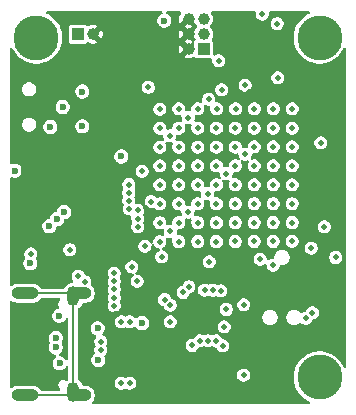
<source format=gbr>
%TF.GenerationSoftware,KiCad,Pcbnew,9.0.1*%
%TF.CreationDate,2025-04-25T01:04:06-07:00*%
%TF.ProjectId,microcouple,6d696372-6f63-46f7-9570-6c652e6b6963,rev?*%
%TF.SameCoordinates,Original*%
%TF.FileFunction,Copper,L2,Inr*%
%TF.FilePolarity,Positive*%
%FSLAX46Y46*%
G04 Gerber Fmt 4.6, Leading zero omitted, Abs format (unit mm)*
G04 Created by KiCad (PCBNEW 9.0.1) date 2025-04-25 01:04:06*
%MOMM*%
%LPD*%
G01*
G04 APERTURE LIST*
%TA.AperFunction,ComponentPad*%
%ADD10O,1.950000X1.000000*%
%TD*%
%TA.AperFunction,ComponentPad*%
%ADD11O,2.300000X1.000000*%
%TD*%
%TA.AperFunction,ComponentPad*%
%ADD12O,1.000000X1.700000*%
%TD*%
%TA.AperFunction,ComponentPad*%
%ADD13C,3.800000*%
%TD*%
%TA.AperFunction,ComponentPad*%
%ADD14R,1.000000X1.000000*%
%TD*%
%TA.AperFunction,ComponentPad*%
%ADD15C,1.000000*%
%TD*%
%TA.AperFunction,ViaPad*%
%ADD16C,0.500000*%
%TD*%
%TA.AperFunction,ViaPad*%
%ADD17C,0.600000*%
%TD*%
%TA.AperFunction,Conductor*%
%ADD18C,0.200000*%
%TD*%
G04 APERTURE END LIST*
D10*
%TO.N,Net-(J2-SHIELD)*%
%TO.C,J2*%
X92587500Y-68980000D03*
D11*
X87967500Y-68980000D03*
D12*
X92027500Y-69220000D03*
X92027500Y-77350000D03*
D10*
X92587500Y-77620000D03*
D11*
X87967500Y-77620000D03*
%TD*%
D13*
%TO.N,Net-(C25-Pad1)*%
%TO.C,H2*%
X112900000Y-47350000D03*
%TD*%
%TO.N,Net-(C26-Pad1)*%
%TO.C,H3*%
X112900000Y-76100000D03*
%TD*%
D14*
%TO.N,/Capacitive Touch/CS2*%
%TO.C,J4*%
X103065000Y-48298000D03*
D15*
%TO.N,GND*%
X101795000Y-48298000D03*
%TO.N,/Capacitive Touch/CS3*%
X103065000Y-47028000D03*
%TO.N,GND*%
X101795000Y-47028000D03*
%TO.N,/Capacitive Touch/CS4*%
X103065000Y-45758000D03*
%TO.N,GND*%
X101795000Y-45758000D03*
%TD*%
D14*
%TO.N,+BATT*%
%TO.C,BT1*%
X92455000Y-47050000D03*
D15*
%TO.N,GND*%
X93725000Y-47050000D03*
%TD*%
D13*
%TO.N,Net-(C24-Pad1)*%
%TO.C,H1*%
X88900000Y-47350000D03*
%TD*%
D16*
%TO.N,GND*%
X106900000Y-51970000D03*
%TO.N,+3.3V*%
X96987654Y-66737120D03*
%TO.N,GND*%
X96750000Y-66100000D03*
%TO.N,+1V1*%
X104525297Y-68783296D03*
%TO.N,GND*%
X113050000Y-60000000D03*
D17*
X96200000Y-55850000D03*
X90900000Y-49650000D03*
D16*
X106800000Y-73300000D03*
X113300000Y-64800000D03*
X89050000Y-67200000D03*
X102647069Y-70947069D03*
X108200000Y-47200000D03*
X107200000Y-70200000D03*
X108200000Y-49000000D03*
X95550000Y-64950000D03*
D17*
X98530000Y-49880000D03*
D16*
X94550000Y-63950000D03*
D17*
X90850000Y-75950000D03*
D16*
X105400000Y-75656000D03*
X106400000Y-49000000D03*
X91450000Y-46000000D03*
D17*
X93967663Y-70682202D03*
D16*
X98680104Y-64333657D03*
X103550000Y-70000000D03*
X109446000Y-70300000D03*
X104350000Y-50950000D03*
X93550000Y-64950000D03*
X114250000Y-49950000D03*
D17*
X88650000Y-57200000D03*
X96450000Y-74150000D03*
D16*
X105250000Y-46050000D03*
D17*
X94000000Y-52650000D03*
D16*
X113300000Y-62050000D03*
D17*
X87890003Y-58600000D03*
D16*
X101050000Y-69700000D03*
X108198162Y-68598162D03*
X106400000Y-47200000D03*
X99300000Y-76100000D03*
X98200000Y-61750000D03*
D17*
X95713030Y-70738696D03*
D16*
X107300000Y-48100000D03*
X98700000Y-65950000D03*
X108500000Y-51000000D03*
D17*
X93450000Y-50600000D03*
D16*
X114000000Y-57600000D03*
X101300000Y-73500000D03*
D17*
X94150000Y-76150000D03*
D16*
X104200000Y-77750000D03*
X114250000Y-73550000D03*
D17*
X90150000Y-55950000D03*
D16*
X91100000Y-68100000D03*
X101050000Y-72200000D03*
X93550000Y-62950000D03*
X105885140Y-67709000D03*
D17*
%TO.N,+BATT*%
X92800000Y-51900000D03*
%TO.N,+3.3V*%
X97861684Y-71488316D03*
D16*
X103538532Y-66311000D03*
X98400000Y-51550000D03*
X104350000Y-49300000D03*
X108050000Y-45350000D03*
X106450000Y-75900000D03*
X102100000Y-73400000D03*
X109351849Y-50750000D03*
X99515090Y-65887324D03*
D17*
X87100000Y-58600000D03*
D16*
X104800000Y-71818999D03*
X108950000Y-66600000D03*
X114250000Y-65950000D03*
%TO.N,+1V1*%
X102740651Y-73000000D03*
X101825419Y-68422095D03*
D17*
%TO.N,VBUS*%
X90000000Y-63300000D03*
X90850000Y-70892500D03*
X91250000Y-62100000D03*
X90650000Y-62700000D03*
D16*
X88450000Y-65650000D03*
D17*
X90882498Y-74900000D03*
X94150000Y-74631000D03*
X94098434Y-71936563D03*
%TO.N,/Battery Management/VIN*%
X92800000Y-54850000D03*
X91150000Y-53200000D03*
D16*
%TO.N,/~{MX_SDB}*%
X98639377Y-61217974D03*
X104682933Y-73425830D03*
%TO.N,/CT_RESET*%
X104600000Y-51750000D03*
X99761573Y-69515346D03*
D17*
%TO.N,/Battery Management/PWR_ENABLE*%
X90100000Y-54900000D03*
X96109713Y-57400000D03*
%TO.N,/Battery Management/Charge Status*%
X88400000Y-66450000D03*
X99750000Y-45900000D03*
D16*
%TO.N,/LED Matrix/LEDMTX.R7*%
X91750127Y-65289409D03*
X103500000Y-52550000D03*
%TO.N,/LED Matrix/LEDMTX.C0*%
X99361091Y-55003296D03*
X99370104Y-53381426D03*
X99361091Y-64603296D03*
X99361091Y-61403296D03*
X99361091Y-56603296D03*
X99361091Y-59803296D03*
X99361091Y-58203296D03*
X97500000Y-63350000D03*
X99361091Y-63003296D03*
%TO.N,/LED Matrix/LEDMTX.C1*%
X100961118Y-59801697D03*
X100961118Y-64601697D03*
X100961118Y-63001697D03*
X100972858Y-53369527D03*
X100961118Y-55001697D03*
X100961118Y-56601697D03*
X100961118Y-58201697D03*
X97500000Y-62659997D03*
X100961118Y-61401697D03*
%TO.N,/LED Matrix/LEDMTX.C2*%
X102561240Y-64600000D03*
X102561240Y-55000000D03*
X102561240Y-56600000D03*
X97500000Y-61969994D03*
X102561240Y-59800000D03*
X102561240Y-63000000D03*
X102561240Y-58200000D03*
X102561240Y-61400000D03*
X102572858Y-53369527D03*
%TO.N,/LED Matrix/LEDMTX.C3*%
X104161465Y-54998210D03*
X104161465Y-64598210D03*
X96788778Y-61842452D03*
X104161465Y-62998210D03*
X104161465Y-61398210D03*
X104172858Y-53369527D03*
X104161465Y-59798210D03*
X104161465Y-58198210D03*
X104161465Y-56598210D03*
%TO.N,/LED Matrix/LEDMTX.C4*%
X105761794Y-59796333D03*
X105761794Y-54996333D03*
X96743711Y-61153923D03*
X105761794Y-64596333D03*
X105761794Y-56596333D03*
X105761794Y-61396333D03*
X105761794Y-58196333D03*
X105761794Y-62996333D03*
X105772858Y-53369527D03*
%TO.N,/LED Matrix/LEDMTX.C5*%
X107372858Y-53369527D03*
X96752321Y-60463974D03*
X107362229Y-61394371D03*
X107362229Y-59794371D03*
X107362229Y-62994371D03*
X107362229Y-56594371D03*
X107362229Y-58194371D03*
X107362229Y-54994371D03*
X107362229Y-64594371D03*
%TO.N,/LED Matrix/LEDMTX.C6*%
X108972858Y-53369527D03*
X108962772Y-58192329D03*
X96749713Y-59773976D03*
X108962772Y-56592329D03*
X108962772Y-62992329D03*
X108962772Y-59792329D03*
X108962772Y-64592329D03*
X108962772Y-61392329D03*
X108962772Y-54992329D03*
%TO.N,/LED Matrix/LEDMTX.C7*%
X110563426Y-64590213D03*
X110563426Y-61390213D03*
X110563426Y-58190213D03*
X110572858Y-53369527D03*
X110563426Y-54990213D03*
X110563426Y-59790213D03*
X97862551Y-58662551D03*
X110563426Y-56590213D03*
X110563426Y-62990213D03*
%TO.N,/LED Matrix/LEDMTX.R6*%
X101760118Y-54114948D03*
X92473521Y-67539833D03*
%TO.N,/LED Matrix/LEDMTX.R5*%
X93010000Y-68000000D03*
X100196540Y-55650000D03*
%TO.N,/LED Matrix/LEDMTX.R4*%
X95500037Y-70030012D03*
X106600000Y-57200000D03*
%TO.N,/LED Matrix/LEDMTX.R3*%
X95499926Y-69340010D03*
X105000000Y-58850000D03*
%TO.N,/LED Matrix/LEDMTX.R2*%
X95500103Y-68650008D03*
X103407314Y-60539323D03*
%TO.N,/LED Matrix/LEDMTX.R1*%
X101748808Y-62109067D03*
X95499394Y-67960006D03*
%TO.N,/LED Matrix/LEDMTX.R0*%
X100250000Y-63750000D03*
X95506364Y-67270039D03*
%TO.N,/IR.TX*%
X105000000Y-70350000D03*
X113000000Y-56250000D03*
%TO.N,/SWDIO*%
X104140003Y-73000000D03*
X112290000Y-70645630D03*
%TO.N,/SWCLK*%
X111750000Y-71100000D03*
X103450000Y-73000000D03*
%TO.N,/USB.D+*%
X94381601Y-73075000D03*
D17*
X90562129Y-73570000D03*
D16*
X96100000Y-76600000D03*
%TO.N,/USB.D-*%
X96800000Y-76600000D03*
D17*
X90562129Y-72770000D03*
D16*
X94381601Y-73775000D03*
%TO.N,/I2C0.SDL*%
X112200000Y-65150000D03*
X97451000Y-67950000D03*
X98103675Y-64989998D03*
%TO.N,/I2C0.SDA*%
X107850000Y-66100000D03*
X101337514Y-68910000D03*
%TO.N,/USB.D_PROTECTED+*%
X96100000Y-71400000D03*
X103150000Y-68703452D03*
%TO.N,/USB.D_PROTECTED-*%
X103850000Y-68703452D03*
X96800000Y-71400000D03*
%TO.N,/~{CT_ALERT}*%
X109300000Y-46150000D03*
X100250000Y-71407500D03*
%TO.N,/IR.RX*%
X106469324Y-69950001D03*
X113300000Y-63350000D03*
%TO.N,/CT_WAKE*%
X106588486Y-51360588D03*
X100259998Y-69992500D03*
%TD*%
D18*
%TO.N,Net-(J2-SHIELD)*%
X87967500Y-77620000D02*
X92587500Y-77620000D01*
X87967500Y-68980000D02*
X92587500Y-68980000D01*
X92027500Y-77350000D02*
X92027500Y-69220000D01*
%TD*%
%TA.AperFunction,Conductor*%
%TO.N,GND*%
G36*
X99541091Y-45120185D02*
G01*
X99586846Y-45172989D01*
X99596790Y-45242147D01*
X99567765Y-45305703D01*
X99525252Y-45336357D01*
X99525254Y-45336359D01*
X99525236Y-45336368D01*
X99521502Y-45339062D01*
X99518211Y-45340424D01*
X99381290Y-45419475D01*
X99381282Y-45419481D01*
X99269481Y-45531282D01*
X99269475Y-45531290D01*
X99190426Y-45668209D01*
X99190423Y-45668216D01*
X99149500Y-45820943D01*
X99149500Y-45979057D01*
X99188566Y-46124851D01*
X99190423Y-46131783D01*
X99190426Y-46131790D01*
X99269475Y-46268709D01*
X99269478Y-46268713D01*
X99269480Y-46268716D01*
X99381284Y-46380520D01*
X99381286Y-46380521D01*
X99381290Y-46380524D01*
X99518209Y-46459573D01*
X99518216Y-46459577D01*
X99670943Y-46500500D01*
X99670945Y-46500500D01*
X99829055Y-46500500D01*
X99829057Y-46500500D01*
X99981784Y-46459577D01*
X100097100Y-46393000D01*
X101513553Y-46393000D01*
X101795000Y-46674446D01*
X101795001Y-46674446D01*
X102076446Y-46393001D01*
X102076446Y-46392999D01*
X101795001Y-46111553D01*
X101795000Y-46111553D01*
X101513553Y-46393000D01*
X100097100Y-46393000D01*
X100118716Y-46380520D01*
X100230520Y-46268716D01*
X100239933Y-46252413D01*
X100257219Y-46222472D01*
X100309577Y-46131784D01*
X100350500Y-45979057D01*
X100350500Y-45820943D01*
X100309577Y-45668216D01*
X100293519Y-45640403D01*
X100230524Y-45531290D01*
X100230518Y-45531282D01*
X100118717Y-45419481D01*
X100118709Y-45419475D01*
X99981788Y-45340424D01*
X99978498Y-45339062D01*
X99976148Y-45337168D01*
X99974746Y-45336359D01*
X99974872Y-45336140D01*
X99924093Y-45295222D01*
X99902027Y-45228928D01*
X99919305Y-45161229D01*
X99970441Y-45113617D01*
X100025948Y-45100500D01*
X101040187Y-45100500D01*
X101107226Y-45120185D01*
X101152981Y-45172989D01*
X101162925Y-45242147D01*
X101143289Y-45293391D01*
X101086052Y-45379051D01*
X101086047Y-45379060D01*
X101025743Y-45524648D01*
X101025741Y-45524656D01*
X100995000Y-45679202D01*
X100995000Y-45836797D01*
X101025741Y-45991343D01*
X101025743Y-45991351D01*
X101079153Y-46120293D01*
X101470000Y-45729446D01*
X101470000Y-45800787D01*
X101492149Y-45883445D01*
X101534936Y-45957554D01*
X101595446Y-46018064D01*
X101669555Y-46060851D01*
X101752213Y-46083000D01*
X101837787Y-46083000D01*
X101920445Y-46060851D01*
X101994554Y-46018064D01*
X102055064Y-45957554D01*
X102097851Y-45883445D01*
X102120000Y-45800787D01*
X102120000Y-45729446D01*
X102247115Y-45856561D01*
X102280600Y-45917884D01*
X102281051Y-45920051D01*
X102295261Y-45991489D01*
X102295264Y-45991501D01*
X102355602Y-46137172D01*
X102355609Y-46137185D01*
X102443210Y-46268288D01*
X102443213Y-46268292D01*
X102480240Y-46305319D01*
X102513725Y-46366642D01*
X102508741Y-46436334D01*
X102480240Y-46480681D01*
X102443213Y-46517707D01*
X102443210Y-46517711D01*
X102355609Y-46648814D01*
X102355602Y-46648827D01*
X102295264Y-46794498D01*
X102295261Y-46794508D01*
X102281051Y-46865948D01*
X102248666Y-46927859D01*
X102247116Y-46929437D01*
X102148553Y-47028000D01*
X102247115Y-47126561D01*
X102280600Y-47187884D01*
X102281051Y-47190051D01*
X102295261Y-47261491D01*
X102295264Y-47261501D01*
X102355603Y-47407174D01*
X102369262Y-47427616D01*
X102376242Y-47449911D01*
X102387388Y-47470440D01*
X102386486Y-47482628D01*
X102390139Y-47494293D01*
X102383958Y-47516821D01*
X102382236Y-47540119D01*
X102374105Y-47552737D01*
X102371654Y-47561673D01*
X102365247Y-47571055D01*
X102360000Y-47578028D01*
X102312794Y-47625235D01*
X102296186Y-47662846D01*
X102287603Y-47674256D01*
X102270567Y-47686944D01*
X102256860Y-47703172D01*
X102243107Y-47707398D01*
X102242653Y-47707736D01*
X102264184Y-47765463D01*
X102264500Y-47774309D01*
X102264500Y-48130691D01*
X102244815Y-48197730D01*
X102228181Y-48218372D01*
X102120000Y-48326553D01*
X102120000Y-48255213D01*
X102097851Y-48172555D01*
X102055064Y-48098446D01*
X101994554Y-48037936D01*
X101920445Y-47995149D01*
X101837787Y-47973000D01*
X101752213Y-47973000D01*
X101669555Y-47995149D01*
X101595446Y-48037936D01*
X101534936Y-48098446D01*
X101492149Y-48172555D01*
X101470000Y-48255213D01*
X101470000Y-48340787D01*
X101492149Y-48423445D01*
X101534936Y-48497554D01*
X101595446Y-48558064D01*
X101669555Y-48600851D01*
X101752213Y-48623000D01*
X101823553Y-48623000D01*
X101432706Y-49013845D01*
X101561652Y-49067257D01*
X101561656Y-49067258D01*
X101716202Y-49097999D01*
X101716206Y-49098000D01*
X101873794Y-49098000D01*
X101873797Y-49097999D01*
X102028343Y-49067258D01*
X102028351Y-49067256D01*
X102173940Y-49006951D01*
X102173942Y-49006950D01*
X102194253Y-48993379D01*
X102260929Y-48972499D01*
X102328310Y-48990982D01*
X102350827Y-49008798D01*
X102392235Y-49050206D01*
X102495009Y-49095585D01*
X102520135Y-49098500D01*
X103609864Y-49098499D01*
X103609879Y-49098497D01*
X103609882Y-49098497D01*
X103615927Y-49097795D01*
X103634991Y-49095585D01*
X103635002Y-49095579D01*
X103643803Y-49093186D01*
X103713659Y-49094577D01*
X103771674Y-49133513D01*
X103799429Y-49197634D01*
X103799342Y-49219398D01*
X103799500Y-49219398D01*
X103799500Y-49227525D01*
X103799500Y-49372475D01*
X103817109Y-49438191D01*
X103837017Y-49512488D01*
X103909488Y-49638011D01*
X103909490Y-49638013D01*
X103909491Y-49638015D01*
X104011985Y-49740509D01*
X104011986Y-49740510D01*
X104011988Y-49740511D01*
X104137511Y-49812982D01*
X104137512Y-49812982D01*
X104137515Y-49812984D01*
X104277525Y-49850500D01*
X104277528Y-49850500D01*
X104422472Y-49850500D01*
X104422475Y-49850500D01*
X104562485Y-49812984D01*
X104688015Y-49740509D01*
X104790509Y-49638015D01*
X104862984Y-49512485D01*
X104900500Y-49372475D01*
X104900500Y-49227525D01*
X104862984Y-49087515D01*
X104851287Y-49067256D01*
X104790511Y-48961988D01*
X104790506Y-48961982D01*
X104688017Y-48859493D01*
X104688011Y-48859488D01*
X104562488Y-48787017D01*
X104562489Y-48787017D01*
X104551006Y-48783940D01*
X104422475Y-48749500D01*
X104277525Y-48749500D01*
X104137515Y-48787016D01*
X104137514Y-48787016D01*
X104137512Y-48787017D01*
X104051498Y-48836677D01*
X103983598Y-48853149D01*
X103917571Y-48830296D01*
X103874381Y-48775374D01*
X103865499Y-48729293D01*
X103865499Y-47753136D01*
X103865497Y-47753117D01*
X103862586Y-47728012D01*
X103862585Y-47728010D01*
X103862585Y-47728009D01*
X103817206Y-47625235D01*
X103817205Y-47625233D01*
X103776158Y-47584186D01*
X103742674Y-47522863D01*
X103747659Y-47453171D01*
X103760735Y-47427620D01*
X103774394Y-47407179D01*
X103834737Y-47261497D01*
X103865500Y-47106842D01*
X103865500Y-46949158D01*
X103865500Y-46949155D01*
X103865499Y-46949153D01*
X103848948Y-46865948D01*
X103834737Y-46794503D01*
X103790501Y-46687706D01*
X103774397Y-46648827D01*
X103774390Y-46648814D01*
X103686789Y-46517711D01*
X103686786Y-46517707D01*
X103649760Y-46480681D01*
X103616275Y-46419358D01*
X103621259Y-46349666D01*
X103649760Y-46305319D01*
X103686786Y-46268292D01*
X103686789Y-46268289D01*
X103774394Y-46137179D01*
X103776629Y-46131783D01*
X103799103Y-46077525D01*
X108749500Y-46077525D01*
X108749500Y-46222475D01*
X108787016Y-46362485D01*
X108787017Y-46362488D01*
X108859488Y-46488011D01*
X108859490Y-46488013D01*
X108859491Y-46488015D01*
X108961985Y-46590509D01*
X108961986Y-46590510D01*
X108961988Y-46590511D01*
X109087511Y-46662982D01*
X109087512Y-46662982D01*
X109087515Y-46662984D01*
X109227525Y-46700500D01*
X109227528Y-46700500D01*
X109372472Y-46700500D01*
X109372475Y-46700500D01*
X109512485Y-46662984D01*
X109638015Y-46590509D01*
X109740509Y-46488015D01*
X109812984Y-46362485D01*
X109850500Y-46222475D01*
X109850500Y-46077525D01*
X109812984Y-45937515D01*
X109791613Y-45900500D01*
X109740511Y-45811988D01*
X109740506Y-45811982D01*
X109638017Y-45709493D01*
X109638011Y-45709488D01*
X109512488Y-45637017D01*
X109512489Y-45637017D01*
X109501006Y-45633940D01*
X109372475Y-45599500D01*
X109227525Y-45599500D01*
X109098993Y-45633940D01*
X109087511Y-45637017D01*
X108961988Y-45709488D01*
X108961982Y-45709493D01*
X108859493Y-45811982D01*
X108859488Y-45811988D01*
X108787017Y-45937511D01*
X108787016Y-45937515D01*
X108749500Y-46077525D01*
X103799103Y-46077525D01*
X103822125Y-46021946D01*
X103834735Y-45991501D01*
X103834737Y-45991497D01*
X103865500Y-45836842D01*
X103865500Y-45679158D01*
X103865500Y-45679155D01*
X103865499Y-45679153D01*
X103857791Y-45640403D01*
X103834737Y-45524503D01*
X103834735Y-45524498D01*
X103774397Y-45378827D01*
X103774390Y-45378814D01*
X103717312Y-45293391D01*
X103696434Y-45226713D01*
X103714919Y-45159333D01*
X103766897Y-45112643D01*
X103820414Y-45100500D01*
X107385334Y-45100500D01*
X107452373Y-45120185D01*
X107498128Y-45172989D01*
X107508072Y-45242147D01*
X107505109Y-45256589D01*
X107499500Y-45277525D01*
X107499500Y-45422475D01*
X107535934Y-45558446D01*
X107537017Y-45562488D01*
X107609488Y-45688011D01*
X107609490Y-45688013D01*
X107609491Y-45688015D01*
X107711985Y-45790509D01*
X107711986Y-45790510D01*
X107711988Y-45790511D01*
X107837511Y-45862982D01*
X107837512Y-45862982D01*
X107837515Y-45862984D01*
X107977525Y-45900500D01*
X107977528Y-45900500D01*
X108122472Y-45900500D01*
X108122475Y-45900500D01*
X108262485Y-45862984D01*
X108388015Y-45790509D01*
X108490509Y-45688015D01*
X108562984Y-45562485D01*
X108600500Y-45422475D01*
X108600500Y-45277525D01*
X108594891Y-45256592D01*
X108596554Y-45186743D01*
X108635717Y-45128881D01*
X108699945Y-45101377D01*
X108714666Y-45100500D01*
X111957197Y-45100500D01*
X112024236Y-45120185D01*
X112069991Y-45172989D01*
X112079935Y-45242147D01*
X112050910Y-45305703D01*
X112004649Y-45339061D01*
X111924663Y-45372191D01*
X111924647Y-45372199D01*
X111674851Y-45516420D01*
X111674835Y-45516431D01*
X111445997Y-45692024D01*
X111445990Y-45692030D01*
X111242030Y-45895990D01*
X111242024Y-45895997D01*
X111066431Y-46124835D01*
X111066420Y-46124851D01*
X110922199Y-46374647D01*
X110922191Y-46374663D01*
X110811814Y-46641139D01*
X110811809Y-46641155D01*
X110789651Y-46723852D01*
X110737152Y-46919780D01*
X110737149Y-46919793D01*
X110699501Y-47205761D01*
X110699500Y-47205778D01*
X110699500Y-47494221D01*
X110699501Y-47494238D01*
X110737149Y-47780206D01*
X110737150Y-47780211D01*
X110737151Y-47780217D01*
X110811809Y-48058844D01*
X110811814Y-48058860D01*
X110922191Y-48325336D01*
X110922199Y-48325352D01*
X111066420Y-48575148D01*
X111066431Y-48575164D01*
X111242024Y-48804002D01*
X111242030Y-48804009D01*
X111445990Y-49007969D01*
X111445997Y-49007975D01*
X111558859Y-49094577D01*
X111674844Y-49183575D01*
X111674851Y-49183579D01*
X111924647Y-49327800D01*
X111924663Y-49327808D01*
X112191139Y-49438185D01*
X112191145Y-49438186D01*
X112191155Y-49438191D01*
X112469783Y-49512849D01*
X112755772Y-49550500D01*
X112755779Y-49550500D01*
X113044221Y-49550500D01*
X113044228Y-49550500D01*
X113330217Y-49512849D01*
X113608845Y-49438191D01*
X113608857Y-49438185D01*
X113608860Y-49438185D01*
X113875336Y-49327808D01*
X113875339Y-49327806D01*
X113875345Y-49327804D01*
X114125156Y-49183575D01*
X114354004Y-49007974D01*
X114557974Y-48804004D01*
X114733575Y-48575156D01*
X114877804Y-48325345D01*
X114877808Y-48325336D01*
X114910939Y-48245351D01*
X114954780Y-48190947D01*
X115021074Y-48168882D01*
X115088773Y-48186161D01*
X115136384Y-48237298D01*
X115149500Y-48292803D01*
X115149500Y-75157196D01*
X115129815Y-75224235D01*
X115077011Y-75269990D01*
X115007853Y-75279934D01*
X114944297Y-75250909D01*
X114910939Y-75204649D01*
X114877805Y-75124658D01*
X114877800Y-75124647D01*
X114733579Y-74874851D01*
X114733575Y-74874844D01*
X114557974Y-74645996D01*
X114557969Y-74645990D01*
X114354009Y-74442030D01*
X114354002Y-74442024D01*
X114125164Y-74266431D01*
X114125162Y-74266429D01*
X114125156Y-74266425D01*
X114125151Y-74266422D01*
X114125148Y-74266420D01*
X113875352Y-74122199D01*
X113875336Y-74122191D01*
X113608860Y-74011814D01*
X113608848Y-74011810D01*
X113608845Y-74011809D01*
X113330217Y-73937151D01*
X113330211Y-73937150D01*
X113330206Y-73937149D01*
X113044238Y-73899501D01*
X113044233Y-73899500D01*
X113044228Y-73899500D01*
X112755772Y-73899500D01*
X112755766Y-73899500D01*
X112755761Y-73899501D01*
X112469793Y-73937149D01*
X112469786Y-73937150D01*
X112469783Y-73937151D01*
X112261090Y-73993070D01*
X112191155Y-74011809D01*
X112191139Y-74011814D01*
X111924663Y-74122191D01*
X111924647Y-74122199D01*
X111674851Y-74266420D01*
X111674835Y-74266431D01*
X111445997Y-74442024D01*
X111445990Y-74442030D01*
X111242030Y-74645990D01*
X111242024Y-74645997D01*
X111066431Y-74874835D01*
X111066420Y-74874851D01*
X110922199Y-75124647D01*
X110922191Y-75124663D01*
X110811814Y-75391139D01*
X110811809Y-75391155D01*
X110793477Y-75459573D01*
X110737152Y-75669780D01*
X110737149Y-75669793D01*
X110699501Y-75955761D01*
X110699500Y-75955778D01*
X110699500Y-76244221D01*
X110699501Y-76244238D01*
X110737149Y-76530206D01*
X110737150Y-76530211D01*
X110737151Y-76530217D01*
X110810807Y-76805105D01*
X110811809Y-76808844D01*
X110811814Y-76808860D01*
X110922191Y-77075336D01*
X110922199Y-77075352D01*
X111066420Y-77325148D01*
X111066431Y-77325164D01*
X111242024Y-77554002D01*
X111242030Y-77554009D01*
X111445990Y-77757969D01*
X111445997Y-77757975D01*
X111565927Y-77850000D01*
X111674844Y-77933575D01*
X111674851Y-77933579D01*
X111924647Y-78077800D01*
X111924663Y-78077808D01*
X112004649Y-78110939D01*
X112059053Y-78154780D01*
X112081118Y-78221074D01*
X112063839Y-78288773D01*
X112012702Y-78336384D01*
X111957197Y-78349500D01*
X93764441Y-78349500D01*
X93697402Y-78329815D01*
X93651647Y-78277011D01*
X93641703Y-78207853D01*
X93670728Y-78144297D01*
X93676760Y-78137819D01*
X93684286Y-78130292D01*
X93684289Y-78130289D01*
X93771894Y-77999179D01*
X93832237Y-77853497D01*
X93863000Y-77698842D01*
X93863000Y-77541158D01*
X93863000Y-77541155D01*
X93862999Y-77541153D01*
X93832238Y-77386510D01*
X93832237Y-77386503D01*
X93806830Y-77325164D01*
X93771897Y-77240827D01*
X93771890Y-77240814D01*
X93684289Y-77109711D01*
X93684286Y-77109707D01*
X93572792Y-76998213D01*
X93572788Y-76998210D01*
X93441685Y-76910609D01*
X93441672Y-76910602D01*
X93296001Y-76850264D01*
X93295989Y-76850261D01*
X93141345Y-76819500D01*
X93141342Y-76819500D01*
X92902043Y-76819500D01*
X92885851Y-76814745D01*
X92868978Y-76815010D01*
X92853021Y-76805105D01*
X92835004Y-76799815D01*
X92823565Y-76786821D01*
X92809615Y-76778162D01*
X92793815Y-76753027D01*
X92790070Y-76748773D01*
X92788702Y-76745898D01*
X92736894Y-76620821D01*
X92674556Y-76527525D01*
X95549500Y-76527525D01*
X95549500Y-76672475D01*
X95586041Y-76808845D01*
X95587017Y-76812488D01*
X95659488Y-76938011D01*
X95659490Y-76938013D01*
X95659491Y-76938015D01*
X95761985Y-77040509D01*
X95761986Y-77040510D01*
X95761988Y-77040511D01*
X95887511Y-77112982D01*
X95887512Y-77112982D01*
X95887515Y-77112984D01*
X96027525Y-77150500D01*
X96027528Y-77150500D01*
X96172472Y-77150500D01*
X96172475Y-77150500D01*
X96312485Y-77112984D01*
X96388001Y-77069384D01*
X96455899Y-77052912D01*
X96511998Y-77069384D01*
X96587515Y-77112984D01*
X96727525Y-77150500D01*
X96727528Y-77150500D01*
X96872472Y-77150500D01*
X96872475Y-77150500D01*
X97012485Y-77112984D01*
X97138015Y-77040509D01*
X97240509Y-76938015D01*
X97312984Y-76812485D01*
X97350500Y-76672475D01*
X97350500Y-76527525D01*
X97312984Y-76387515D01*
X97307613Y-76378213D01*
X97240511Y-76261988D01*
X97240506Y-76261982D01*
X97138017Y-76159493D01*
X97138011Y-76159488D01*
X97012488Y-76087017D01*
X97012489Y-76087017D01*
X97001006Y-76083940D01*
X96872475Y-76049500D01*
X96727525Y-76049500D01*
X96598993Y-76083940D01*
X96587511Y-76087017D01*
X96512000Y-76130614D01*
X96444100Y-76147087D01*
X96388000Y-76130614D01*
X96312488Y-76087017D01*
X96312489Y-76087017D01*
X96301006Y-76083940D01*
X96172475Y-76049500D01*
X96027525Y-76049500D01*
X95898993Y-76083940D01*
X95887511Y-76087017D01*
X95761988Y-76159488D01*
X95761982Y-76159493D01*
X95659493Y-76261982D01*
X95659488Y-76261988D01*
X95587017Y-76387511D01*
X95587016Y-76387515D01*
X95549500Y-76527525D01*
X92674556Y-76527525D01*
X92649289Y-76489711D01*
X92649286Y-76489707D01*
X92537792Y-76378213D01*
X92483108Y-76341674D01*
X92438304Y-76288061D01*
X92428000Y-76238572D01*
X92428000Y-75827525D01*
X105899500Y-75827525D01*
X105899500Y-75972475D01*
X105920139Y-76049500D01*
X105937017Y-76112488D01*
X106009488Y-76238011D01*
X106009490Y-76238013D01*
X106009491Y-76238015D01*
X106111985Y-76340509D01*
X106111986Y-76340510D01*
X106111988Y-76340511D01*
X106237511Y-76412982D01*
X106237512Y-76412982D01*
X106237515Y-76412984D01*
X106377525Y-76450500D01*
X106377528Y-76450500D01*
X106522472Y-76450500D01*
X106522475Y-76450500D01*
X106662485Y-76412984D01*
X106788015Y-76340509D01*
X106890509Y-76238015D01*
X106962984Y-76112485D01*
X107000500Y-75972475D01*
X107000500Y-75827525D01*
X106962984Y-75687515D01*
X106952746Y-75669783D01*
X106890511Y-75561988D01*
X106890506Y-75561982D01*
X106788017Y-75459493D01*
X106788011Y-75459488D01*
X106662488Y-75387017D01*
X106662489Y-75387017D01*
X106638234Y-75380518D01*
X106522475Y-75349500D01*
X106377525Y-75349500D01*
X106261766Y-75380518D01*
X106237511Y-75387017D01*
X106111988Y-75459488D01*
X106111982Y-75459493D01*
X106009493Y-75561982D01*
X106009488Y-75561988D01*
X105937017Y-75687511D01*
X105937016Y-75687515D01*
X105899500Y-75827525D01*
X92428000Y-75827525D01*
X92428000Y-71857506D01*
X93497934Y-71857506D01*
X93497934Y-72015620D01*
X93535821Y-72157014D01*
X93538857Y-72168346D01*
X93538860Y-72168353D01*
X93617909Y-72305272D01*
X93617913Y-72305277D01*
X93617914Y-72305279D01*
X93729718Y-72417083D01*
X93729720Y-72417084D01*
X93729724Y-72417087D01*
X93850848Y-72487017D01*
X93866650Y-72496140D01*
X93907853Y-72507180D01*
X93967512Y-72543542D01*
X93998043Y-72606389D01*
X93989749Y-72675765D01*
X93963443Y-72714634D01*
X93941089Y-72736988D01*
X93868618Y-72862511D01*
X93868617Y-72862515D01*
X93831101Y-73002525D01*
X93831101Y-73147475D01*
X93868617Y-73287485D01*
X93868618Y-73287488D01*
X93912215Y-73363000D01*
X93928688Y-73430900D01*
X93912215Y-73487000D01*
X93868618Y-73562511D01*
X93868617Y-73562515D01*
X93831101Y-73702525D01*
X93831101Y-73702527D01*
X93831101Y-73847474D01*
X93870113Y-73993070D01*
X93868450Y-74062920D01*
X93829287Y-74120782D01*
X93812339Y-74132549D01*
X93781290Y-74150475D01*
X93781282Y-74150481D01*
X93669481Y-74262282D01*
X93669475Y-74262290D01*
X93590426Y-74399209D01*
X93590423Y-74399216D01*
X93549500Y-74551943D01*
X93549500Y-74710056D01*
X93590423Y-74862783D01*
X93590426Y-74862790D01*
X93669475Y-74999709D01*
X93669479Y-74999714D01*
X93669480Y-74999716D01*
X93781284Y-75111520D01*
X93781286Y-75111521D01*
X93781290Y-75111524D01*
X93918209Y-75190573D01*
X93918216Y-75190577D01*
X94070943Y-75231500D01*
X94070945Y-75231500D01*
X94229055Y-75231500D01*
X94229057Y-75231500D01*
X94381784Y-75190577D01*
X94518716Y-75111520D01*
X94630520Y-74999716D01*
X94709577Y-74862784D01*
X94750500Y-74710057D01*
X94750500Y-74551943D01*
X94709577Y-74399216D01*
X94693529Y-74371421D01*
X94677057Y-74303522D01*
X94699909Y-74237495D01*
X94714744Y-74222131D01*
X94713869Y-74221256D01*
X94764626Y-74170499D01*
X94822110Y-74113015D01*
X94894585Y-73987485D01*
X94932101Y-73847475D01*
X94932101Y-73702525D01*
X94894585Y-73562515D01*
X94850985Y-73486998D01*
X94848677Y-73477486D01*
X94842717Y-73469719D01*
X94840575Y-73444092D01*
X94834513Y-73419101D01*
X94837560Y-73407992D01*
X94836900Y-73400092D01*
X94847082Y-73373279D01*
X94848838Y-73366878D01*
X94849867Y-73364937D01*
X94871467Y-73327525D01*
X101549500Y-73327525D01*
X101549500Y-73472475D01*
X101577968Y-73578716D01*
X101587017Y-73612488D01*
X101659488Y-73738011D01*
X101659490Y-73738013D01*
X101659491Y-73738015D01*
X101761985Y-73840509D01*
X101761986Y-73840510D01*
X101761988Y-73840511D01*
X101887511Y-73912982D01*
X101887512Y-73912982D01*
X101887515Y-73912984D01*
X102027525Y-73950500D01*
X102027528Y-73950500D01*
X102172472Y-73950500D01*
X102172475Y-73950500D01*
X102312485Y-73912984D01*
X102438015Y-73840509D01*
X102540509Y-73738015D01*
X102612975Y-73612499D01*
X102663542Y-73564284D01*
X102720362Y-73550500D01*
X102813123Y-73550500D01*
X102813126Y-73550500D01*
X102953136Y-73512984D01*
X102953138Y-73512982D01*
X102953140Y-73512982D01*
X102953141Y-73512981D01*
X103033324Y-73466686D01*
X103101224Y-73450213D01*
X103157323Y-73466685D01*
X103237515Y-73512984D01*
X103377525Y-73550500D01*
X103377528Y-73550500D01*
X103522472Y-73550500D01*
X103522475Y-73550500D01*
X103662485Y-73512984D01*
X103662487Y-73512982D01*
X103662489Y-73512982D01*
X103662490Y-73512981D01*
X103700658Y-73490945D01*
X103733000Y-73472271D01*
X103800900Y-73455798D01*
X103857000Y-73472270D01*
X103927518Y-73512984D01*
X104067528Y-73550500D01*
X104067531Y-73550500D01*
X104075379Y-73552603D01*
X104075023Y-73553931D01*
X104131053Y-73578716D01*
X104165721Y-73631274D01*
X104166841Y-73630811D01*
X104169245Y-73636615D01*
X104169525Y-73637040D01*
X104169761Y-73637861D01*
X104169950Y-73638318D01*
X104242421Y-73763841D01*
X104242423Y-73763843D01*
X104242424Y-73763845D01*
X104344918Y-73866339D01*
X104344919Y-73866340D01*
X104344921Y-73866341D01*
X104470444Y-73938812D01*
X104470445Y-73938812D01*
X104470448Y-73938814D01*
X104610458Y-73976330D01*
X104610461Y-73976330D01*
X104755405Y-73976330D01*
X104755408Y-73976330D01*
X104895418Y-73938814D01*
X105020948Y-73866339D01*
X105123442Y-73763845D01*
X105195917Y-73638315D01*
X105233433Y-73498305D01*
X105233433Y-73353355D01*
X105195917Y-73213345D01*
X105174299Y-73175902D01*
X105123444Y-73087818D01*
X105123439Y-73087812D01*
X105020950Y-72985323D01*
X105020944Y-72985318D01*
X104895421Y-72912847D01*
X104895422Y-72912847D01*
X104881546Y-72909129D01*
X104755408Y-72875330D01*
X104755406Y-72875330D01*
X104747557Y-72873227D01*
X104747912Y-72871902D01*
X104691871Y-72847104D01*
X104657216Y-72794554D01*
X104656095Y-72795019D01*
X104653683Y-72789197D01*
X104653406Y-72788776D01*
X104653172Y-72787962D01*
X104652985Y-72787511D01*
X104580514Y-72661988D01*
X104580509Y-72661982D01*
X104478020Y-72559493D01*
X104478014Y-72559488D01*
X104352491Y-72487017D01*
X104352492Y-72487017D01*
X104341009Y-72483940D01*
X104212478Y-72449500D01*
X104067528Y-72449500D01*
X103938996Y-72483940D01*
X103927514Y-72487017D01*
X103857001Y-72527728D01*
X103789100Y-72544201D01*
X103733001Y-72527728D01*
X103662488Y-72487017D01*
X103662489Y-72487017D01*
X103651006Y-72483940D01*
X103522475Y-72449500D01*
X103377525Y-72449500D01*
X103248993Y-72483940D01*
X103237511Y-72487017D01*
X103157325Y-72533313D01*
X103089425Y-72549786D01*
X103033325Y-72533313D01*
X102953139Y-72487017D01*
X102953140Y-72487017D01*
X102941657Y-72483940D01*
X102813126Y-72449500D01*
X102668176Y-72449500D01*
X102539644Y-72483940D01*
X102528162Y-72487017D01*
X102402639Y-72559488D01*
X102402633Y-72559493D01*
X102300144Y-72661982D01*
X102300142Y-72661985D01*
X102227675Y-72787501D01*
X102177108Y-72835716D01*
X102120288Y-72849500D01*
X102027525Y-72849500D01*
X101898993Y-72883940D01*
X101887511Y-72887017D01*
X101761988Y-72959488D01*
X101761982Y-72959493D01*
X101659493Y-73061982D01*
X101659488Y-73061988D01*
X101587017Y-73187511D01*
X101587016Y-73187515D01*
X101549500Y-73327525D01*
X94871467Y-73327525D01*
X94894585Y-73287485D01*
X94932101Y-73147475D01*
X94932101Y-73002525D01*
X94894585Y-72862515D01*
X94892639Y-72859145D01*
X94822112Y-72736988D01*
X94822107Y-72736982D01*
X94719618Y-72634493D01*
X94719612Y-72634488D01*
X94594090Y-72562017D01*
X94593482Y-72561854D01*
X94587120Y-72560149D01*
X94527463Y-72523785D01*
X94496935Y-72460938D01*
X94505230Y-72391562D01*
X94531535Y-72352697D01*
X94578954Y-72305279D01*
X94658011Y-72168347D01*
X94698934Y-72015620D01*
X94698934Y-71857506D01*
X94658011Y-71704779D01*
X94631849Y-71659465D01*
X94578958Y-71567853D01*
X94578952Y-71567845D01*
X94467151Y-71456044D01*
X94467146Y-71456040D01*
X94416476Y-71426786D01*
X94416475Y-71426786D01*
X94330218Y-71376986D01*
X94177491Y-71336063D01*
X94019377Y-71336063D01*
X93866650Y-71376986D01*
X93866643Y-71376989D01*
X93729724Y-71456038D01*
X93729716Y-71456044D01*
X93617915Y-71567845D01*
X93617909Y-71567853D01*
X93538860Y-71704772D01*
X93538857Y-71704779D01*
X93497934Y-71857506D01*
X92428000Y-71857506D01*
X92428000Y-71327525D01*
X95549500Y-71327525D01*
X95549500Y-71472475D01*
X95575057Y-71567853D01*
X95587017Y-71612488D01*
X95659488Y-71738011D01*
X95659490Y-71738013D01*
X95659491Y-71738015D01*
X95761985Y-71840509D01*
X95761986Y-71840510D01*
X95761988Y-71840511D01*
X95887511Y-71912982D01*
X95887512Y-71912982D01*
X95887515Y-71912984D01*
X96027525Y-71950500D01*
X96027528Y-71950500D01*
X96172472Y-71950500D01*
X96172475Y-71950500D01*
X96312485Y-71912984D01*
X96388001Y-71869384D01*
X96455899Y-71852912D01*
X96511998Y-71869384D01*
X96587515Y-71912984D01*
X96727525Y-71950500D01*
X96727528Y-71950500D01*
X96872472Y-71950500D01*
X96872475Y-71950500D01*
X97012485Y-71912984D01*
X97138015Y-71840509D01*
X97171850Y-71806673D01*
X97233170Y-71773189D01*
X97302862Y-71778173D01*
X97358796Y-71820043D01*
X97366918Y-71832357D01*
X97381161Y-71857028D01*
X97381163Y-71857031D01*
X97381164Y-71857032D01*
X97492968Y-71968836D01*
X97492970Y-71968837D01*
X97492974Y-71968840D01*
X97629893Y-72047889D01*
X97629900Y-72047893D01*
X97782627Y-72088816D01*
X97782629Y-72088816D01*
X97940739Y-72088816D01*
X97940741Y-72088816D01*
X98093468Y-72047893D01*
X98230400Y-71968836D01*
X98342204Y-71857032D01*
X98421261Y-71720100D01*
X98462184Y-71567373D01*
X98462184Y-71409259D01*
X98442293Y-71335025D01*
X99699500Y-71335025D01*
X99699500Y-71479975D01*
X99735007Y-71612488D01*
X99737017Y-71619988D01*
X99809488Y-71745511D01*
X99809490Y-71745513D01*
X99809491Y-71745515D01*
X99911985Y-71848009D01*
X99911986Y-71848010D01*
X99911988Y-71848011D01*
X100037511Y-71920482D01*
X100037512Y-71920482D01*
X100037515Y-71920484D01*
X100177525Y-71958000D01*
X100177528Y-71958000D01*
X100322472Y-71958000D01*
X100322475Y-71958000D01*
X100462485Y-71920484D01*
X100588015Y-71848009D01*
X100689500Y-71746524D01*
X104249500Y-71746524D01*
X104249500Y-71891474D01*
X104282765Y-72015618D01*
X104287017Y-72031487D01*
X104359488Y-72157010D01*
X104359490Y-72157012D01*
X104359491Y-72157014D01*
X104461985Y-72259508D01*
X104461986Y-72259509D01*
X104461988Y-72259510D01*
X104587511Y-72331981D01*
X104587512Y-72331981D01*
X104587515Y-72331983D01*
X104727525Y-72369499D01*
X104727528Y-72369499D01*
X104872472Y-72369499D01*
X104872475Y-72369499D01*
X105012485Y-72331983D01*
X105138015Y-72259508D01*
X105240509Y-72157014D01*
X105312984Y-72031484D01*
X105350500Y-71891474D01*
X105350500Y-71746524D01*
X105312984Y-71606514D01*
X105290658Y-71567845D01*
X105240511Y-71480987D01*
X105240506Y-71480981D01*
X105138017Y-71378492D01*
X105138011Y-71378487D01*
X105012488Y-71306016D01*
X105012489Y-71306016D01*
X105001006Y-71302939D01*
X104872475Y-71268499D01*
X104727525Y-71268499D01*
X104598993Y-71302939D01*
X104587511Y-71306016D01*
X104461988Y-71378487D01*
X104461982Y-71378492D01*
X104359493Y-71480981D01*
X104359488Y-71480987D01*
X104287017Y-71606510D01*
X104287016Y-71606514D01*
X104249500Y-71746524D01*
X100689500Y-71746524D01*
X100690509Y-71745515D01*
X100762984Y-71619985D01*
X100800500Y-71479975D01*
X100800500Y-71335025D01*
X100762984Y-71195015D01*
X100748491Y-71169913D01*
X100690511Y-71069488D01*
X100690506Y-71069482D01*
X100588017Y-70966993D01*
X100588011Y-70966988D01*
X100569653Y-70956389D01*
X108053200Y-70956389D01*
X108053200Y-71083610D01*
X108078015Y-71208365D01*
X108078018Y-71208375D01*
X108126697Y-71325898D01*
X108126702Y-71325907D01*
X108197373Y-71431673D01*
X108197376Y-71431677D01*
X108287322Y-71521623D01*
X108287326Y-71521626D01*
X108393092Y-71592297D01*
X108393098Y-71592300D01*
X108393099Y-71592301D01*
X108510627Y-71640983D01*
X108603545Y-71659465D01*
X108635389Y-71665799D01*
X108635393Y-71665800D01*
X108635394Y-71665800D01*
X108762607Y-71665800D01*
X108762608Y-71665799D01*
X108887373Y-71640983D01*
X109004901Y-71592301D01*
X109110674Y-71521626D01*
X109200626Y-71431674D01*
X109271301Y-71325901D01*
X109319983Y-71208373D01*
X109344800Y-71083606D01*
X109344800Y-70956394D01*
X109344799Y-70956389D01*
X110085200Y-70956389D01*
X110085200Y-71083610D01*
X110110015Y-71208365D01*
X110110018Y-71208375D01*
X110158697Y-71325898D01*
X110158702Y-71325907D01*
X110229373Y-71431673D01*
X110229376Y-71431677D01*
X110319322Y-71521623D01*
X110319326Y-71521626D01*
X110425092Y-71592297D01*
X110425098Y-71592300D01*
X110425099Y-71592301D01*
X110542627Y-71640983D01*
X110635545Y-71659465D01*
X110667389Y-71665799D01*
X110667393Y-71665800D01*
X110667394Y-71665800D01*
X110794607Y-71665800D01*
X110794608Y-71665799D01*
X110919373Y-71640983D01*
X111036901Y-71592301D01*
X111142674Y-71521626D01*
X111180206Y-71484094D01*
X111241528Y-71450608D01*
X111311220Y-71455592D01*
X111355569Y-71484093D01*
X111411985Y-71540509D01*
X111411986Y-71540510D01*
X111411988Y-71540511D01*
X111537511Y-71612982D01*
X111537512Y-71612982D01*
X111537515Y-71612984D01*
X111677525Y-71650500D01*
X111677528Y-71650500D01*
X111822472Y-71650500D01*
X111822475Y-71650500D01*
X111962485Y-71612984D01*
X112088015Y-71540509D01*
X112190509Y-71438015D01*
X112262984Y-71312485D01*
X112270348Y-71284999D01*
X112306713Y-71225341D01*
X112358030Y-71197320D01*
X112362471Y-71196130D01*
X112362475Y-71196130D01*
X112502485Y-71158614D01*
X112628015Y-71086139D01*
X112730509Y-70983645D01*
X112802984Y-70858115D01*
X112840500Y-70718105D01*
X112840500Y-70573155D01*
X112802984Y-70433145D01*
X112802905Y-70433009D01*
X112730511Y-70307618D01*
X112730506Y-70307612D01*
X112628017Y-70205123D01*
X112628011Y-70205118D01*
X112502488Y-70132647D01*
X112502489Y-70132647D01*
X112491006Y-70129570D01*
X112362475Y-70095130D01*
X112217525Y-70095130D01*
X112088993Y-70129570D01*
X112077511Y-70132647D01*
X111951988Y-70205118D01*
X111951982Y-70205123D01*
X111849493Y-70307612D01*
X111849488Y-70307618D01*
X111777017Y-70433141D01*
X111777016Y-70433143D01*
X111769650Y-70460632D01*
X111733283Y-70520291D01*
X111681970Y-70548309D01*
X111537511Y-70587017D01*
X111407805Y-70661904D01*
X111339905Y-70678377D01*
X111273878Y-70655525D01*
X111242701Y-70623405D01*
X111232625Y-70608324D01*
X111142677Y-70518376D01*
X111142673Y-70518373D01*
X111036907Y-70447702D01*
X111036898Y-70447697D01*
X110919375Y-70399018D01*
X110919376Y-70399018D01*
X110919373Y-70399017D01*
X110919369Y-70399016D01*
X110919365Y-70399015D01*
X110794610Y-70374200D01*
X110794606Y-70374200D01*
X110667394Y-70374200D01*
X110667389Y-70374200D01*
X110542634Y-70399015D01*
X110542624Y-70399018D01*
X110425101Y-70447697D01*
X110425092Y-70447702D01*
X110319326Y-70518373D01*
X110319322Y-70518376D01*
X110229376Y-70608322D01*
X110229373Y-70608326D01*
X110158702Y-70714092D01*
X110158697Y-70714101D01*
X110110018Y-70831624D01*
X110110015Y-70831634D01*
X110085200Y-70956389D01*
X109344799Y-70956389D01*
X109319983Y-70831627D01*
X109271301Y-70714099D01*
X109271300Y-70714098D01*
X109271297Y-70714092D01*
X109200626Y-70608326D01*
X109200623Y-70608322D01*
X109110677Y-70518376D01*
X109110673Y-70518373D01*
X109004907Y-70447702D01*
X109004898Y-70447697D01*
X108887375Y-70399018D01*
X108887376Y-70399018D01*
X108887373Y-70399017D01*
X108887369Y-70399016D01*
X108887365Y-70399015D01*
X108762610Y-70374200D01*
X108762606Y-70374200D01*
X108635394Y-70374200D01*
X108635389Y-70374200D01*
X108510634Y-70399015D01*
X108510624Y-70399018D01*
X108393101Y-70447697D01*
X108393092Y-70447702D01*
X108287326Y-70518373D01*
X108287322Y-70518376D01*
X108197376Y-70608322D01*
X108197373Y-70608326D01*
X108126702Y-70714092D01*
X108126697Y-70714101D01*
X108078018Y-70831624D01*
X108078015Y-70831634D01*
X108053200Y-70956389D01*
X100569653Y-70956389D01*
X100462488Y-70894517D01*
X100462489Y-70894517D01*
X100451006Y-70891440D01*
X100322475Y-70857000D01*
X100177525Y-70857000D01*
X100048993Y-70891440D01*
X100037511Y-70894517D01*
X99911988Y-70966988D01*
X99911982Y-70966993D01*
X99809493Y-71069482D01*
X99809488Y-71069488D01*
X99737017Y-71195011D01*
X99737016Y-71195015D01*
X99699500Y-71335025D01*
X98442293Y-71335025D01*
X98421261Y-71256532D01*
X98401201Y-71221786D01*
X98342208Y-71119606D01*
X98342202Y-71119598D01*
X98230401Y-71007797D01*
X98230393Y-71007791D01*
X98093474Y-70928742D01*
X98093470Y-70928740D01*
X98093468Y-70928739D01*
X97940741Y-70887816D01*
X97782627Y-70887816D01*
X97629900Y-70928739D01*
X97629893Y-70928742D01*
X97492974Y-71007791D01*
X97492970Y-71007794D01*
X97426573Y-71074191D01*
X97365249Y-71107675D01*
X97295558Y-71102690D01*
X97247114Y-71066873D01*
X97246256Y-71067732D01*
X97240524Y-71062000D01*
X97240513Y-71061992D01*
X97240509Y-71061985D01*
X97138015Y-70959491D01*
X97138013Y-70959490D01*
X97138011Y-70959488D01*
X97012488Y-70887017D01*
X97012489Y-70887017D01*
X97001006Y-70883940D01*
X96872475Y-70849500D01*
X96727525Y-70849500D01*
X96598993Y-70883940D01*
X96587511Y-70887017D01*
X96512000Y-70930614D01*
X96444100Y-70947087D01*
X96388000Y-70930614D01*
X96312488Y-70887017D01*
X96312489Y-70887017D01*
X96301006Y-70883940D01*
X96172475Y-70849500D01*
X96027525Y-70849500D01*
X95898993Y-70883940D01*
X95887511Y-70887017D01*
X95761988Y-70959488D01*
X95761982Y-70959493D01*
X95659493Y-71061982D01*
X95659488Y-71061988D01*
X95587017Y-71187511D01*
X95587016Y-71187515D01*
X95549500Y-71327525D01*
X92428000Y-71327525D01*
X92428000Y-70331426D01*
X92447685Y-70264387D01*
X92483107Y-70228325D01*
X92537789Y-70191789D01*
X92649289Y-70080289D01*
X92736894Y-69949179D01*
X92748970Y-69920025D01*
X92775056Y-69857048D01*
X92818897Y-69802644D01*
X92885191Y-69780579D01*
X92889617Y-69780500D01*
X93141344Y-69780500D01*
X93141345Y-69780499D01*
X93295997Y-69749737D01*
X93441679Y-69689394D01*
X93572789Y-69601789D01*
X93684289Y-69490289D01*
X93771894Y-69359179D01*
X93775487Y-69350506D01*
X93785567Y-69326166D01*
X93832237Y-69213497D01*
X93863000Y-69058842D01*
X93863000Y-68901158D01*
X93863000Y-68901155D01*
X93862999Y-68901153D01*
X93855330Y-68862601D01*
X93832237Y-68746503D01*
X93822288Y-68722483D01*
X93771897Y-68600827D01*
X93771890Y-68600814D01*
X93684289Y-68469711D01*
X93684286Y-68469707D01*
X93572793Y-68358214D01*
X93572789Y-68358211D01*
X93571117Y-68357093D01*
X93570437Y-68356281D01*
X93568081Y-68354347D01*
X93568447Y-68353900D01*
X93526312Y-68303483D01*
X93517603Y-68234158D01*
X93521486Y-68220497D01*
X93520880Y-68220335D01*
X93522982Y-68212486D01*
X93522984Y-68212485D01*
X93560500Y-68072475D01*
X93560500Y-67927525D01*
X93549784Y-67887531D01*
X94948894Y-67887531D01*
X94948894Y-68032481D01*
X94983226Y-68160609D01*
X94986411Y-68172494D01*
X95027476Y-68243620D01*
X95043949Y-68311520D01*
X95027477Y-68367619D01*
X94987120Y-68437520D01*
X94987120Y-68437521D01*
X94987119Y-68437523D01*
X94949603Y-68577533D01*
X94949603Y-68722483D01*
X94985317Y-68855768D01*
X94987120Y-68862496D01*
X95027742Y-68932855D01*
X95044215Y-69000755D01*
X95027743Y-69056854D01*
X94986943Y-69127522D01*
X94986943Y-69127523D01*
X94986942Y-69127525D01*
X94949426Y-69267535D01*
X94949426Y-69412485D01*
X94986942Y-69552495D01*
X94986943Y-69552498D01*
X95027709Y-69623106D01*
X95044182Y-69691006D01*
X95027710Y-69747105D01*
X94987054Y-69817524D01*
X94987053Y-69817526D01*
X94987053Y-69817527D01*
X94949537Y-69957537D01*
X94949537Y-70102487D01*
X94983255Y-70228321D01*
X94987054Y-70242500D01*
X95059525Y-70368023D01*
X95059527Y-70368025D01*
X95059528Y-70368027D01*
X95162022Y-70470521D01*
X95162023Y-70470522D01*
X95162025Y-70470523D01*
X95287548Y-70542994D01*
X95287549Y-70542994D01*
X95287552Y-70542996D01*
X95427562Y-70580512D01*
X95427565Y-70580512D01*
X95572509Y-70580512D01*
X95572512Y-70580512D01*
X95712522Y-70542996D01*
X95838052Y-70470521D01*
X95940546Y-70368027D01*
X96013021Y-70242497D01*
X96050537Y-70102487D01*
X96050537Y-69957537D01*
X96013021Y-69817527D01*
X96004921Y-69803497D01*
X95972253Y-69746914D01*
X95955780Y-69679014D01*
X95972254Y-69622913D01*
X96012907Y-69552500D01*
X96012908Y-69552499D01*
X96012908Y-69552497D01*
X96012910Y-69552495D01*
X96042284Y-69442871D01*
X99211073Y-69442871D01*
X99211073Y-69587821D01*
X99248589Y-69727831D01*
X99248590Y-69727834D01*
X99321061Y-69853357D01*
X99321063Y-69853359D01*
X99321064Y-69853361D01*
X99423558Y-69955855D01*
X99423559Y-69955856D01*
X99423561Y-69955857D01*
X99549084Y-70028328D01*
X99549085Y-70028328D01*
X99549088Y-70028330D01*
X99642177Y-70053273D01*
X99701835Y-70089637D01*
X99729855Y-70140952D01*
X99747012Y-70204981D01*
X99747015Y-70204988D01*
X99819486Y-70330511D01*
X99819488Y-70330513D01*
X99819489Y-70330515D01*
X99921983Y-70433009D01*
X99921984Y-70433010D01*
X99921986Y-70433011D01*
X100047509Y-70505482D01*
X100047510Y-70505482D01*
X100047513Y-70505484D01*
X100187523Y-70543000D01*
X100187526Y-70543000D01*
X100332470Y-70543000D01*
X100332473Y-70543000D01*
X100472483Y-70505484D01*
X100598013Y-70433009D01*
X100700507Y-70330515D01*
X100731101Y-70277525D01*
X104449500Y-70277525D01*
X104449500Y-70422475D01*
X104481794Y-70542996D01*
X104487017Y-70562488D01*
X104559488Y-70688011D01*
X104559490Y-70688013D01*
X104559491Y-70688015D01*
X104661985Y-70790509D01*
X104661986Y-70790510D01*
X104661988Y-70790511D01*
X104787511Y-70862982D01*
X104787512Y-70862982D01*
X104787515Y-70862984D01*
X104927525Y-70900500D01*
X104927528Y-70900500D01*
X105072472Y-70900500D01*
X105072475Y-70900500D01*
X105212485Y-70862984D01*
X105338015Y-70790509D01*
X105440509Y-70688015D01*
X105512984Y-70562485D01*
X105550500Y-70422475D01*
X105550500Y-70277525D01*
X105512984Y-70137515D01*
X105510173Y-70132647D01*
X105440511Y-70011988D01*
X105440506Y-70011982D01*
X105338017Y-69909493D01*
X105338011Y-69909488D01*
X105282651Y-69877526D01*
X105918824Y-69877526D01*
X105918824Y-70022476D01*
X105948345Y-70132647D01*
X105956341Y-70162489D01*
X106028812Y-70288012D01*
X106028814Y-70288014D01*
X106028815Y-70288016D01*
X106131309Y-70390510D01*
X106131310Y-70390511D01*
X106131312Y-70390512D01*
X106256835Y-70462983D01*
X106256836Y-70462983D01*
X106256839Y-70462985D01*
X106396849Y-70500501D01*
X106396852Y-70500501D01*
X106541796Y-70500501D01*
X106541799Y-70500501D01*
X106681809Y-70462985D01*
X106807339Y-70390510D01*
X106909833Y-70288016D01*
X106982308Y-70162486D01*
X107019824Y-70022476D01*
X107019824Y-69877526D01*
X106982308Y-69737516D01*
X106977429Y-69729066D01*
X106909835Y-69611989D01*
X106909830Y-69611983D01*
X106807341Y-69509494D01*
X106807335Y-69509489D01*
X106681812Y-69437018D01*
X106681813Y-69437018D01*
X106670330Y-69433941D01*
X106541799Y-69399501D01*
X106396849Y-69399501D01*
X106268317Y-69433941D01*
X106256835Y-69437018D01*
X106131312Y-69509489D01*
X106131306Y-69509494D01*
X106028817Y-69611983D01*
X106028812Y-69611989D01*
X105956341Y-69737512D01*
X105956340Y-69737516D01*
X105918824Y-69877526D01*
X105282651Y-69877526D01*
X105212488Y-69837017D01*
X105212489Y-69837017D01*
X105201006Y-69833940D01*
X105072475Y-69799500D01*
X104927525Y-69799500D01*
X104798993Y-69833940D01*
X104787511Y-69837017D01*
X104661988Y-69909488D01*
X104661982Y-69909493D01*
X104559493Y-70011982D01*
X104559488Y-70011988D01*
X104487017Y-70137511D01*
X104487016Y-70137515D01*
X104449500Y-70277525D01*
X100731101Y-70277525D01*
X100766382Y-70216416D01*
X100771589Y-70207398D01*
X100771589Y-70207397D01*
X100771591Y-70207394D01*
X100772982Y-70204985D01*
X100810498Y-70064975D01*
X100810498Y-69920025D01*
X100772982Y-69780015D01*
X100753981Y-69747105D01*
X100700509Y-69654488D01*
X100700504Y-69654482D01*
X100598015Y-69551993D01*
X100598009Y-69551988D01*
X100472486Y-69479517D01*
X100472487Y-69479517D01*
X100401515Y-69460500D01*
X100379394Y-69454572D01*
X100319734Y-69418207D01*
X100291714Y-69366892D01*
X100289647Y-69359179D01*
X100274557Y-69302861D01*
X100274556Y-69302860D01*
X100274556Y-69302858D01*
X100274555Y-69302857D01*
X100202084Y-69177334D01*
X100202079Y-69177328D01*
X100099590Y-69074839D01*
X100099584Y-69074834D01*
X99974061Y-69002363D01*
X99974062Y-69002363D01*
X99949509Y-68995784D01*
X99834048Y-68964846D01*
X99689098Y-68964846D01*
X99573637Y-68995784D01*
X99549084Y-69002363D01*
X99423561Y-69074834D01*
X99423555Y-69074839D01*
X99321066Y-69177328D01*
X99321061Y-69177334D01*
X99248590Y-69302857D01*
X99248589Y-69302861D01*
X99211073Y-69442871D01*
X96042284Y-69442871D01*
X96050426Y-69412485D01*
X96050426Y-69267535D01*
X96012910Y-69127525D01*
X95972285Y-69057161D01*
X95971233Y-69052826D01*
X95968227Y-69049530D01*
X95963070Y-69019178D01*
X95955813Y-68989262D01*
X95957062Y-68983810D01*
X95956525Y-68980647D01*
X95960602Y-68968363D01*
X95965603Y-68946540D01*
X95968538Y-68939652D01*
X96013087Y-68862493D01*
X96019777Y-68837525D01*
X100787014Y-68837525D01*
X100787014Y-68982475D01*
X100824216Y-69121313D01*
X100824531Y-69122488D01*
X100897002Y-69248011D01*
X100897004Y-69248013D01*
X100897005Y-69248015D01*
X100999499Y-69350509D01*
X100999500Y-69350510D01*
X100999502Y-69350511D01*
X101125025Y-69422982D01*
X101125026Y-69422982D01*
X101125029Y-69422984D01*
X101265039Y-69460500D01*
X101265042Y-69460500D01*
X101409986Y-69460500D01*
X101409989Y-69460500D01*
X101549999Y-69422984D01*
X101675529Y-69350509D01*
X101778023Y-69248015D01*
X101850498Y-69122485D01*
X101871573Y-69043831D01*
X101907937Y-68984174D01*
X101959250Y-68956154D01*
X102037904Y-68935079D01*
X102163434Y-68862604D01*
X102265928Y-68760110D01*
X102338403Y-68634580D01*
X102339368Y-68630977D01*
X102599500Y-68630977D01*
X102599500Y-68775927D01*
X102622726Y-68862606D01*
X102637017Y-68915940D01*
X102709488Y-69041463D01*
X102709490Y-69041465D01*
X102709491Y-69041467D01*
X102811985Y-69143961D01*
X102811986Y-69143962D01*
X102811988Y-69143963D01*
X102937511Y-69216434D01*
X102937512Y-69216434D01*
X102937515Y-69216436D01*
X103077525Y-69253952D01*
X103077528Y-69253952D01*
X103222472Y-69253952D01*
X103222475Y-69253952D01*
X103362485Y-69216436D01*
X103438001Y-69172836D01*
X103505899Y-69156364D01*
X103561998Y-69172836D01*
X103637515Y-69216436D01*
X103777525Y-69253952D01*
X103777528Y-69253952D01*
X103922472Y-69253952D01*
X103922475Y-69253952D01*
X104062485Y-69216436D01*
X104062487Y-69216434D01*
X104062489Y-69216434D01*
X104069999Y-69213324D01*
X104071242Y-69216326D01*
X104124323Y-69203414D01*
X104180503Y-69219890D01*
X104187279Y-69223802D01*
X104187282Y-69223805D01*
X104312812Y-69296280D01*
X104452822Y-69333796D01*
X104452825Y-69333796D01*
X104597769Y-69333796D01*
X104597772Y-69333796D01*
X104737782Y-69296280D01*
X104863312Y-69223805D01*
X104965806Y-69121311D01*
X105038281Y-68995781D01*
X105075797Y-68855771D01*
X105075797Y-68710821D01*
X105038281Y-68570811D01*
X105031932Y-68559815D01*
X104965808Y-68445284D01*
X104965803Y-68445278D01*
X104863314Y-68342789D01*
X104863308Y-68342784D01*
X104737785Y-68270313D01*
X104737786Y-68270313D01*
X104710288Y-68262945D01*
X104597772Y-68232796D01*
X104452822Y-68232796D01*
X104368816Y-68255305D01*
X104312810Y-68270312D01*
X104305302Y-68273423D01*
X104304066Y-68270440D01*
X104250835Y-68283327D01*
X104194795Y-68266857D01*
X104062488Y-68190469D01*
X104062489Y-68190469D01*
X104021552Y-68179500D01*
X103922475Y-68152952D01*
X103777525Y-68152952D01*
X103678448Y-68179500D01*
X103637511Y-68190469D01*
X103562000Y-68234066D01*
X103494100Y-68250539D01*
X103438000Y-68234066D01*
X103362488Y-68190469D01*
X103362489Y-68190469D01*
X103321552Y-68179500D01*
X103222475Y-68152952D01*
X103077525Y-68152952D01*
X102978448Y-68179500D01*
X102937511Y-68190469D01*
X102811988Y-68262940D01*
X102811982Y-68262945D01*
X102709493Y-68365434D01*
X102709488Y-68365440D01*
X102637017Y-68490963D01*
X102637016Y-68490967D01*
X102599500Y-68630977D01*
X102339368Y-68630977D01*
X102375919Y-68494570D01*
X102375919Y-68349620D01*
X102338403Y-68209610D01*
X102327351Y-68190468D01*
X102265930Y-68084083D01*
X102265925Y-68084077D01*
X102163436Y-67981588D01*
X102163430Y-67981583D01*
X102037907Y-67909112D01*
X102037908Y-67909112D01*
X102026425Y-67906035D01*
X101897894Y-67871595D01*
X101752944Y-67871595D01*
X101624412Y-67906035D01*
X101612930Y-67909112D01*
X101487407Y-67981583D01*
X101487401Y-67981588D01*
X101384912Y-68084077D01*
X101384907Y-68084083D01*
X101312436Y-68209606D01*
X101312434Y-68209611D01*
X101291359Y-68288261D01*
X101254994Y-68347921D01*
X101203680Y-68375940D01*
X101125030Y-68397015D01*
X101125025Y-68397017D01*
X100999502Y-68469488D01*
X100999496Y-68469493D01*
X100897007Y-68571982D01*
X100897002Y-68571988D01*
X100824531Y-68697511D01*
X100824530Y-68697515D01*
X100787014Y-68837525D01*
X96019777Y-68837525D01*
X96050603Y-68722483D01*
X96050603Y-68577533D01*
X96013087Y-68437523D01*
X95972019Y-68366392D01*
X95955547Y-68298494D01*
X95972019Y-68242393D01*
X96012378Y-68172491D01*
X96049894Y-68032481D01*
X96049894Y-67887531D01*
X96012378Y-67747521D01*
X95975159Y-67683056D01*
X95958687Y-67615159D01*
X95975159Y-67559059D01*
X96019348Y-67482524D01*
X96056864Y-67342514D01*
X96056864Y-67197564D01*
X96019348Y-67057554D01*
X96015275Y-67050500D01*
X95946875Y-66932027D01*
X95946870Y-66932021D01*
X95844381Y-66829532D01*
X95844379Y-66829530D01*
X95730714Y-66763905D01*
X95730713Y-66763904D01*
X95718854Y-66757057D01*
X95718853Y-66757056D01*
X95698140Y-66751506D01*
X95578839Y-66719539D01*
X95433889Y-66719539D01*
X95314588Y-66751506D01*
X95293875Y-66757056D01*
X95168352Y-66829527D01*
X95168346Y-66829532D01*
X95065857Y-66932021D01*
X95065852Y-66932027D01*
X94993381Y-67057550D01*
X94993380Y-67057554D01*
X94955864Y-67197564D01*
X94955864Y-67342514D01*
X94993380Y-67482524D01*
X95008951Y-67509493D01*
X95030597Y-67546985D01*
X95047070Y-67614886D01*
X95030597Y-67670986D01*
X94986411Y-67747517D01*
X94986410Y-67747521D01*
X94948894Y-67887531D01*
X93549784Y-67887531D01*
X93522984Y-67787515D01*
X93499893Y-67747521D01*
X93450511Y-67661988D01*
X93450506Y-67661982D01*
X93348017Y-67559493D01*
X93348011Y-67559488D01*
X93222488Y-67487017D01*
X93222489Y-67487017D01*
X93205728Y-67482526D01*
X93083492Y-67449772D01*
X93023835Y-67413409D01*
X92995815Y-67362094D01*
X92986505Y-67327348D01*
X92986310Y-67327011D01*
X92914032Y-67201821D01*
X92914027Y-67201815D01*
X92811538Y-67099326D01*
X92811532Y-67099321D01*
X92686009Y-67026850D01*
X92686010Y-67026850D01*
X92674527Y-67023773D01*
X92545996Y-66989333D01*
X92401046Y-66989333D01*
X92272514Y-67023773D01*
X92261032Y-67026850D01*
X92135509Y-67099321D01*
X92135503Y-67099326D01*
X92033014Y-67201815D01*
X92033009Y-67201821D01*
X91960538Y-67327344D01*
X91960537Y-67327348D01*
X91923021Y-67467358D01*
X91923021Y-67612308D01*
X91956571Y-67737515D01*
X91960538Y-67752321D01*
X92037053Y-67884848D01*
X92053526Y-67952748D01*
X92030674Y-68018775D01*
X91975752Y-68061966D01*
X91953858Y-68068465D01*
X91794008Y-68100261D01*
X91793998Y-68100264D01*
X91648327Y-68160602D01*
X91648314Y-68160609D01*
X91517211Y-68248210D01*
X91517207Y-68248213D01*
X91405713Y-68359707D01*
X91405710Y-68359711D01*
X91318109Y-68490814D01*
X91318104Y-68490824D01*
X91313082Y-68502950D01*
X91269242Y-68557355D01*
X91202948Y-68579421D01*
X91198520Y-68579500D01*
X89378927Y-68579500D01*
X89311888Y-68559815D01*
X89275825Y-68524390D01*
X89239292Y-68469715D01*
X89239286Y-68469707D01*
X89127792Y-68358213D01*
X89127788Y-68358210D01*
X88996685Y-68270609D01*
X88996672Y-68270602D01*
X88851001Y-68210264D01*
X88850989Y-68210261D01*
X88696345Y-68179500D01*
X88696342Y-68179500D01*
X87238658Y-68179500D01*
X87238655Y-68179500D01*
X87084010Y-68210261D01*
X87083998Y-68210264D01*
X86938327Y-68270602D01*
X86938309Y-68270612D01*
X86843390Y-68334035D01*
X86776713Y-68354913D01*
X86709333Y-68336428D01*
X86662643Y-68284449D01*
X86650500Y-68230933D01*
X86650500Y-66370943D01*
X87799500Y-66370943D01*
X87799500Y-66529057D01*
X87832041Y-66650500D01*
X87840423Y-66681783D01*
X87840426Y-66681790D01*
X87919475Y-66818709D01*
X87919479Y-66818714D01*
X87919480Y-66818716D01*
X88031284Y-66930520D01*
X88031286Y-66930521D01*
X88031290Y-66930524D01*
X88133152Y-66989333D01*
X88168216Y-67009577D01*
X88320943Y-67050500D01*
X88320945Y-67050500D01*
X88479055Y-67050500D01*
X88479057Y-67050500D01*
X88631784Y-67009577D01*
X88768716Y-66930520D01*
X88880520Y-66818716D01*
X88959577Y-66681784D01*
X88964169Y-66664645D01*
X96437154Y-66664645D01*
X96437154Y-66809595D01*
X96471565Y-66938017D01*
X96474671Y-66949608D01*
X96547142Y-67075131D01*
X96547144Y-67075133D01*
X96547145Y-67075135D01*
X96649639Y-67177629D01*
X96649640Y-67177630D01*
X96649642Y-67177631D01*
X96775165Y-67250102D01*
X96775166Y-67250102D01*
X96775169Y-67250104D01*
X96915179Y-67287620D01*
X96915182Y-67287620D01*
X97036841Y-67287620D01*
X97103880Y-67307305D01*
X97149635Y-67360109D01*
X97159579Y-67429267D01*
X97130554Y-67492823D01*
X97114974Y-67507501D01*
X97010493Y-67611982D01*
X97010488Y-67611988D01*
X96938017Y-67737511D01*
X96934049Y-67752321D01*
X96900500Y-67877525D01*
X96900500Y-68022475D01*
X96938016Y-68162485D01*
X96938017Y-68162488D01*
X97010488Y-68288011D01*
X97010490Y-68288013D01*
X97010491Y-68288015D01*
X97112985Y-68390509D01*
X97112986Y-68390510D01*
X97112988Y-68390511D01*
X97238511Y-68462982D01*
X97238512Y-68462982D01*
X97238515Y-68462984D01*
X97378525Y-68500500D01*
X97378528Y-68500500D01*
X97523472Y-68500500D01*
X97523475Y-68500500D01*
X97663485Y-68462984D01*
X97789015Y-68390509D01*
X97891509Y-68288015D01*
X97963984Y-68162485D01*
X98001500Y-68022475D01*
X98001500Y-67877525D01*
X97963984Y-67737515D01*
X97925573Y-67670986D01*
X97891511Y-67611988D01*
X97891506Y-67611982D01*
X97789017Y-67509493D01*
X97789011Y-67509488D01*
X97663488Y-67437017D01*
X97663489Y-67437017D01*
X97652006Y-67433940D01*
X97523475Y-67399500D01*
X97401813Y-67399500D01*
X97334774Y-67379815D01*
X97289019Y-67327011D01*
X97279075Y-67257853D01*
X97308100Y-67194297D01*
X97323679Y-67179618D01*
X97325666Y-67177630D01*
X97325669Y-67177629D01*
X97428163Y-67075135D01*
X97500638Y-66949605D01*
X97538154Y-66809595D01*
X97538154Y-66664645D01*
X97500638Y-66524635D01*
X97490583Y-66507220D01*
X97428165Y-66399108D01*
X97428160Y-66399102D01*
X97325671Y-66296613D01*
X97325665Y-66296608D01*
X97200142Y-66224137D01*
X97200143Y-66224137D01*
X97188660Y-66221060D01*
X97060129Y-66186620D01*
X96915179Y-66186620D01*
X96786647Y-66221060D01*
X96775165Y-66224137D01*
X96649642Y-66296608D01*
X96649636Y-66296613D01*
X96547147Y-66399102D01*
X96547142Y-66399108D01*
X96474671Y-66524631D01*
X96474670Y-66524635D01*
X96437154Y-66664645D01*
X88964169Y-66664645D01*
X89000500Y-66529057D01*
X89000500Y-66370943D01*
X88959577Y-66218216D01*
X88894384Y-66105298D01*
X88877912Y-66037400D01*
X88894383Y-65981304D01*
X88962984Y-65862485D01*
X89000500Y-65722475D01*
X89000500Y-65577525D01*
X88962984Y-65437515D01*
X88962696Y-65437017D01*
X88890511Y-65311988D01*
X88890506Y-65311982D01*
X88795458Y-65216934D01*
X91199627Y-65216934D01*
X91199627Y-65361884D01*
X91222385Y-65446817D01*
X91237144Y-65501897D01*
X91309615Y-65627420D01*
X91309617Y-65627422D01*
X91309618Y-65627424D01*
X91412112Y-65729918D01*
X91412113Y-65729919D01*
X91412115Y-65729920D01*
X91537638Y-65802391D01*
X91537639Y-65802391D01*
X91537642Y-65802393D01*
X91677652Y-65839909D01*
X91677655Y-65839909D01*
X91822599Y-65839909D01*
X91822602Y-65839909D01*
X91962612Y-65802393D01*
X92088142Y-65729918D01*
X92190636Y-65627424D01*
X92263111Y-65501894D01*
X92300627Y-65361884D01*
X92300627Y-65216934D01*
X92263111Y-65076924D01*
X92190636Y-64951394D01*
X92156765Y-64917523D01*
X97553175Y-64917523D01*
X97553175Y-65062473D01*
X97590691Y-65202483D01*
X97590692Y-65202486D01*
X97663163Y-65328009D01*
X97663165Y-65328011D01*
X97663166Y-65328013D01*
X97765660Y-65430507D01*
X97765661Y-65430508D01*
X97765663Y-65430509D01*
X97891186Y-65502980D01*
X97891187Y-65502980D01*
X97891190Y-65502982D01*
X98031200Y-65540498D01*
X98031203Y-65540498D01*
X98176147Y-65540498D01*
X98176150Y-65540498D01*
X98316160Y-65502982D01*
X98441690Y-65430507D01*
X98544184Y-65328013D01*
X98616659Y-65202483D01*
X98654175Y-65062473D01*
X98654175Y-64942655D01*
X98673860Y-64875616D01*
X98726664Y-64829861D01*
X98795822Y-64819917D01*
X98859378Y-64848942D01*
X98885562Y-64880655D01*
X98920582Y-64941311D01*
X99023076Y-65043805D01*
X99023077Y-65043806D01*
X99023079Y-65043807D01*
X99148602Y-65116278D01*
X99148603Y-65116278D01*
X99148606Y-65116280D01*
X99269917Y-65148785D01*
X99329575Y-65185149D01*
X99360104Y-65247996D01*
X99351809Y-65317372D01*
X99307324Y-65371249D01*
X99299822Y-65375946D01*
X99177075Y-65446815D01*
X99177072Y-65446817D01*
X99074583Y-65549306D01*
X99074578Y-65549312D01*
X99002107Y-65674835D01*
X99002106Y-65674839D01*
X98964590Y-65814849D01*
X98964590Y-65959799D01*
X99001758Y-66098511D01*
X99002107Y-66099812D01*
X99074578Y-66225335D01*
X99074580Y-66225337D01*
X99074581Y-66225339D01*
X99177075Y-66327833D01*
X99177076Y-66327834D01*
X99177078Y-66327835D01*
X99302601Y-66400306D01*
X99302602Y-66400306D01*
X99302605Y-66400308D01*
X99442615Y-66437824D01*
X99442618Y-66437824D01*
X99587562Y-66437824D01*
X99587565Y-66437824D01*
X99727575Y-66400308D01*
X99853105Y-66327833D01*
X99942413Y-66238525D01*
X102988032Y-66238525D01*
X102988032Y-66383475D01*
X103025548Y-66523485D01*
X103025549Y-66523488D01*
X103098020Y-66649011D01*
X103098022Y-66649013D01*
X103098023Y-66649015D01*
X103200517Y-66751509D01*
X103200518Y-66751510D01*
X103200520Y-66751511D01*
X103326043Y-66823982D01*
X103326044Y-66823982D01*
X103326047Y-66823984D01*
X103466057Y-66861500D01*
X103466060Y-66861500D01*
X103611004Y-66861500D01*
X103611007Y-66861500D01*
X103751017Y-66823984D01*
X103876547Y-66751509D01*
X103979041Y-66649015D01*
X104051516Y-66523485D01*
X104089032Y-66383475D01*
X104089032Y-66238525D01*
X104051516Y-66098515D01*
X104010530Y-66027525D01*
X107299500Y-66027525D01*
X107299500Y-66172475D01*
X107330460Y-66288017D01*
X107337017Y-66312488D01*
X107409488Y-66438011D01*
X107409490Y-66438013D01*
X107409491Y-66438015D01*
X107511985Y-66540509D01*
X107511986Y-66540510D01*
X107511988Y-66540511D01*
X107637511Y-66612982D01*
X107637512Y-66612982D01*
X107637515Y-66612984D01*
X107777525Y-66650500D01*
X107777528Y-66650500D01*
X107922472Y-66650500D01*
X107922475Y-66650500D01*
X108062485Y-66612984D01*
X108188015Y-66540509D01*
X108188019Y-66540504D01*
X108194461Y-66535562D01*
X108195280Y-66536630D01*
X108249142Y-66507220D01*
X108318834Y-66512204D01*
X108374767Y-66554076D01*
X108399184Y-66619540D01*
X108399500Y-66628386D01*
X108399500Y-66672475D01*
X108422164Y-66757056D01*
X108437017Y-66812488D01*
X108509488Y-66938011D01*
X108509490Y-66938013D01*
X108509491Y-66938015D01*
X108611985Y-67040509D01*
X108611986Y-67040510D01*
X108611988Y-67040511D01*
X108737511Y-67112982D01*
X108737512Y-67112982D01*
X108737515Y-67112984D01*
X108877525Y-67150500D01*
X108877528Y-67150500D01*
X109022472Y-67150500D01*
X109022475Y-67150500D01*
X109162485Y-67112984D01*
X109288015Y-67040509D01*
X109390509Y-66938015D01*
X109462984Y-66812485D01*
X109500126Y-66673868D01*
X109536490Y-66614210D01*
X109599337Y-66583681D01*
X109644093Y-66584347D01*
X109651394Y-66585800D01*
X109651396Y-66585800D01*
X109778607Y-66585800D01*
X109778608Y-66585799D01*
X109903373Y-66560983D01*
X110020901Y-66512301D01*
X110126674Y-66441626D01*
X110216626Y-66351674D01*
X110287301Y-66245901D01*
X110335983Y-66128373D01*
X110360800Y-66003606D01*
X110360800Y-65877525D01*
X113699500Y-65877525D01*
X113699500Y-66022475D01*
X113736213Y-66159488D01*
X113737017Y-66162488D01*
X113809488Y-66288011D01*
X113809490Y-66288013D01*
X113809491Y-66288015D01*
X113911985Y-66390509D01*
X113911986Y-66390510D01*
X113911988Y-66390511D01*
X114037511Y-66462982D01*
X114037512Y-66462982D01*
X114037515Y-66462984D01*
X114177525Y-66500500D01*
X114177528Y-66500500D01*
X114322472Y-66500500D01*
X114322475Y-66500500D01*
X114462485Y-66462984D01*
X114588015Y-66390509D01*
X114690509Y-66288015D01*
X114762984Y-66162485D01*
X114800500Y-66022475D01*
X114800500Y-65877525D01*
X114762984Y-65737515D01*
X114741613Y-65700500D01*
X114690511Y-65611988D01*
X114690506Y-65611982D01*
X114588017Y-65509493D01*
X114588011Y-65509488D01*
X114462488Y-65437017D01*
X114462489Y-65437017D01*
X114438182Y-65430504D01*
X114322475Y-65399500D01*
X114177525Y-65399500D01*
X114061818Y-65430504D01*
X114037511Y-65437017D01*
X113911988Y-65509488D01*
X113911982Y-65509493D01*
X113809493Y-65611982D01*
X113809488Y-65611988D01*
X113737017Y-65737511D01*
X113737016Y-65737515D01*
X113699500Y-65877525D01*
X110360800Y-65877525D01*
X110360800Y-65876394D01*
X110335983Y-65751627D01*
X110287301Y-65634099D01*
X110287300Y-65634098D01*
X110287297Y-65634092D01*
X110216626Y-65528326D01*
X110216623Y-65528322D01*
X110126677Y-65438376D01*
X110126673Y-65438373D01*
X110020907Y-65367702D01*
X110020898Y-65367697D01*
X109903375Y-65319018D01*
X109903376Y-65319018D01*
X109903373Y-65319017D01*
X109903369Y-65319016D01*
X109903365Y-65319015D01*
X109778610Y-65294200D01*
X109778606Y-65294200D01*
X109651394Y-65294200D01*
X109651389Y-65294200D01*
X109526634Y-65319015D01*
X109526624Y-65319018D01*
X109409101Y-65367697D01*
X109409092Y-65367702D01*
X109303326Y-65438373D01*
X109303322Y-65438376D01*
X109213376Y-65528322D01*
X109213373Y-65528326D01*
X109142702Y-65634092D01*
X109142697Y-65634101D01*
X109094018Y-65751624D01*
X109094015Y-65751634D01*
X109069200Y-65876389D01*
X109069200Y-65925500D01*
X109049515Y-65992539D01*
X108996711Y-66038294D01*
X108945200Y-66049500D01*
X108877525Y-66049500D01*
X108758478Y-66081399D01*
X108737511Y-66087017D01*
X108611988Y-66159488D01*
X108605539Y-66164438D01*
X108604719Y-66163369D01*
X108550858Y-66192780D01*
X108481166Y-66187796D01*
X108425233Y-66145924D01*
X108400816Y-66080460D01*
X108400500Y-66071614D01*
X108400500Y-66027527D01*
X108400500Y-66027525D01*
X108362984Y-65887515D01*
X108357217Y-65877527D01*
X108290511Y-65761988D01*
X108290506Y-65761982D01*
X108188017Y-65659493D01*
X108188011Y-65659488D01*
X108062488Y-65587017D01*
X108062489Y-65587017D01*
X108051006Y-65583940D01*
X107922475Y-65549500D01*
X107777525Y-65549500D01*
X107648993Y-65583940D01*
X107637511Y-65587017D01*
X107511988Y-65659488D01*
X107511982Y-65659493D01*
X107409493Y-65761982D01*
X107409488Y-65761988D01*
X107337017Y-65887511D01*
X107337016Y-65887515D01*
X107299500Y-66027525D01*
X104010530Y-66027525D01*
X103979041Y-65972985D01*
X103876547Y-65870491D01*
X103876545Y-65870490D01*
X103876543Y-65870488D01*
X103751020Y-65798017D01*
X103751021Y-65798017D01*
X103739538Y-65794940D01*
X103611007Y-65760500D01*
X103466057Y-65760500D01*
X103337525Y-65794940D01*
X103326043Y-65798017D01*
X103200520Y-65870488D01*
X103200514Y-65870493D01*
X103098025Y-65972982D01*
X103098020Y-65972988D01*
X103025549Y-66098511D01*
X103025548Y-66098515D01*
X102988032Y-66238525D01*
X99942413Y-66238525D01*
X99955599Y-66225339D01*
X100028074Y-66099809D01*
X100065590Y-65959799D01*
X100065590Y-65814849D01*
X100028074Y-65674839D01*
X100021229Y-65662984D01*
X99955601Y-65549312D01*
X99955596Y-65549306D01*
X99853107Y-65446817D01*
X99853101Y-65446812D01*
X99727578Y-65374341D01*
X99727579Y-65374341D01*
X99681078Y-65361881D01*
X99606264Y-65341834D01*
X99546605Y-65305469D01*
X99516076Y-65242622D01*
X99524371Y-65173247D01*
X99568857Y-65119369D01*
X99576359Y-65114673D01*
X99699106Y-65043805D01*
X99801600Y-64941311D01*
X99874075Y-64815781D01*
X99911591Y-64675771D01*
X99911591Y-64530821D01*
X99880119Y-64413367D01*
X99881782Y-64343521D01*
X99920944Y-64285659D01*
X99985172Y-64258154D01*
X100031988Y-64261502D01*
X100037511Y-64262982D01*
X100037515Y-64262984D01*
X100177525Y-64300500D01*
X100177528Y-64300500D01*
X100310304Y-64300500D01*
X100377343Y-64320185D01*
X100423098Y-64372989D01*
X100433042Y-64442147D01*
X100430079Y-64456593D01*
X100410618Y-64529222D01*
X100410618Y-64674172D01*
X100447546Y-64811988D01*
X100448135Y-64814185D01*
X100520606Y-64939708D01*
X100520608Y-64939710D01*
X100520609Y-64939712D01*
X100623103Y-65042206D01*
X100623104Y-65042207D01*
X100623106Y-65042208D01*
X100748629Y-65114679D01*
X100748630Y-65114679D01*
X100748633Y-65114681D01*
X100888643Y-65152197D01*
X100888646Y-65152197D01*
X101033590Y-65152197D01*
X101033593Y-65152197D01*
X101173603Y-65114681D01*
X101299133Y-65042206D01*
X101401627Y-64939712D01*
X101474102Y-64814182D01*
X101511618Y-64674172D01*
X101511618Y-64529222D01*
X101511163Y-64527525D01*
X102010740Y-64527525D01*
X102010740Y-64672475D01*
X102047777Y-64810698D01*
X102048257Y-64812488D01*
X102120728Y-64938011D01*
X102120730Y-64938013D01*
X102120731Y-64938015D01*
X102223225Y-65040509D01*
X102223226Y-65040510D01*
X102223228Y-65040511D01*
X102348751Y-65112982D01*
X102348752Y-65112982D01*
X102348755Y-65112984D01*
X102488765Y-65150500D01*
X102488768Y-65150500D01*
X102633712Y-65150500D01*
X102633715Y-65150500D01*
X102773725Y-65112984D01*
X102899255Y-65040509D01*
X103001749Y-64938015D01*
X103074224Y-64812485D01*
X103111740Y-64672475D01*
X103111740Y-64527525D01*
X103111260Y-64525735D01*
X103610965Y-64525735D01*
X103610965Y-64670685D01*
X103647453Y-64806859D01*
X103648482Y-64810698D01*
X103720953Y-64936221D01*
X103720955Y-64936223D01*
X103720956Y-64936225D01*
X103823450Y-65038719D01*
X103823451Y-65038720D01*
X103823453Y-65038721D01*
X103948976Y-65111192D01*
X103948977Y-65111192D01*
X103948980Y-65111194D01*
X104088990Y-65148710D01*
X104088993Y-65148710D01*
X104233937Y-65148710D01*
X104233940Y-65148710D01*
X104373950Y-65111194D01*
X104499480Y-65038719D01*
X104601974Y-64936225D01*
X104674449Y-64810695D01*
X104711965Y-64670685D01*
X104711965Y-64525735D01*
X104711462Y-64523858D01*
X105211294Y-64523858D01*
X105211294Y-64668808D01*
X105240421Y-64777509D01*
X105248811Y-64808821D01*
X105321282Y-64934344D01*
X105321284Y-64934346D01*
X105321285Y-64934348D01*
X105423779Y-65036842D01*
X105423780Y-65036843D01*
X105423782Y-65036844D01*
X105549305Y-65109315D01*
X105549306Y-65109315D01*
X105549309Y-65109317D01*
X105689319Y-65146833D01*
X105689322Y-65146833D01*
X105834266Y-65146833D01*
X105834269Y-65146833D01*
X105974279Y-65109317D01*
X106099809Y-65036842D01*
X106202303Y-64934348D01*
X106274778Y-64808818D01*
X106312294Y-64668808D01*
X106312294Y-64523858D01*
X106311768Y-64521896D01*
X106811729Y-64521896D01*
X106811729Y-64666846D01*
X106848131Y-64802698D01*
X106849246Y-64806859D01*
X106921717Y-64932382D01*
X106921719Y-64932384D01*
X106921720Y-64932386D01*
X107024214Y-65034880D01*
X107024215Y-65034881D01*
X107024217Y-65034882D01*
X107149740Y-65107353D01*
X107149741Y-65107353D01*
X107149744Y-65107355D01*
X107289754Y-65144871D01*
X107289757Y-65144871D01*
X107434701Y-65144871D01*
X107434704Y-65144871D01*
X107574714Y-65107355D01*
X107700244Y-65034880D01*
X107802738Y-64932386D01*
X107875213Y-64806856D01*
X107912729Y-64666846D01*
X107912729Y-64521896D01*
X107912182Y-64519854D01*
X108412272Y-64519854D01*
X108412272Y-64664804D01*
X108442472Y-64777509D01*
X108449789Y-64804817D01*
X108522260Y-64930340D01*
X108522262Y-64930342D01*
X108522263Y-64930344D01*
X108624757Y-65032838D01*
X108624758Y-65032839D01*
X108624760Y-65032840D01*
X108750283Y-65105311D01*
X108750284Y-65105311D01*
X108750287Y-65105313D01*
X108890297Y-65142829D01*
X108890300Y-65142829D01*
X109035244Y-65142829D01*
X109035247Y-65142829D01*
X109175257Y-65105313D01*
X109300787Y-65032838D01*
X109403281Y-64930344D01*
X109475756Y-64804814D01*
X109513272Y-64664804D01*
X109513272Y-64519854D01*
X109512705Y-64517738D01*
X110012926Y-64517738D01*
X110012926Y-64662688D01*
X110043693Y-64777509D01*
X110050443Y-64802701D01*
X110122914Y-64928224D01*
X110122916Y-64928226D01*
X110122917Y-64928228D01*
X110225411Y-65030722D01*
X110225412Y-65030723D01*
X110225414Y-65030724D01*
X110350937Y-65103195D01*
X110350938Y-65103195D01*
X110350941Y-65103197D01*
X110490951Y-65140713D01*
X110490954Y-65140713D01*
X110635898Y-65140713D01*
X110635901Y-65140713D01*
X110775911Y-65103197D01*
X110820376Y-65077525D01*
X111649500Y-65077525D01*
X111649500Y-65222475D01*
X111674928Y-65317372D01*
X111687017Y-65362488D01*
X111759488Y-65488011D01*
X111759490Y-65488013D01*
X111759491Y-65488015D01*
X111861985Y-65590509D01*
X111861986Y-65590510D01*
X111861988Y-65590511D01*
X111987511Y-65662982D01*
X111987512Y-65662982D01*
X111987515Y-65662984D01*
X112127525Y-65700500D01*
X112127528Y-65700500D01*
X112272472Y-65700500D01*
X112272475Y-65700500D01*
X112412485Y-65662984D01*
X112538015Y-65590509D01*
X112640509Y-65488015D01*
X112712984Y-65362485D01*
X112750500Y-65222475D01*
X112750500Y-65077525D01*
X112712984Y-64937515D01*
X112712240Y-64936227D01*
X112640511Y-64811988D01*
X112640506Y-64811982D01*
X112538017Y-64709493D01*
X112538011Y-64709488D01*
X112412488Y-64637017D01*
X112412489Y-64637017D01*
X112401006Y-64633940D01*
X112272475Y-64599500D01*
X112127525Y-64599500D01*
X111998993Y-64633940D01*
X111987511Y-64637017D01*
X111861988Y-64709488D01*
X111861982Y-64709493D01*
X111759493Y-64811982D01*
X111759488Y-64811988D01*
X111687017Y-64937511D01*
X111687016Y-64937515D01*
X111649500Y-65077525D01*
X110820376Y-65077525D01*
X110901441Y-65030722D01*
X111003935Y-64928228D01*
X111076410Y-64802698D01*
X111113926Y-64662688D01*
X111113926Y-64517738D01*
X111076410Y-64377728D01*
X111043187Y-64320185D01*
X111003937Y-64252201D01*
X111003932Y-64252195D01*
X110901443Y-64149706D01*
X110901437Y-64149701D01*
X110775914Y-64077230D01*
X110775915Y-64077230D01*
X110764432Y-64074153D01*
X110635901Y-64039713D01*
X110490951Y-64039713D01*
X110362419Y-64074153D01*
X110350937Y-64077230D01*
X110225414Y-64149701D01*
X110225408Y-64149706D01*
X110122919Y-64252195D01*
X110122914Y-64252201D01*
X110050443Y-64377724D01*
X110050442Y-64377728D01*
X110012926Y-64517738D01*
X109512705Y-64517738D01*
X109475756Y-64379844D01*
X109474534Y-64377728D01*
X109403283Y-64254317D01*
X109403278Y-64254311D01*
X109300789Y-64151822D01*
X109300783Y-64151817D01*
X109175260Y-64079346D01*
X109175261Y-64079346D01*
X109163778Y-64076269D01*
X109035247Y-64041829D01*
X108890297Y-64041829D01*
X108761765Y-64076269D01*
X108750283Y-64079346D01*
X108624760Y-64151817D01*
X108624754Y-64151822D01*
X108522265Y-64254311D01*
X108522260Y-64254317D01*
X108449789Y-64379840D01*
X108447279Y-64389208D01*
X108412272Y-64519854D01*
X107912182Y-64519854D01*
X107875213Y-64381886D01*
X107872812Y-64377728D01*
X107802740Y-64256359D01*
X107802735Y-64256353D01*
X107700246Y-64153864D01*
X107700240Y-64153859D01*
X107574717Y-64081388D01*
X107574718Y-64081388D01*
X107559196Y-64077229D01*
X107434704Y-64043871D01*
X107289754Y-64043871D01*
X107165262Y-64077229D01*
X107149740Y-64081388D01*
X107024217Y-64153859D01*
X107024211Y-64153864D01*
X106921722Y-64256353D01*
X106921717Y-64256359D01*
X106849246Y-64381882D01*
X106844812Y-64398426D01*
X106811729Y-64521896D01*
X106311768Y-64521896D01*
X106274778Y-64383848D01*
X106273645Y-64381886D01*
X106202305Y-64258321D01*
X106202300Y-64258315D01*
X106099811Y-64155826D01*
X106099805Y-64155821D01*
X105974282Y-64083350D01*
X105974283Y-64083350D01*
X105951439Y-64077229D01*
X105834269Y-64045833D01*
X105689319Y-64045833D01*
X105572149Y-64077229D01*
X105549305Y-64083350D01*
X105423782Y-64155821D01*
X105423776Y-64155826D01*
X105321287Y-64258315D01*
X105321282Y-64258321D01*
X105248811Y-64383844D01*
X105248810Y-64383848D01*
X105211294Y-64523858D01*
X104711462Y-64523858D01*
X104674449Y-64385725D01*
X104673365Y-64383848D01*
X104601976Y-64260198D01*
X104601971Y-64260192D01*
X104499482Y-64157703D01*
X104499476Y-64157698D01*
X104373953Y-64085227D01*
X104373954Y-64085227D01*
X104362471Y-64082150D01*
X104233940Y-64047710D01*
X104088990Y-64047710D01*
X103960458Y-64082150D01*
X103948976Y-64085227D01*
X103823453Y-64157698D01*
X103823447Y-64157703D01*
X103720958Y-64260192D01*
X103720953Y-64260198D01*
X103648482Y-64385721D01*
X103648481Y-64385725D01*
X103610965Y-64525735D01*
X103111260Y-64525735D01*
X103074224Y-64387515D01*
X103073188Y-64385721D01*
X103001751Y-64261988D01*
X103001746Y-64261982D01*
X102899257Y-64159493D01*
X102899251Y-64159488D01*
X102773728Y-64087017D01*
X102773729Y-64087017D01*
X102752721Y-64081388D01*
X102633715Y-64049500D01*
X102488765Y-64049500D01*
X102369759Y-64081388D01*
X102348751Y-64087017D01*
X102223228Y-64159488D01*
X102223222Y-64159493D01*
X102120733Y-64261982D01*
X102120728Y-64261988D01*
X102048257Y-64387511D01*
X102048256Y-64387515D01*
X102010740Y-64527525D01*
X101511163Y-64527525D01*
X101474102Y-64389212D01*
X101473122Y-64387515D01*
X101401629Y-64263685D01*
X101401624Y-64263679D01*
X101299135Y-64161190D01*
X101299129Y-64161185D01*
X101173606Y-64088714D01*
X101173607Y-64088714D01*
X101153588Y-64083350D01*
X101033593Y-64051197D01*
X100900814Y-64051197D01*
X100833775Y-64031512D01*
X100788020Y-63978708D01*
X100778076Y-63909550D01*
X100781039Y-63895104D01*
X100782550Y-63889461D01*
X100800500Y-63822475D01*
X100800500Y-63677525D01*
X100800500Y-63676197D01*
X100820185Y-63609158D01*
X100872989Y-63563403D01*
X100924500Y-63552197D01*
X101033590Y-63552197D01*
X101033593Y-63552197D01*
X101173603Y-63514681D01*
X101299133Y-63442206D01*
X101401627Y-63339712D01*
X101474102Y-63214182D01*
X101511618Y-63074172D01*
X101511618Y-62929222D01*
X101476621Y-62798613D01*
X101478284Y-62728765D01*
X101517446Y-62670902D01*
X101581675Y-62643398D01*
X101628487Y-62646746D01*
X101676333Y-62659567D01*
X101676335Y-62659567D01*
X101821281Y-62659567D01*
X101821283Y-62659567D01*
X101895292Y-62639736D01*
X101965140Y-62641398D01*
X102023003Y-62680559D01*
X102050508Y-62744788D01*
X102047160Y-62791603D01*
X102015573Y-62909488D01*
X102010740Y-62927525D01*
X102010740Y-63072475D01*
X102047777Y-63210698D01*
X102048257Y-63212488D01*
X102120728Y-63338011D01*
X102120730Y-63338013D01*
X102120731Y-63338015D01*
X102223225Y-63440509D01*
X102223226Y-63440510D01*
X102223228Y-63440511D01*
X102348751Y-63512982D01*
X102348752Y-63512982D01*
X102348755Y-63512984D01*
X102488765Y-63550500D01*
X102488768Y-63550500D01*
X102633712Y-63550500D01*
X102633715Y-63550500D01*
X102773725Y-63512984D01*
X102899255Y-63440509D01*
X103001749Y-63338015D01*
X103074224Y-63212485D01*
X103111740Y-63072475D01*
X103111740Y-62927525D01*
X103111260Y-62925735D01*
X103610965Y-62925735D01*
X103610965Y-63070685D01*
X103647978Y-63208818D01*
X103648482Y-63210698D01*
X103720953Y-63336221D01*
X103720955Y-63336223D01*
X103720956Y-63336225D01*
X103823450Y-63438719D01*
X103823451Y-63438720D01*
X103823453Y-63438721D01*
X103948976Y-63511192D01*
X103948977Y-63511192D01*
X103948980Y-63511194D01*
X104088990Y-63548710D01*
X104088993Y-63548710D01*
X104233937Y-63548710D01*
X104233940Y-63548710D01*
X104373950Y-63511194D01*
X104499480Y-63438719D01*
X104601974Y-63336225D01*
X104674449Y-63210695D01*
X104711965Y-63070685D01*
X104711965Y-62925735D01*
X104711462Y-62923858D01*
X105211294Y-62923858D01*
X105211294Y-63068808D01*
X105241229Y-63180524D01*
X105248811Y-63208821D01*
X105321282Y-63334344D01*
X105321284Y-63334346D01*
X105321285Y-63334348D01*
X105423779Y-63436842D01*
X105423780Y-63436843D01*
X105423782Y-63436844D01*
X105549305Y-63509315D01*
X105549306Y-63509315D01*
X105549309Y-63509317D01*
X105689319Y-63546833D01*
X105689322Y-63546833D01*
X105834266Y-63546833D01*
X105834269Y-63546833D01*
X105974279Y-63509317D01*
X106099809Y-63436842D01*
X106202303Y-63334348D01*
X106274778Y-63208818D01*
X106312294Y-63068808D01*
X106312294Y-62923858D01*
X106311768Y-62921896D01*
X106811729Y-62921896D01*
X106811729Y-63066846D01*
X106844575Y-63189426D01*
X106849246Y-63206859D01*
X106921717Y-63332382D01*
X106921719Y-63332384D01*
X106921720Y-63332386D01*
X107024214Y-63434880D01*
X107024215Y-63434881D01*
X107024217Y-63434882D01*
X107149740Y-63507353D01*
X107149741Y-63507353D01*
X107149744Y-63507355D01*
X107289754Y-63544871D01*
X107289757Y-63544871D01*
X107434701Y-63544871D01*
X107434704Y-63544871D01*
X107574714Y-63507355D01*
X107700244Y-63434880D01*
X107802738Y-63332386D01*
X107875213Y-63206856D01*
X107912729Y-63066846D01*
X107912729Y-62921896D01*
X107912182Y-62919854D01*
X108412272Y-62919854D01*
X108412272Y-63064804D01*
X108445665Y-63189426D01*
X108449789Y-63204817D01*
X108522260Y-63330340D01*
X108522262Y-63330342D01*
X108522263Y-63330344D01*
X108624757Y-63432838D01*
X108624758Y-63432839D01*
X108624760Y-63432840D01*
X108750283Y-63505311D01*
X108750284Y-63505311D01*
X108750287Y-63505313D01*
X108890297Y-63542829D01*
X108890300Y-63542829D01*
X109035244Y-63542829D01*
X109035247Y-63542829D01*
X109175257Y-63505313D01*
X109300787Y-63432838D01*
X109403281Y-63330344D01*
X109475756Y-63204814D01*
X109513272Y-63064804D01*
X109513272Y-62919854D01*
X109512705Y-62917738D01*
X110012926Y-62917738D01*
X110012926Y-63062688D01*
X110046886Y-63189426D01*
X110050443Y-63202701D01*
X110122914Y-63328224D01*
X110122916Y-63328226D01*
X110122917Y-63328228D01*
X110225411Y-63430722D01*
X110225412Y-63430723D01*
X110225414Y-63430724D01*
X110350937Y-63503195D01*
X110350938Y-63503195D01*
X110350941Y-63503197D01*
X110490951Y-63540713D01*
X110490954Y-63540713D01*
X110635898Y-63540713D01*
X110635901Y-63540713D01*
X110775911Y-63503197D01*
X110901441Y-63430722D01*
X111003935Y-63328228D01*
X111033208Y-63277525D01*
X112749500Y-63277525D01*
X112749500Y-63422475D01*
X112784688Y-63553796D01*
X112787017Y-63562488D01*
X112859488Y-63688011D01*
X112859490Y-63688013D01*
X112859491Y-63688015D01*
X112961985Y-63790509D01*
X112961986Y-63790510D01*
X112961988Y-63790511D01*
X113087511Y-63862982D01*
X113087512Y-63862982D01*
X113087515Y-63862984D01*
X113227525Y-63900500D01*
X113227528Y-63900500D01*
X113372472Y-63900500D01*
X113372475Y-63900500D01*
X113512485Y-63862984D01*
X113638015Y-63790509D01*
X113740509Y-63688015D01*
X113812984Y-63562485D01*
X113850500Y-63422475D01*
X113850500Y-63277525D01*
X113812984Y-63137515D01*
X113777334Y-63075768D01*
X113740511Y-63011988D01*
X113740506Y-63011982D01*
X113638017Y-62909493D01*
X113638011Y-62909488D01*
X113512488Y-62837017D01*
X113512489Y-62837017D01*
X113501006Y-62833940D01*
X113372475Y-62799500D01*
X113227525Y-62799500D01*
X113098993Y-62833940D01*
X113087511Y-62837017D01*
X112961988Y-62909488D01*
X112961982Y-62909493D01*
X112859493Y-63011982D01*
X112859488Y-63011988D01*
X112787017Y-63137511D01*
X112787016Y-63137515D01*
X112749500Y-63277525D01*
X111033208Y-63277525D01*
X111076410Y-63202698D01*
X111113926Y-63062688D01*
X111113926Y-62917738D01*
X111076410Y-62777728D01*
X111050281Y-62732472D01*
X111003937Y-62652201D01*
X111003932Y-62652195D01*
X110901443Y-62549706D01*
X110901437Y-62549701D01*
X110775914Y-62477230D01*
X110775915Y-62477230D01*
X110764432Y-62474153D01*
X110635901Y-62439713D01*
X110490951Y-62439713D01*
X110362419Y-62474153D01*
X110350937Y-62477230D01*
X110225414Y-62549701D01*
X110225408Y-62549706D01*
X110122919Y-62652195D01*
X110122914Y-62652201D01*
X110050443Y-62777724D01*
X110050442Y-62777728D01*
X110012926Y-62917738D01*
X109512705Y-62917738D01*
X109475756Y-62779844D01*
X109474534Y-62777728D01*
X109403283Y-62654317D01*
X109403278Y-62654311D01*
X109300789Y-62551822D01*
X109300783Y-62551817D01*
X109175260Y-62479346D01*
X109175261Y-62479346D01*
X109163778Y-62476269D01*
X109035247Y-62441829D01*
X108890297Y-62441829D01*
X108761765Y-62476269D01*
X108750283Y-62479346D01*
X108624760Y-62551817D01*
X108624754Y-62551822D01*
X108522265Y-62654311D01*
X108522260Y-62654317D01*
X108449789Y-62779840D01*
X108447279Y-62789208D01*
X108412272Y-62919854D01*
X107912182Y-62919854D01*
X107875213Y-62781886D01*
X107872812Y-62777728D01*
X107802740Y-62656359D01*
X107802735Y-62656353D01*
X107700246Y-62553864D01*
X107700240Y-62553859D01*
X107574717Y-62481388D01*
X107574718Y-62481388D01*
X107559196Y-62477229D01*
X107434704Y-62443871D01*
X107289754Y-62443871D01*
X107165262Y-62477229D01*
X107149740Y-62481388D01*
X107024217Y-62553859D01*
X107024211Y-62553864D01*
X106921722Y-62656353D01*
X106921717Y-62656359D01*
X106849246Y-62781882D01*
X106846641Y-62791603D01*
X106811729Y-62921896D01*
X106311768Y-62921896D01*
X106274778Y-62783848D01*
X106273645Y-62781886D01*
X106202305Y-62658321D01*
X106202300Y-62658315D01*
X106099811Y-62555826D01*
X106099805Y-62555821D01*
X105974282Y-62483350D01*
X105974283Y-62483350D01*
X105951439Y-62477229D01*
X105834269Y-62445833D01*
X105689319Y-62445833D01*
X105572149Y-62477229D01*
X105549305Y-62483350D01*
X105423782Y-62555821D01*
X105423776Y-62555826D01*
X105321287Y-62658315D01*
X105321282Y-62658321D01*
X105248811Y-62783844D01*
X105248810Y-62783848D01*
X105211294Y-62923858D01*
X104711462Y-62923858D01*
X104674449Y-62785725D01*
X104673365Y-62783848D01*
X104601976Y-62660198D01*
X104601971Y-62660192D01*
X104499482Y-62557703D01*
X104499476Y-62557698D01*
X104373953Y-62485227D01*
X104373954Y-62485227D01*
X104362471Y-62482150D01*
X104233940Y-62447710D01*
X104088990Y-62447710D01*
X103960458Y-62482150D01*
X103948976Y-62485227D01*
X103823453Y-62557698D01*
X103823447Y-62557703D01*
X103720958Y-62660192D01*
X103720953Y-62660198D01*
X103648482Y-62785721D01*
X103648002Y-62787511D01*
X103610965Y-62925735D01*
X103111260Y-62925735D01*
X103074224Y-62787515D01*
X103073495Y-62786253D01*
X103001751Y-62661988D01*
X103001746Y-62661982D01*
X102899257Y-62559493D01*
X102899251Y-62559488D01*
X102773728Y-62487017D01*
X102773729Y-62487017D01*
X102752721Y-62481388D01*
X102633715Y-62449500D01*
X102488765Y-62449500D01*
X102414755Y-62469331D01*
X102344905Y-62467668D01*
X102287043Y-62428505D01*
X102259539Y-62364277D01*
X102262886Y-62317466D01*
X102299308Y-62181542D01*
X102299308Y-62061334D01*
X102318993Y-61994295D01*
X102371797Y-61948540D01*
X102440955Y-61938596D01*
X102455390Y-61941557D01*
X102488765Y-61950500D01*
X102488767Y-61950500D01*
X102633712Y-61950500D01*
X102633715Y-61950500D01*
X102773725Y-61912984D01*
X102899255Y-61840509D01*
X103001749Y-61738015D01*
X103074224Y-61612485D01*
X103111740Y-61472475D01*
X103111740Y-61327525D01*
X103081451Y-61214486D01*
X103083114Y-61144639D01*
X103122276Y-61086776D01*
X103186504Y-61059272D01*
X103233316Y-61062619D01*
X103334839Y-61089823D01*
X103334842Y-61089823D01*
X103479784Y-61089823D01*
X103479789Y-61089823D01*
X103481751Y-61089297D01*
X103483471Y-61089337D01*
X103487845Y-61088762D01*
X103487934Y-61089443D01*
X103551596Y-61090953D01*
X103609462Y-61130110D01*
X103636973Y-61194336D01*
X103633626Y-61241162D01*
X103621544Y-61286254D01*
X103610965Y-61325735D01*
X103610965Y-61470685D01*
X103647453Y-61606859D01*
X103648482Y-61610698D01*
X103720953Y-61736221D01*
X103720955Y-61736223D01*
X103720956Y-61736225D01*
X103823450Y-61838719D01*
X103823451Y-61838720D01*
X103823453Y-61838721D01*
X103948976Y-61911192D01*
X103948977Y-61911192D01*
X103948980Y-61911194D01*
X104088990Y-61948710D01*
X104088993Y-61948710D01*
X104233937Y-61948710D01*
X104233940Y-61948710D01*
X104373950Y-61911194D01*
X104499480Y-61838719D01*
X104601974Y-61736225D01*
X104674449Y-61610695D01*
X104711965Y-61470685D01*
X104711965Y-61325735D01*
X104711462Y-61323858D01*
X105211294Y-61323858D01*
X105211294Y-61468808D01*
X105237741Y-61567507D01*
X105248811Y-61608821D01*
X105321282Y-61734344D01*
X105321284Y-61734346D01*
X105321285Y-61734348D01*
X105423779Y-61836842D01*
X105423780Y-61836843D01*
X105423782Y-61836844D01*
X105549305Y-61909315D01*
X105549306Y-61909315D01*
X105549309Y-61909317D01*
X105689319Y-61946833D01*
X105689322Y-61946833D01*
X105834266Y-61946833D01*
X105834269Y-61946833D01*
X105974279Y-61909317D01*
X106099809Y-61836842D01*
X106202303Y-61734348D01*
X106274778Y-61608818D01*
X106312294Y-61468808D01*
X106312294Y-61323858D01*
X106311768Y-61321896D01*
X106811729Y-61321896D01*
X106811729Y-61466846D01*
X106848131Y-61602698D01*
X106849246Y-61606859D01*
X106921717Y-61732382D01*
X106921719Y-61732384D01*
X106921720Y-61732386D01*
X107024214Y-61834880D01*
X107024215Y-61834881D01*
X107024217Y-61834882D01*
X107149740Y-61907353D01*
X107149741Y-61907353D01*
X107149744Y-61907355D01*
X107289754Y-61944871D01*
X107289757Y-61944871D01*
X107434701Y-61944871D01*
X107434704Y-61944871D01*
X107574714Y-61907355D01*
X107700244Y-61834880D01*
X107802738Y-61732386D01*
X107875213Y-61606856D01*
X107912729Y-61466846D01*
X107912729Y-61321896D01*
X107912182Y-61319854D01*
X108412272Y-61319854D01*
X108412272Y-61464804D01*
X108449221Y-61602698D01*
X108449789Y-61604817D01*
X108522260Y-61730340D01*
X108522262Y-61730342D01*
X108522263Y-61730344D01*
X108624757Y-61832838D01*
X108624758Y-61832839D01*
X108624760Y-61832840D01*
X108750283Y-61905311D01*
X108750284Y-61905311D01*
X108750287Y-61905313D01*
X108890297Y-61942829D01*
X108890300Y-61942829D01*
X109035244Y-61942829D01*
X109035247Y-61942829D01*
X109175257Y-61905313D01*
X109300787Y-61832838D01*
X109403281Y-61730344D01*
X109475756Y-61604814D01*
X109513272Y-61464804D01*
X109513272Y-61319854D01*
X109512705Y-61317738D01*
X110012926Y-61317738D01*
X110012926Y-61462688D01*
X110050442Y-61602698D01*
X110050443Y-61602701D01*
X110122914Y-61728224D01*
X110122916Y-61728226D01*
X110122917Y-61728228D01*
X110225411Y-61830722D01*
X110225412Y-61830723D01*
X110225414Y-61830724D01*
X110350937Y-61903195D01*
X110350938Y-61903195D01*
X110350941Y-61903197D01*
X110490951Y-61940713D01*
X110490954Y-61940713D01*
X110635898Y-61940713D01*
X110635901Y-61940713D01*
X110775911Y-61903197D01*
X110901441Y-61830722D01*
X111003935Y-61728228D01*
X111076410Y-61602698D01*
X111113926Y-61462688D01*
X111113926Y-61317738D01*
X111076410Y-61177728D01*
X111026310Y-61090953D01*
X111003937Y-61052201D01*
X111003932Y-61052195D01*
X110901443Y-60949706D01*
X110901437Y-60949701D01*
X110775914Y-60877230D01*
X110775915Y-60877230D01*
X110764432Y-60874153D01*
X110635901Y-60839713D01*
X110490951Y-60839713D01*
X110362419Y-60874153D01*
X110350937Y-60877230D01*
X110225414Y-60949701D01*
X110225408Y-60949706D01*
X110122919Y-61052195D01*
X110122914Y-61052201D01*
X110050443Y-61177724D01*
X110050442Y-61177728D01*
X110012926Y-61317738D01*
X109512705Y-61317738D01*
X109475756Y-61179844D01*
X109474534Y-61177728D01*
X109403283Y-61054317D01*
X109403278Y-61054311D01*
X109300789Y-60951822D01*
X109300783Y-60951817D01*
X109175260Y-60879346D01*
X109175261Y-60879346D01*
X109163778Y-60876269D01*
X109035247Y-60841829D01*
X108890297Y-60841829D01*
X108761765Y-60876269D01*
X108750283Y-60879346D01*
X108624760Y-60951817D01*
X108624754Y-60951822D01*
X108522265Y-61054311D01*
X108522260Y-61054317D01*
X108449789Y-61179840D01*
X108447279Y-61189208D01*
X108412272Y-61319854D01*
X107912182Y-61319854D01*
X107875213Y-61181886D01*
X107872812Y-61177728D01*
X107802740Y-61056359D01*
X107802735Y-61056353D01*
X107700246Y-60953864D01*
X107700240Y-60953859D01*
X107574717Y-60881388D01*
X107574718Y-60881388D01*
X107559196Y-60877229D01*
X107434704Y-60843871D01*
X107289754Y-60843871D01*
X107165262Y-60877229D01*
X107149740Y-60881388D01*
X107024217Y-60953859D01*
X107024211Y-60953864D01*
X106921722Y-61056353D01*
X106921717Y-61056359D01*
X106849246Y-61181882D01*
X106845909Y-61194336D01*
X106811729Y-61321896D01*
X106311768Y-61321896D01*
X106274778Y-61183848D01*
X106273645Y-61181886D01*
X106202305Y-61058321D01*
X106202300Y-61058315D01*
X106099811Y-60955826D01*
X106099805Y-60955821D01*
X105974282Y-60883350D01*
X105974283Y-60883350D01*
X105949472Y-60876702D01*
X105834269Y-60845833D01*
X105689319Y-60845833D01*
X105574116Y-60876702D01*
X105549305Y-60883350D01*
X105423782Y-60955821D01*
X105423776Y-60955826D01*
X105321287Y-61058315D01*
X105321282Y-61058321D01*
X105248811Y-61183844D01*
X105248810Y-61183848D01*
X105211294Y-61323858D01*
X104711462Y-61323858D01*
X104674449Y-61185725D01*
X104673365Y-61183848D01*
X104601976Y-61060198D01*
X104601971Y-61060192D01*
X104499482Y-60957703D01*
X104499476Y-60957698D01*
X104373953Y-60885227D01*
X104373954Y-60885227D01*
X104362471Y-60882150D01*
X104233940Y-60847710D01*
X104088990Y-60847710D01*
X104087015Y-60848238D01*
X104085287Y-60848197D01*
X104080934Y-60848771D01*
X104080844Y-60848091D01*
X104017168Y-60846574D01*
X103959306Y-60807410D01*
X103931804Y-60743181D01*
X103935151Y-60696374D01*
X103957814Y-60611798D01*
X103957814Y-60472710D01*
X103977499Y-60405671D01*
X104030303Y-60359916D01*
X104081814Y-60348710D01*
X104233937Y-60348710D01*
X104233940Y-60348710D01*
X104373950Y-60311194D01*
X104499480Y-60238719D01*
X104601974Y-60136225D01*
X104674449Y-60010695D01*
X104711965Y-59870685D01*
X104711965Y-59725735D01*
X104674449Y-59585725D01*
X104651302Y-59545634D01*
X104634829Y-59477736D01*
X104657680Y-59411709D01*
X104712601Y-59368517D01*
X104782154Y-59361874D01*
X104790765Y-59363854D01*
X104927525Y-59400500D01*
X104927528Y-59400500D01*
X105072472Y-59400500D01*
X105072475Y-59400500D01*
X105117150Y-59388529D01*
X105186998Y-59390192D01*
X105244861Y-59429354D01*
X105272365Y-59493582D01*
X105260779Y-59562485D01*
X105256629Y-59570304D01*
X105248811Y-59583844D01*
X105248810Y-59583848D01*
X105211294Y-59723858D01*
X105211294Y-59868808D01*
X105247170Y-60002698D01*
X105248811Y-60008821D01*
X105321282Y-60134344D01*
X105321284Y-60134346D01*
X105321285Y-60134348D01*
X105423779Y-60236842D01*
X105423780Y-60236843D01*
X105423782Y-60236844D01*
X105549305Y-60309315D01*
X105549306Y-60309315D01*
X105549309Y-60309317D01*
X105689319Y-60346833D01*
X105689322Y-60346833D01*
X105834266Y-60346833D01*
X105834269Y-60346833D01*
X105974279Y-60309317D01*
X106099809Y-60236842D01*
X106202303Y-60134348D01*
X106274778Y-60008818D01*
X106312294Y-59868808D01*
X106312294Y-59723858D01*
X106311768Y-59721896D01*
X106811729Y-59721896D01*
X106811729Y-59866846D01*
X106843781Y-59986463D01*
X106849246Y-60006859D01*
X106921717Y-60132382D01*
X106921719Y-60132384D01*
X106921720Y-60132386D01*
X107024214Y-60234880D01*
X107024215Y-60234881D01*
X107024217Y-60234882D01*
X107149740Y-60307353D01*
X107149741Y-60307353D01*
X107149744Y-60307355D01*
X107289754Y-60344871D01*
X107289757Y-60344871D01*
X107434701Y-60344871D01*
X107434704Y-60344871D01*
X107574714Y-60307355D01*
X107700244Y-60234880D01*
X107802738Y-60132386D01*
X107875213Y-60006856D01*
X107912729Y-59866846D01*
X107912729Y-59721896D01*
X107912182Y-59719854D01*
X108412272Y-59719854D01*
X108412272Y-59864804D01*
X108444871Y-59986462D01*
X108449789Y-60004817D01*
X108522260Y-60130340D01*
X108522262Y-60130342D01*
X108522263Y-60130344D01*
X108624757Y-60232838D01*
X108624758Y-60232839D01*
X108624760Y-60232840D01*
X108750283Y-60305311D01*
X108750284Y-60305311D01*
X108750287Y-60305313D01*
X108890297Y-60342829D01*
X108890300Y-60342829D01*
X109035244Y-60342829D01*
X109035247Y-60342829D01*
X109175257Y-60305313D01*
X109300787Y-60232838D01*
X109403281Y-60130344D01*
X109475756Y-60004814D01*
X109513272Y-59864804D01*
X109513272Y-59719854D01*
X109512705Y-59717738D01*
X110012926Y-59717738D01*
X110012926Y-59862688D01*
X110046092Y-59986462D01*
X110050443Y-60002701D01*
X110122914Y-60128224D01*
X110122916Y-60128226D01*
X110122917Y-60128228D01*
X110225411Y-60230722D01*
X110225412Y-60230723D01*
X110225414Y-60230724D01*
X110350937Y-60303195D01*
X110350938Y-60303195D01*
X110350941Y-60303197D01*
X110490951Y-60340713D01*
X110490954Y-60340713D01*
X110635898Y-60340713D01*
X110635901Y-60340713D01*
X110775911Y-60303197D01*
X110901441Y-60230722D01*
X111003935Y-60128228D01*
X111076410Y-60002698D01*
X111113926Y-59862688D01*
X111113926Y-59717738D01*
X111076410Y-59577728D01*
X111067609Y-59562485D01*
X111003937Y-59452201D01*
X111003932Y-59452195D01*
X110901443Y-59349706D01*
X110901437Y-59349701D01*
X110775914Y-59277230D01*
X110775915Y-59277230D01*
X110764432Y-59274153D01*
X110635901Y-59239713D01*
X110490951Y-59239713D01*
X110362419Y-59274153D01*
X110350937Y-59277230D01*
X110225414Y-59349701D01*
X110225408Y-59349706D01*
X110122919Y-59452195D01*
X110122914Y-59452201D01*
X110050443Y-59577724D01*
X110050442Y-59577728D01*
X110012926Y-59717738D01*
X109512705Y-59717738D01*
X109475756Y-59579844D01*
X109474534Y-59577728D01*
X109403283Y-59454317D01*
X109403278Y-59454311D01*
X109300789Y-59351822D01*
X109300783Y-59351817D01*
X109175260Y-59279346D01*
X109175261Y-59279346D01*
X109163778Y-59276269D01*
X109035247Y-59241829D01*
X108890297Y-59241829D01*
X108761765Y-59276269D01*
X108750283Y-59279346D01*
X108624760Y-59351817D01*
X108624754Y-59351822D01*
X108522265Y-59454311D01*
X108522260Y-59454317D01*
X108449789Y-59579840D01*
X108447279Y-59589208D01*
X108412272Y-59719854D01*
X107912182Y-59719854D01*
X107875213Y-59581886D01*
X107872812Y-59577728D01*
X107802740Y-59456359D01*
X107802735Y-59456353D01*
X107700246Y-59353864D01*
X107700240Y-59353859D01*
X107574717Y-59281388D01*
X107574718Y-59281388D01*
X107559196Y-59277229D01*
X107434704Y-59243871D01*
X107289754Y-59243871D01*
X107165262Y-59277229D01*
X107149740Y-59281388D01*
X107024217Y-59353859D01*
X107024211Y-59353864D01*
X106921722Y-59456353D01*
X106921717Y-59456359D01*
X106849246Y-59581882D01*
X106844812Y-59598426D01*
X106811729Y-59721896D01*
X106311768Y-59721896D01*
X106274778Y-59583848D01*
X106273645Y-59581886D01*
X106202305Y-59458321D01*
X106202300Y-59458315D01*
X106099811Y-59355826D01*
X106099805Y-59355821D01*
X105974282Y-59283350D01*
X105974283Y-59283350D01*
X105951439Y-59277229D01*
X105834269Y-59245833D01*
X105689319Y-59245833D01*
X105689314Y-59245833D01*
X105644642Y-59257803D01*
X105574793Y-59256139D01*
X105516931Y-59216976D01*
X105489428Y-59152747D01*
X105501015Y-59083845D01*
X105505151Y-59076051D01*
X105512984Y-59062485D01*
X105550500Y-58922475D01*
X105550500Y-58869951D01*
X105570185Y-58802912D01*
X105622989Y-58757157D01*
X105681192Y-58748438D01*
X105681192Y-58746833D01*
X105834266Y-58746833D01*
X105834269Y-58746833D01*
X105974279Y-58709317D01*
X106099809Y-58636842D01*
X106202303Y-58534348D01*
X106274778Y-58408818D01*
X106312294Y-58268808D01*
X106312294Y-58123858D01*
X106274778Y-57983848D01*
X106273645Y-57981886D01*
X106228420Y-57903554D01*
X106215220Y-57880691D01*
X106198748Y-57812794D01*
X106221600Y-57746767D01*
X106276521Y-57703576D01*
X106346074Y-57696934D01*
X106384611Y-57711307D01*
X106387515Y-57712984D01*
X106527525Y-57750500D01*
X106527528Y-57750500D01*
X106672471Y-57750500D01*
X106672475Y-57750500D01*
X106750477Y-57729599D01*
X106820322Y-57731262D01*
X106878185Y-57770424D01*
X106905690Y-57834652D01*
X106894104Y-57903554D01*
X106889954Y-57911373D01*
X106849247Y-57981878D01*
X106849246Y-57981881D01*
X106844257Y-58000500D01*
X106811729Y-58121896D01*
X106811729Y-58266846D01*
X106847611Y-58400757D01*
X106849246Y-58406859D01*
X106921717Y-58532382D01*
X106921719Y-58532384D01*
X106921720Y-58532386D01*
X107024214Y-58634880D01*
X107024215Y-58634881D01*
X107024217Y-58634882D01*
X107149740Y-58707353D01*
X107149741Y-58707353D01*
X107149744Y-58707355D01*
X107289754Y-58744871D01*
X107289757Y-58744871D01*
X107434701Y-58744871D01*
X107434704Y-58744871D01*
X107574714Y-58707355D01*
X107700244Y-58634880D01*
X107802738Y-58532386D01*
X107875213Y-58406856D01*
X107912729Y-58266846D01*
X107912729Y-58121896D01*
X107912182Y-58119854D01*
X108412272Y-58119854D01*
X108412272Y-58264804D01*
X108448701Y-58400757D01*
X108449789Y-58404817D01*
X108522260Y-58530340D01*
X108522262Y-58530342D01*
X108522263Y-58530344D01*
X108624757Y-58632838D01*
X108624758Y-58632839D01*
X108624760Y-58632840D01*
X108750283Y-58705311D01*
X108750284Y-58705311D01*
X108750287Y-58705313D01*
X108890297Y-58742829D01*
X108890300Y-58742829D01*
X109035244Y-58742829D01*
X109035247Y-58742829D01*
X109175257Y-58705313D01*
X109300787Y-58632838D01*
X109403281Y-58530344D01*
X109475756Y-58404814D01*
X109513272Y-58264804D01*
X109513272Y-58119854D01*
X109512705Y-58117738D01*
X110012926Y-58117738D01*
X110012926Y-58262688D01*
X110049922Y-58400757D01*
X110050443Y-58402701D01*
X110122914Y-58528224D01*
X110122916Y-58528226D01*
X110122917Y-58528228D01*
X110225411Y-58630722D01*
X110225412Y-58630723D01*
X110225414Y-58630724D01*
X110350937Y-58703195D01*
X110350938Y-58703195D01*
X110350941Y-58703197D01*
X110490951Y-58740713D01*
X110490954Y-58740713D01*
X110635898Y-58740713D01*
X110635901Y-58740713D01*
X110775911Y-58703197D01*
X110901441Y-58630722D01*
X111003935Y-58528228D01*
X111076410Y-58402698D01*
X111113926Y-58262688D01*
X111113926Y-58117738D01*
X111076410Y-57977728D01*
X111065930Y-57959577D01*
X111003937Y-57852201D01*
X111003932Y-57852195D01*
X110901443Y-57749706D01*
X110901437Y-57749701D01*
X110775914Y-57677230D01*
X110775915Y-57677230D01*
X110764432Y-57674153D01*
X110635901Y-57639713D01*
X110490951Y-57639713D01*
X110362419Y-57674153D01*
X110350937Y-57677230D01*
X110225414Y-57749701D01*
X110225408Y-57749706D01*
X110122919Y-57852195D01*
X110122914Y-57852201D01*
X110050443Y-57977724D01*
X110050442Y-57977728D01*
X110012926Y-58117738D01*
X109512705Y-58117738D01*
X109475756Y-57979844D01*
X109474534Y-57977728D01*
X109403283Y-57854317D01*
X109403278Y-57854311D01*
X109300789Y-57751822D01*
X109300783Y-57751817D01*
X109175260Y-57679346D01*
X109175261Y-57679346D01*
X109163778Y-57676269D01*
X109035247Y-57641829D01*
X108890297Y-57641829D01*
X108761765Y-57676269D01*
X108750283Y-57679346D01*
X108624760Y-57751817D01*
X108624754Y-57751822D01*
X108522265Y-57854311D01*
X108522260Y-57854317D01*
X108449789Y-57979840D01*
X108447279Y-57989208D01*
X108412272Y-58119854D01*
X107912182Y-58119854D01*
X107875213Y-57981886D01*
X107875208Y-57981878D01*
X107802740Y-57856359D01*
X107802735Y-57856353D01*
X107700246Y-57753864D01*
X107700240Y-57753859D01*
X107574717Y-57681388D01*
X107574718Y-57681388D01*
X107559196Y-57677229D01*
X107434704Y-57643871D01*
X107289754Y-57643871D01*
X107211754Y-57664771D01*
X107141904Y-57663108D01*
X107084042Y-57623945D01*
X107056538Y-57559717D01*
X107068125Y-57490814D01*
X107072263Y-57483014D01*
X107112984Y-57412485D01*
X107150500Y-57272475D01*
X107150500Y-57267932D01*
X107170185Y-57200893D01*
X107222989Y-57155138D01*
X107281627Y-57146352D01*
X107281627Y-57144871D01*
X107434701Y-57144871D01*
X107434704Y-57144871D01*
X107574714Y-57107355D01*
X107700244Y-57034880D01*
X107802738Y-56932386D01*
X107875213Y-56806856D01*
X107912729Y-56666846D01*
X107912729Y-56521896D01*
X107912182Y-56519854D01*
X108412272Y-56519854D01*
X108412272Y-56664804D01*
X108438579Y-56762982D01*
X108449789Y-56804817D01*
X108522260Y-56930340D01*
X108522262Y-56930342D01*
X108522263Y-56930344D01*
X108624757Y-57032838D01*
X108624758Y-57032839D01*
X108624760Y-57032840D01*
X108750283Y-57105311D01*
X108750284Y-57105311D01*
X108750287Y-57105313D01*
X108890297Y-57142829D01*
X108890300Y-57142829D01*
X109035244Y-57142829D01*
X109035247Y-57142829D01*
X109175257Y-57105313D01*
X109300787Y-57032838D01*
X109403281Y-56930344D01*
X109475756Y-56804814D01*
X109513272Y-56664804D01*
X109513272Y-56519854D01*
X109512705Y-56517738D01*
X110012926Y-56517738D01*
X110012926Y-56662688D01*
X110039800Y-56762982D01*
X110050443Y-56802701D01*
X110122914Y-56928224D01*
X110122916Y-56928226D01*
X110122917Y-56928228D01*
X110225411Y-57030722D01*
X110225412Y-57030723D01*
X110225414Y-57030724D01*
X110350937Y-57103195D01*
X110350938Y-57103195D01*
X110350941Y-57103197D01*
X110490951Y-57140713D01*
X110490954Y-57140713D01*
X110635898Y-57140713D01*
X110635901Y-57140713D01*
X110775911Y-57103197D01*
X110901441Y-57030722D01*
X111003935Y-56928228D01*
X111076410Y-56802698D01*
X111113926Y-56662688D01*
X111113926Y-56517738D01*
X111076410Y-56377728D01*
X111011490Y-56265284D01*
X111003937Y-56252201D01*
X111003932Y-56252195D01*
X110929262Y-56177525D01*
X112449500Y-56177525D01*
X112449500Y-56322475D01*
X112467810Y-56390807D01*
X112487017Y-56462488D01*
X112559488Y-56588011D01*
X112559490Y-56588013D01*
X112559491Y-56588015D01*
X112661985Y-56690509D01*
X112661986Y-56690510D01*
X112661988Y-56690511D01*
X112787511Y-56762982D01*
X112787512Y-56762982D01*
X112787515Y-56762984D01*
X112927525Y-56800500D01*
X112927528Y-56800500D01*
X113072472Y-56800500D01*
X113072475Y-56800500D01*
X113212485Y-56762984D01*
X113338015Y-56690509D01*
X113440509Y-56588015D01*
X113512984Y-56462485D01*
X113550500Y-56322475D01*
X113550500Y-56177525D01*
X113512984Y-56037515D01*
X113440509Y-55911985D01*
X113338015Y-55809491D01*
X113338013Y-55809490D01*
X113338011Y-55809488D01*
X113212488Y-55737017D01*
X113212489Y-55737017D01*
X113201006Y-55733940D01*
X113072475Y-55699500D01*
X112927525Y-55699500D01*
X112798993Y-55733940D01*
X112787511Y-55737017D01*
X112661988Y-55809488D01*
X112661982Y-55809493D01*
X112559493Y-55911982D01*
X112559488Y-55911988D01*
X112487017Y-56037511D01*
X112487016Y-56037515D01*
X112449500Y-56177525D01*
X110929262Y-56177525D01*
X110901443Y-56149706D01*
X110901437Y-56149701D01*
X110775914Y-56077230D01*
X110775915Y-56077230D01*
X110764432Y-56074153D01*
X110635901Y-56039713D01*
X110490951Y-56039713D01*
X110362419Y-56074153D01*
X110350937Y-56077230D01*
X110225414Y-56149701D01*
X110225408Y-56149706D01*
X110122919Y-56252195D01*
X110122914Y-56252201D01*
X110050443Y-56377724D01*
X110050442Y-56377728D01*
X110012926Y-56517738D01*
X109512705Y-56517738D01*
X109475756Y-56379844D01*
X109474534Y-56377728D01*
X109403283Y-56254317D01*
X109403278Y-56254311D01*
X109300789Y-56151822D01*
X109300783Y-56151817D01*
X109175260Y-56079346D01*
X109175261Y-56079346D01*
X109163778Y-56076269D01*
X109035247Y-56041829D01*
X108890297Y-56041829D01*
X108761765Y-56076269D01*
X108750283Y-56079346D01*
X108624760Y-56151817D01*
X108624754Y-56151822D01*
X108522265Y-56254311D01*
X108522260Y-56254317D01*
X108449789Y-56379840D01*
X108447279Y-56389206D01*
X108412272Y-56519854D01*
X107912182Y-56519854D01*
X107875213Y-56381886D01*
X107872812Y-56377728D01*
X107802740Y-56256359D01*
X107802735Y-56256353D01*
X107700246Y-56153864D01*
X107700240Y-56153859D01*
X107574717Y-56081388D01*
X107574718Y-56081388D01*
X107559196Y-56077229D01*
X107434704Y-56043871D01*
X107289754Y-56043871D01*
X107165262Y-56077229D01*
X107149740Y-56081388D01*
X107024217Y-56153859D01*
X107024211Y-56153864D01*
X106921722Y-56256353D01*
X106921717Y-56256359D01*
X106849246Y-56381882D01*
X106844812Y-56398426D01*
X106811729Y-56521896D01*
X106811729Y-56521898D01*
X106811729Y-56526438D01*
X106792044Y-56593477D01*
X106739240Y-56639232D01*
X106680602Y-56648021D01*
X106680602Y-56649500D01*
X106527525Y-56649500D01*
X106468387Y-56665346D01*
X106398537Y-56663683D01*
X106340675Y-56624520D01*
X106313171Y-56560292D01*
X106312294Y-56545571D01*
X106312294Y-56523860D01*
X106312294Y-56523858D01*
X106274778Y-56383848D01*
X106273645Y-56381886D01*
X106202305Y-56258321D01*
X106202300Y-56258315D01*
X106099811Y-56155826D01*
X106099805Y-56155821D01*
X105974282Y-56083350D01*
X105974283Y-56083350D01*
X105951439Y-56077229D01*
X105834269Y-56045833D01*
X105689319Y-56045833D01*
X105572149Y-56077229D01*
X105549305Y-56083350D01*
X105423782Y-56155821D01*
X105423776Y-56155826D01*
X105321287Y-56258315D01*
X105321282Y-56258321D01*
X105248811Y-56383844D01*
X105248810Y-56383848D01*
X105211294Y-56523858D01*
X105211294Y-56668808D01*
X105236529Y-56762984D01*
X105248811Y-56808821D01*
X105321282Y-56934344D01*
X105321284Y-56934346D01*
X105321285Y-56934348D01*
X105423779Y-57036842D01*
X105423780Y-57036843D01*
X105423782Y-57036844D01*
X105549305Y-57109315D01*
X105549306Y-57109315D01*
X105549309Y-57109317D01*
X105689319Y-57146833D01*
X105689322Y-57146833D01*
X105834265Y-57146833D01*
X105834269Y-57146833D01*
X105893409Y-57130986D01*
X105963255Y-57132649D01*
X106021118Y-57171811D01*
X106048623Y-57236039D01*
X106049500Y-57250761D01*
X106049500Y-57272475D01*
X106062488Y-57320945D01*
X106087017Y-57412488D01*
X106146572Y-57515639D01*
X106163045Y-57583539D01*
X106140193Y-57649566D01*
X106085272Y-57692756D01*
X106015718Y-57699398D01*
X105977186Y-57685027D01*
X105974281Y-57683350D01*
X105974280Y-57683349D01*
X105974279Y-57683349D01*
X105834269Y-57645833D01*
X105689319Y-57645833D01*
X105572149Y-57677229D01*
X105549305Y-57683350D01*
X105423782Y-57755821D01*
X105423776Y-57755826D01*
X105321287Y-57858315D01*
X105321282Y-57858321D01*
X105248811Y-57983844D01*
X105248810Y-57983848D01*
X105211294Y-58123858D01*
X105211294Y-58123860D01*
X105211294Y-58176381D01*
X105191609Y-58243420D01*
X105138805Y-58289175D01*
X105080602Y-58297897D01*
X105080602Y-58299500D01*
X104927525Y-58299500D01*
X104868058Y-58315434D01*
X104798208Y-58313771D01*
X104740346Y-58274608D01*
X104712842Y-58210379D01*
X104711965Y-58195659D01*
X104711965Y-58125737D01*
X104711965Y-58125735D01*
X104674449Y-57985725D01*
X104673365Y-57983848D01*
X104601976Y-57860198D01*
X104601971Y-57860192D01*
X104499482Y-57757703D01*
X104499476Y-57757698D01*
X104373953Y-57685227D01*
X104373954Y-57685227D01*
X104362471Y-57682150D01*
X104233940Y-57647710D01*
X104088990Y-57647710D01*
X103960458Y-57682150D01*
X103948976Y-57685227D01*
X103823453Y-57757698D01*
X103823447Y-57757703D01*
X103720958Y-57860192D01*
X103720953Y-57860198D01*
X103648482Y-57985721D01*
X103648481Y-57985725D01*
X103610965Y-58125735D01*
X103610965Y-58270685D01*
X103647453Y-58406859D01*
X103648482Y-58410698D01*
X103720953Y-58536221D01*
X103720955Y-58536223D01*
X103720956Y-58536225D01*
X103823450Y-58638719D01*
X103823451Y-58638720D01*
X103823453Y-58638721D01*
X103948976Y-58711192D01*
X103948977Y-58711192D01*
X103948980Y-58711194D01*
X104088990Y-58748710D01*
X104088993Y-58748710D01*
X104233937Y-58748710D01*
X104233940Y-58748710D01*
X104293409Y-58732775D01*
X104363256Y-58734438D01*
X104421118Y-58773600D01*
X104448623Y-58837828D01*
X104449500Y-58852550D01*
X104449500Y-58922475D01*
X104487016Y-59062485D01*
X104510162Y-59102575D01*
X104526635Y-59170474D01*
X104503783Y-59236501D01*
X104448862Y-59279692D01*
X104379309Y-59286334D01*
X104370682Y-59284350D01*
X104283512Y-59260993D01*
X104233940Y-59247710D01*
X104088990Y-59247710D01*
X103960458Y-59282150D01*
X103948976Y-59285227D01*
X103823453Y-59357698D01*
X103823447Y-59357703D01*
X103720958Y-59460192D01*
X103720953Y-59460198D01*
X103648482Y-59585721D01*
X103648481Y-59585725D01*
X103610965Y-59725735D01*
X103610965Y-59725737D01*
X103610965Y-59864823D01*
X103591280Y-59931862D01*
X103538476Y-59977617D01*
X103486965Y-59988823D01*
X103334837Y-59988823D01*
X103266958Y-60007011D01*
X103197109Y-60005348D01*
X103139246Y-59966185D01*
X103111743Y-59901956D01*
X103111871Y-59880602D01*
X103111740Y-59880602D01*
X103111740Y-59727527D01*
X103111740Y-59727525D01*
X103074224Y-59587515D01*
X103073188Y-59585721D01*
X103001751Y-59461988D01*
X103001746Y-59461982D01*
X102899257Y-59359493D01*
X102899251Y-59359488D01*
X102773728Y-59287017D01*
X102773729Y-59287017D01*
X102752721Y-59281388D01*
X102633715Y-59249500D01*
X102488765Y-59249500D01*
X102369759Y-59281388D01*
X102348751Y-59287017D01*
X102223228Y-59359488D01*
X102223222Y-59359493D01*
X102120733Y-59461982D01*
X102120728Y-59461988D01*
X102048257Y-59587511D01*
X102048256Y-59587515D01*
X102010740Y-59727525D01*
X102010740Y-59872475D01*
X102047777Y-60010698D01*
X102048257Y-60012488D01*
X102120728Y-60138011D01*
X102120730Y-60138013D01*
X102120731Y-60138015D01*
X102223225Y-60240509D01*
X102223226Y-60240510D01*
X102223228Y-60240511D01*
X102348751Y-60312982D01*
X102348752Y-60312982D01*
X102348755Y-60312984D01*
X102488765Y-60350500D01*
X102488768Y-60350500D01*
X102633712Y-60350500D01*
X102633715Y-60350500D01*
X102701596Y-60332311D01*
X102771443Y-60333974D01*
X102829305Y-60373136D01*
X102856810Y-60437364D01*
X102856684Y-60458721D01*
X102856814Y-60458721D01*
X102856814Y-60611797D01*
X102887102Y-60724834D01*
X102885439Y-60794684D01*
X102846276Y-60852546D01*
X102782048Y-60880050D01*
X102735234Y-60876702D01*
X102685933Y-60863492D01*
X102633715Y-60849500D01*
X102488765Y-60849500D01*
X102362440Y-60883349D01*
X102348751Y-60887017D01*
X102223228Y-60959488D01*
X102223222Y-60959493D01*
X102120733Y-61061982D01*
X102120728Y-61061988D01*
X102048257Y-61187511D01*
X102048256Y-61187515D01*
X102010740Y-61327525D01*
X102010740Y-61327527D01*
X102010740Y-61447732D01*
X101991055Y-61514771D01*
X101938251Y-61560526D01*
X101869093Y-61570470D01*
X101854647Y-61567507D01*
X101821283Y-61558567D01*
X101676333Y-61558567D01*
X101676331Y-61558567D01*
X101667707Y-61560878D01*
X101597857Y-61559213D01*
X101539996Y-61520048D01*
X101512494Y-61455819D01*
X101511618Y-61441102D01*
X101511618Y-61329224D01*
X101511618Y-61329222D01*
X101474102Y-61189212D01*
X101473122Y-61187515D01*
X101401629Y-61063685D01*
X101401624Y-61063679D01*
X101299135Y-60961190D01*
X101299129Y-60961185D01*
X101173606Y-60888714D01*
X101173607Y-60888714D01*
X101153588Y-60883350D01*
X101033593Y-60851197D01*
X100888643Y-60851197D01*
X100768648Y-60883350D01*
X100748629Y-60888714D01*
X100623106Y-60961185D01*
X100623100Y-60961190D01*
X100520611Y-61063679D01*
X100520606Y-61063685D01*
X100448135Y-61189208D01*
X100446761Y-61194336D01*
X100410618Y-61329222D01*
X100410618Y-61474172D01*
X100447679Y-61612485D01*
X100448135Y-61614185D01*
X100520606Y-61739708D01*
X100520608Y-61739710D01*
X100520609Y-61739712D01*
X100623103Y-61842206D01*
X100623104Y-61842207D01*
X100623106Y-61842208D01*
X100748629Y-61914679D01*
X100748630Y-61914679D01*
X100748633Y-61914681D01*
X100888643Y-61952197D01*
X100888646Y-61952197D01*
X101033591Y-61952197D01*
X101033593Y-61952197D01*
X101042213Y-61949887D01*
X101112062Y-61951548D01*
X101169925Y-61990710D01*
X101197431Y-62054937D01*
X101198308Y-62069661D01*
X101198308Y-62181542D01*
X101208472Y-62219475D01*
X101233304Y-62312149D01*
X101231641Y-62381999D01*
X101192478Y-62439861D01*
X101128250Y-62467365D01*
X101081438Y-62464017D01*
X101033593Y-62451197D01*
X100888643Y-62451197D01*
X100768648Y-62483350D01*
X100748629Y-62488714D01*
X100623106Y-62561185D01*
X100623100Y-62561190D01*
X100520611Y-62663679D01*
X100520606Y-62663685D01*
X100448135Y-62789208D01*
X100447493Y-62791603D01*
X100410618Y-62929222D01*
X100410618Y-62929224D01*
X100410618Y-63075500D01*
X100390933Y-63142539D01*
X100338129Y-63188294D01*
X100286618Y-63199500D01*
X100177525Y-63199500D01*
X100062758Y-63230252D01*
X99992909Y-63228589D01*
X99935046Y-63189426D01*
X99907542Y-63125198D01*
X99910890Y-63078385D01*
X99911591Y-63075771D01*
X99911591Y-62930821D01*
X99874075Y-62790811D01*
X99871443Y-62786253D01*
X99801602Y-62665284D01*
X99801597Y-62665278D01*
X99699108Y-62562789D01*
X99699102Y-62562784D01*
X99573579Y-62490313D01*
X99573580Y-62490313D01*
X99554595Y-62485226D01*
X99433566Y-62452796D01*
X99288616Y-62452796D01*
X99167587Y-62485226D01*
X99148602Y-62490313D01*
X99023079Y-62562784D01*
X99023073Y-62562789D01*
X98920584Y-62665278D01*
X98920579Y-62665284D01*
X98848108Y-62790807D01*
X98848107Y-62790811D01*
X98810591Y-62930821D01*
X98810591Y-63075771D01*
X98848107Y-63215781D01*
X98848108Y-63215784D01*
X98920579Y-63341307D01*
X98920581Y-63341309D01*
X98920582Y-63341311D01*
X99023076Y-63443805D01*
X99023077Y-63443806D01*
X99023079Y-63443807D01*
X99148602Y-63516278D01*
X99148603Y-63516278D01*
X99148606Y-63516280D01*
X99288616Y-63553796D01*
X99288619Y-63553796D01*
X99433562Y-63553796D01*
X99433566Y-63553796D01*
X99548335Y-63523043D01*
X99618180Y-63524706D01*
X99676043Y-63563868D01*
X99703548Y-63628096D01*
X99700202Y-63674903D01*
X99699500Y-63677520D01*
X99699500Y-63677525D01*
X99699500Y-63822475D01*
X99720407Y-63900499D01*
X99730971Y-63939924D01*
X99729308Y-64009774D01*
X99690146Y-64067637D01*
X99625917Y-64095141D01*
X99579102Y-64091793D01*
X99573577Y-64090312D01*
X99573576Y-64090312D01*
X99433566Y-64052796D01*
X99288616Y-64052796D01*
X99167587Y-64085226D01*
X99148602Y-64090313D01*
X99023079Y-64162784D01*
X99023073Y-64162789D01*
X98920584Y-64265278D01*
X98920579Y-64265284D01*
X98848108Y-64390807D01*
X98848107Y-64390811D01*
X98810591Y-64530821D01*
X98810591Y-64530823D01*
X98810591Y-64650638D01*
X98790906Y-64717677D01*
X98738102Y-64763432D01*
X98668944Y-64773376D01*
X98605388Y-64744351D01*
X98579204Y-64712639D01*
X98575026Y-64705404D01*
X98544184Y-64651983D01*
X98441690Y-64549489D01*
X98441688Y-64549488D01*
X98441686Y-64549486D01*
X98316163Y-64477015D01*
X98316164Y-64477015D01*
X98304681Y-64473938D01*
X98176150Y-64439498D01*
X98031200Y-64439498D01*
X97902668Y-64473938D01*
X97891186Y-64477015D01*
X97765663Y-64549486D01*
X97765657Y-64549491D01*
X97663168Y-64651980D01*
X97663163Y-64651986D01*
X97590692Y-64777509D01*
X97590691Y-64777513D01*
X97553175Y-64917523D01*
X92156765Y-64917523D01*
X92088142Y-64848900D01*
X92088140Y-64848899D01*
X92088138Y-64848897D01*
X91962615Y-64776426D01*
X91962616Y-64776426D01*
X91951133Y-64773349D01*
X91822602Y-64738909D01*
X91677652Y-64738909D01*
X91549120Y-64773349D01*
X91537638Y-64776426D01*
X91412115Y-64848897D01*
X91412109Y-64848902D01*
X91309620Y-64951391D01*
X91309615Y-64951397D01*
X91237144Y-65076920D01*
X91237143Y-65076924D01*
X91199627Y-65216934D01*
X88795458Y-65216934D01*
X88788017Y-65209493D01*
X88788011Y-65209488D01*
X88662488Y-65137017D01*
X88662489Y-65137017D01*
X88651006Y-65133940D01*
X88522475Y-65099500D01*
X88377525Y-65099500D01*
X88248993Y-65133940D01*
X88237511Y-65137017D01*
X88111988Y-65209488D01*
X88111982Y-65209493D01*
X88009493Y-65311982D01*
X88009488Y-65311988D01*
X87937017Y-65437511D01*
X87932583Y-65454055D01*
X87899500Y-65577525D01*
X87899500Y-65722475D01*
X87930967Y-65839909D01*
X87937017Y-65862489D01*
X87937018Y-65862490D01*
X87963108Y-65907678D01*
X87979582Y-65975578D01*
X87956730Y-66041605D01*
X87943405Y-66057359D01*
X87919478Y-66081286D01*
X87919475Y-66081290D01*
X87840426Y-66218209D01*
X87840423Y-66218216D01*
X87799500Y-66370943D01*
X86650500Y-66370943D01*
X86650500Y-63220943D01*
X89399500Y-63220943D01*
X89399500Y-63379057D01*
X89438527Y-63524706D01*
X89440423Y-63531783D01*
X89440426Y-63531790D01*
X89519475Y-63668709D01*
X89519479Y-63668714D01*
X89519480Y-63668716D01*
X89631284Y-63780520D01*
X89631286Y-63780521D01*
X89631290Y-63780524D01*
X89768209Y-63859573D01*
X89768216Y-63859577D01*
X89920943Y-63900500D01*
X89920945Y-63900500D01*
X90079055Y-63900500D01*
X90079057Y-63900500D01*
X90231784Y-63859577D01*
X90368716Y-63780520D01*
X90480520Y-63668716D01*
X90559577Y-63531784D01*
X90596923Y-63392404D01*
X90633287Y-63332746D01*
X90696134Y-63302217D01*
X90716697Y-63300500D01*
X90729055Y-63300500D01*
X90729057Y-63300500D01*
X90881784Y-63259577D01*
X91018716Y-63180520D01*
X91130520Y-63068716D01*
X91209577Y-62931784D01*
X91248572Y-62786250D01*
X91284936Y-62726592D01*
X91336249Y-62698572D01*
X91481784Y-62659577D01*
X91618716Y-62580520D01*
X91730520Y-62468716D01*
X91809577Y-62331784D01*
X91850500Y-62179057D01*
X91850500Y-62020943D01*
X91809577Y-61868216D01*
X91795485Y-61843807D01*
X91730524Y-61731290D01*
X91730518Y-61731282D01*
X91618717Y-61619481D01*
X91618709Y-61619475D01*
X91481790Y-61540426D01*
X91481786Y-61540424D01*
X91481784Y-61540423D01*
X91329057Y-61499500D01*
X91170943Y-61499500D01*
X91018216Y-61540423D01*
X91018209Y-61540426D01*
X90881290Y-61619475D01*
X90881282Y-61619481D01*
X90769481Y-61731282D01*
X90769475Y-61731290D01*
X90690426Y-61868209D01*
X90690423Y-61868214D01*
X90651428Y-62013747D01*
X90615063Y-62073407D01*
X90563747Y-62101428D01*
X90418214Y-62140423D01*
X90418209Y-62140426D01*
X90281290Y-62219475D01*
X90281282Y-62219481D01*
X90169481Y-62331282D01*
X90169475Y-62331290D01*
X90090426Y-62468209D01*
X90090423Y-62468216D01*
X90053076Y-62607595D01*
X90016713Y-62667254D01*
X89953866Y-62697783D01*
X89933303Y-62699500D01*
X89920943Y-62699500D01*
X89768216Y-62740423D01*
X89768209Y-62740426D01*
X89631290Y-62819475D01*
X89631282Y-62819481D01*
X89519481Y-62931282D01*
X89519475Y-62931290D01*
X89440426Y-63068209D01*
X89440423Y-63068216D01*
X89399500Y-63220943D01*
X86650500Y-63220943D01*
X86650500Y-61081448D01*
X96193211Y-61081448D01*
X96193211Y-61226398D01*
X96221192Y-61330823D01*
X96230728Y-61366411D01*
X96293547Y-61475216D01*
X96310020Y-61543116D01*
X96293548Y-61599214D01*
X96275796Y-61629962D01*
X96275794Y-61629965D01*
X96257036Y-61699972D01*
X96238278Y-61769977D01*
X96238278Y-61914927D01*
X96272453Y-62042469D01*
X96275795Y-62054940D01*
X96348266Y-62180463D01*
X96348268Y-62180465D01*
X96348269Y-62180467D01*
X96450763Y-62282961D01*
X96450764Y-62282962D01*
X96450766Y-62282963D01*
X96576289Y-62355434D01*
X96576290Y-62355434D01*
X96576293Y-62355436D01*
X96716303Y-62392952D01*
X96716306Y-62392952D01*
X96840035Y-62392952D01*
X96907074Y-62412637D01*
X96952829Y-62465441D01*
X96962773Y-62534599D01*
X96959809Y-62549045D01*
X96949500Y-62587522D01*
X96949500Y-62732472D01*
X96977513Y-62837016D01*
X96987017Y-62872485D01*
X97027728Y-62942998D01*
X97044201Y-63010898D01*
X97027728Y-63066998D01*
X96987017Y-63137511D01*
X96987016Y-63137515D01*
X96949500Y-63277525D01*
X96949500Y-63422475D01*
X96984688Y-63553796D01*
X96987017Y-63562488D01*
X97059488Y-63688011D01*
X97059490Y-63688013D01*
X97059491Y-63688015D01*
X97161985Y-63790509D01*
X97161986Y-63790510D01*
X97161988Y-63790511D01*
X97287511Y-63862982D01*
X97287512Y-63862982D01*
X97287515Y-63862984D01*
X97427525Y-63900500D01*
X97427528Y-63900500D01*
X97572472Y-63900500D01*
X97572475Y-63900500D01*
X97712485Y-63862984D01*
X97838015Y-63790509D01*
X97940509Y-63688015D01*
X98012984Y-63562485D01*
X98050500Y-63422475D01*
X98050500Y-63277525D01*
X98012984Y-63137515D01*
X97972270Y-63066997D01*
X97955798Y-62999099D01*
X97972272Y-62942997D01*
X97981205Y-62927525D01*
X98012984Y-62872482D01*
X98050500Y-62732472D01*
X98050500Y-62587522D01*
X98012984Y-62447512D01*
X97972270Y-62376994D01*
X97955798Y-62309096D01*
X97972272Y-62252994D01*
X98012981Y-62182484D01*
X98012982Y-62182483D01*
X98012982Y-62182481D01*
X98012984Y-62182479D01*
X98050500Y-62042469D01*
X98050500Y-61897519D01*
X98012984Y-61757509D01*
X98003633Y-61741313D01*
X97940511Y-61631982D01*
X97940506Y-61631976D01*
X97838017Y-61529487D01*
X97838011Y-61529482D01*
X97712488Y-61457011D01*
X97712489Y-61457011D01*
X97677859Y-61447732D01*
X97572475Y-61419494D01*
X97427525Y-61419494D01*
X97427524Y-61419494D01*
X97419690Y-61420525D01*
X97350655Y-61409756D01*
X97298401Y-61363374D01*
X97279519Y-61296104D01*
X97280029Y-61286254D01*
X97280995Y-61275716D01*
X97294211Y-61226398D01*
X97294211Y-61145499D01*
X98088877Y-61145499D01*
X98088877Y-61290449D01*
X98120846Y-61409756D01*
X98126394Y-61430462D01*
X98198865Y-61555985D01*
X98198867Y-61555987D01*
X98198868Y-61555989D01*
X98301362Y-61658483D01*
X98301363Y-61658484D01*
X98301365Y-61658485D01*
X98426888Y-61730956D01*
X98426889Y-61730956D01*
X98426892Y-61730958D01*
X98566902Y-61768474D01*
X98566905Y-61768474D01*
X98711849Y-61768474D01*
X98711852Y-61768474D01*
X98828745Y-61737152D01*
X98898590Y-61738815D01*
X98948516Y-61769245D01*
X99023076Y-61843805D01*
X99023078Y-61843806D01*
X99023079Y-61843807D01*
X99148602Y-61916278D01*
X99148603Y-61916278D01*
X99148606Y-61916280D01*
X99288616Y-61953796D01*
X99288619Y-61953796D01*
X99433563Y-61953796D01*
X99433566Y-61953796D01*
X99573576Y-61916280D01*
X99699106Y-61843805D01*
X99801600Y-61741311D01*
X99874075Y-61615781D01*
X99911591Y-61475771D01*
X99911591Y-61330821D01*
X99874075Y-61190811D01*
X99871136Y-61185721D01*
X99801602Y-61065284D01*
X99801597Y-61065278D01*
X99699108Y-60962789D01*
X99699102Y-60962784D01*
X99573579Y-60890313D01*
X99573580Y-60890313D01*
X99550456Y-60884117D01*
X99433566Y-60852796D01*
X99288616Y-60852796D01*
X99171724Y-60884117D01*
X99101874Y-60882454D01*
X99051950Y-60852023D01*
X98977394Y-60777467D01*
X98977388Y-60777462D01*
X98851865Y-60704991D01*
X98851866Y-60704991D01*
X98819688Y-60696369D01*
X98711852Y-60667474D01*
X98566902Y-60667474D01*
X98459066Y-60696369D01*
X98426888Y-60704991D01*
X98301365Y-60777462D01*
X98301359Y-60777467D01*
X98198870Y-60879956D01*
X98198865Y-60879962D01*
X98126394Y-61005485D01*
X98126393Y-61005489D01*
X98088877Y-61145499D01*
X97294211Y-61145499D01*
X97294211Y-61081448D01*
X97256695Y-60941438D01*
X97220302Y-60878404D01*
X97203830Y-60810505D01*
X97220303Y-60754405D01*
X97265303Y-60676462D01*
X97265304Y-60676460D01*
X97265305Y-60676459D01*
X97302821Y-60536449D01*
X97302821Y-60391499D01*
X97265305Y-60251489D01*
X97223288Y-60178714D01*
X97206816Y-60110817D01*
X97223288Y-60054717D01*
X97262697Y-59986461D01*
X97300213Y-59846451D01*
X97300213Y-59730821D01*
X98810591Y-59730821D01*
X98810591Y-59875771D01*
X98848107Y-60015781D01*
X98848108Y-60015784D01*
X98920579Y-60141307D01*
X98920581Y-60141309D01*
X98920582Y-60141311D01*
X99023076Y-60243805D01*
X99023077Y-60243806D01*
X99023079Y-60243807D01*
X99148602Y-60316278D01*
X99148603Y-60316278D01*
X99148606Y-60316280D01*
X99288616Y-60353796D01*
X99288619Y-60353796D01*
X99433563Y-60353796D01*
X99433566Y-60353796D01*
X99573576Y-60316280D01*
X99699106Y-60243805D01*
X99801600Y-60141311D01*
X99874075Y-60015781D01*
X99911591Y-59875771D01*
X99911591Y-59730821D01*
X99911163Y-59729222D01*
X100410618Y-59729222D01*
X100410618Y-59874172D01*
X100447679Y-60012485D01*
X100448135Y-60014185D01*
X100520606Y-60139708D01*
X100520608Y-60139710D01*
X100520609Y-60139712D01*
X100623103Y-60242206D01*
X100623104Y-60242207D01*
X100623106Y-60242208D01*
X100748629Y-60314679D01*
X100748630Y-60314679D01*
X100748633Y-60314681D01*
X100888643Y-60352197D01*
X100888646Y-60352197D01*
X101033590Y-60352197D01*
X101033593Y-60352197D01*
X101173603Y-60314681D01*
X101299133Y-60242206D01*
X101401627Y-60139712D01*
X101474102Y-60014182D01*
X101511618Y-59874172D01*
X101511618Y-59729222D01*
X101474102Y-59589212D01*
X101473122Y-59587515D01*
X101401629Y-59463685D01*
X101401624Y-59463679D01*
X101299135Y-59361190D01*
X101299129Y-59361185D01*
X101173606Y-59288714D01*
X101173607Y-59288714D01*
X101153588Y-59283350D01*
X101033593Y-59251197D01*
X100888643Y-59251197D01*
X100768648Y-59283350D01*
X100748629Y-59288714D01*
X100623106Y-59361185D01*
X100623100Y-59361190D01*
X100520611Y-59463679D01*
X100520606Y-59463685D01*
X100448135Y-59589208D01*
X100443701Y-59605752D01*
X100410618Y-59729222D01*
X99911163Y-59729222D01*
X99874075Y-59590811D01*
X99871136Y-59585721D01*
X99801602Y-59465284D01*
X99801597Y-59465278D01*
X99699108Y-59362789D01*
X99699102Y-59362784D01*
X99573579Y-59290313D01*
X99573580Y-59290313D01*
X99551326Y-59284350D01*
X99433566Y-59252796D01*
X99288616Y-59252796D01*
X99170856Y-59284350D01*
X99148602Y-59290313D01*
X99023079Y-59362784D01*
X99023073Y-59362789D01*
X98920584Y-59465278D01*
X98920579Y-59465284D01*
X98848108Y-59590807D01*
X98848107Y-59590811D01*
X98810591Y-59730821D01*
X97300213Y-59730821D01*
X97300213Y-59701501D01*
X97262697Y-59561491D01*
X97207148Y-59465278D01*
X97190224Y-59435964D01*
X97190219Y-59435958D01*
X97087730Y-59333469D01*
X97087724Y-59333464D01*
X96962201Y-59260993D01*
X96962202Y-59260993D01*
X96950297Y-59257803D01*
X96822188Y-59223476D01*
X96677238Y-59223476D01*
X96549129Y-59257803D01*
X96537224Y-59260993D01*
X96411701Y-59333464D01*
X96411695Y-59333469D01*
X96309206Y-59435958D01*
X96309201Y-59435964D01*
X96236730Y-59561487D01*
X96236729Y-59561491D01*
X96199213Y-59701501D01*
X96199213Y-59846451D01*
X96236729Y-59986461D01*
X96278744Y-60059233D01*
X96295217Y-60127132D01*
X96278744Y-60183233D01*
X96239338Y-60251485D01*
X96239337Y-60251489D01*
X96201821Y-60391499D01*
X96201821Y-60536449D01*
X96239337Y-60676459D01*
X96275729Y-60739491D01*
X96292202Y-60807392D01*
X96275729Y-60863492D01*
X96230728Y-60941434D01*
X96230727Y-60941438D01*
X96193211Y-61081448D01*
X86650500Y-61081448D01*
X86650500Y-59248653D01*
X86670185Y-59181614D01*
X86722989Y-59135859D01*
X86792147Y-59125915D01*
X86836500Y-59141266D01*
X86868216Y-59159577D01*
X87020943Y-59200500D01*
X87020945Y-59200500D01*
X87179055Y-59200500D01*
X87179057Y-59200500D01*
X87331784Y-59159577D01*
X87468716Y-59080520D01*
X87580520Y-58968716D01*
X87659577Y-58831784D01*
X87700500Y-58679057D01*
X87700500Y-58590076D01*
X97312051Y-58590076D01*
X97312051Y-58735026D01*
X97349567Y-58875036D01*
X97349568Y-58875039D01*
X97422039Y-59000562D01*
X97422041Y-59000564D01*
X97422042Y-59000566D01*
X97524536Y-59103060D01*
X97524537Y-59103061D01*
X97524539Y-59103062D01*
X97650062Y-59175533D01*
X97650063Y-59175533D01*
X97650066Y-59175535D01*
X97790076Y-59213051D01*
X97790079Y-59213051D01*
X97935023Y-59213051D01*
X97935026Y-59213051D01*
X98075036Y-59175535D01*
X98200566Y-59103060D01*
X98303060Y-59000566D01*
X98375535Y-58875036D01*
X98413051Y-58735026D01*
X98413051Y-58590076D01*
X98375535Y-58450066D01*
X98355742Y-58415784D01*
X98303062Y-58324539D01*
X98303057Y-58324533D01*
X98200565Y-58222041D01*
X98075039Y-58149568D01*
X98075040Y-58149568D01*
X98063557Y-58146491D01*
X98005076Y-58130821D01*
X98810591Y-58130821D01*
X98810591Y-58275771D01*
X98848107Y-58415781D01*
X98848108Y-58415784D01*
X98920579Y-58541307D01*
X98920581Y-58541309D01*
X98920582Y-58541311D01*
X99023076Y-58643805D01*
X99023077Y-58643806D01*
X99023079Y-58643807D01*
X99148602Y-58716278D01*
X99148603Y-58716278D01*
X99148606Y-58716280D01*
X99288616Y-58753796D01*
X99288619Y-58753796D01*
X99433563Y-58753796D01*
X99433566Y-58753796D01*
X99573576Y-58716280D01*
X99699106Y-58643805D01*
X99801600Y-58541311D01*
X99874075Y-58415781D01*
X99911591Y-58275771D01*
X99911591Y-58130821D01*
X99911163Y-58129222D01*
X100410618Y-58129222D01*
X100410618Y-58274172D01*
X100447679Y-58412485D01*
X100448135Y-58414185D01*
X100520606Y-58539708D01*
X100520608Y-58539710D01*
X100520609Y-58539712D01*
X100623103Y-58642206D01*
X100623104Y-58642207D01*
X100623106Y-58642208D01*
X100748629Y-58714679D01*
X100748630Y-58714679D01*
X100748633Y-58714681D01*
X100888643Y-58752197D01*
X100888646Y-58752197D01*
X101033590Y-58752197D01*
X101033593Y-58752197D01*
X101173603Y-58714681D01*
X101299133Y-58642206D01*
X101401627Y-58539712D01*
X101474102Y-58414182D01*
X101511618Y-58274172D01*
X101511618Y-58129222D01*
X101511163Y-58127525D01*
X102010740Y-58127525D01*
X102010740Y-58272475D01*
X102047777Y-58410698D01*
X102048257Y-58412488D01*
X102120728Y-58538011D01*
X102120730Y-58538013D01*
X102120731Y-58538015D01*
X102223225Y-58640509D01*
X102223226Y-58640510D01*
X102223228Y-58640511D01*
X102348751Y-58712982D01*
X102348752Y-58712982D01*
X102348755Y-58712984D01*
X102488765Y-58750500D01*
X102488768Y-58750500D01*
X102633712Y-58750500D01*
X102633715Y-58750500D01*
X102773725Y-58712984D01*
X102899255Y-58640509D01*
X103001749Y-58538015D01*
X103074224Y-58412485D01*
X103111740Y-58272475D01*
X103111740Y-58127525D01*
X103074224Y-57987515D01*
X103073188Y-57985721D01*
X103001751Y-57861988D01*
X103001746Y-57861982D01*
X102899257Y-57759493D01*
X102899251Y-57759488D01*
X102773728Y-57687017D01*
X102773729Y-57687017D01*
X102752721Y-57681388D01*
X102633715Y-57649500D01*
X102488765Y-57649500D01*
X102369759Y-57681388D01*
X102348751Y-57687017D01*
X102223228Y-57759488D01*
X102223222Y-57759493D01*
X102120733Y-57861982D01*
X102120728Y-57861988D01*
X102048257Y-57987511D01*
X102045045Y-57999500D01*
X102010740Y-58127525D01*
X101511163Y-58127525D01*
X101474102Y-57989212D01*
X101473122Y-57987515D01*
X101401629Y-57863685D01*
X101401624Y-57863679D01*
X101299135Y-57761190D01*
X101299129Y-57761185D01*
X101173606Y-57688714D01*
X101173607Y-57688714D01*
X101153588Y-57683350D01*
X101033593Y-57651197D01*
X100888643Y-57651197D01*
X100768648Y-57683350D01*
X100748629Y-57688714D01*
X100623106Y-57761185D01*
X100623100Y-57761190D01*
X100520611Y-57863679D01*
X100520606Y-57863685D01*
X100448135Y-57989208D01*
X100445932Y-57997429D01*
X100410618Y-58129222D01*
X99911163Y-58129222D01*
X99874075Y-57990811D01*
X99871136Y-57985721D01*
X99801602Y-57865284D01*
X99801597Y-57865278D01*
X99699108Y-57762789D01*
X99699102Y-57762784D01*
X99573579Y-57690313D01*
X99573580Y-57690313D01*
X99553852Y-57685027D01*
X99433566Y-57652796D01*
X99288616Y-57652796D01*
X99168330Y-57685027D01*
X99148602Y-57690313D01*
X99023079Y-57762784D01*
X99023073Y-57762789D01*
X98920584Y-57865278D01*
X98920579Y-57865284D01*
X98848108Y-57990807D01*
X98848107Y-57990811D01*
X98810591Y-58130821D01*
X98005076Y-58130821D01*
X97935026Y-58112051D01*
X97790076Y-58112051D01*
X97661544Y-58146491D01*
X97650062Y-58149568D01*
X97524539Y-58222039D01*
X97524533Y-58222044D01*
X97422044Y-58324533D01*
X97422039Y-58324539D01*
X97349568Y-58450062D01*
X97349567Y-58450066D01*
X97312051Y-58590076D01*
X87700500Y-58590076D01*
X87700500Y-58520943D01*
X87659577Y-58368216D01*
X87641564Y-58337016D01*
X87580524Y-58231290D01*
X87580518Y-58231282D01*
X87468717Y-58119481D01*
X87468709Y-58119475D01*
X87331790Y-58040426D01*
X87331786Y-58040424D01*
X87331784Y-58040423D01*
X87179057Y-57999500D01*
X87020943Y-57999500D01*
X86868216Y-58040423D01*
X86868213Y-58040424D01*
X86836497Y-58058735D01*
X86768597Y-58075205D01*
X86702571Y-58052352D01*
X86659381Y-57997429D01*
X86650500Y-57951346D01*
X86650500Y-57320943D01*
X95509213Y-57320943D01*
X95509213Y-57479057D01*
X95512364Y-57490814D01*
X95550136Y-57631783D01*
X95550139Y-57631790D01*
X95629188Y-57768709D01*
X95629192Y-57768714D01*
X95629193Y-57768716D01*
X95740997Y-57880520D01*
X95740999Y-57880521D01*
X95741003Y-57880524D01*
X95780893Y-57903554D01*
X95877929Y-57959577D01*
X96030656Y-58000500D01*
X96030658Y-58000500D01*
X96188768Y-58000500D01*
X96188770Y-58000500D01*
X96341497Y-57959577D01*
X96478429Y-57880520D01*
X96590233Y-57768716D01*
X96669290Y-57631784D01*
X96710213Y-57479057D01*
X96710213Y-57320943D01*
X96669290Y-57168216D01*
X96669286Y-57168209D01*
X96590237Y-57031290D01*
X96590231Y-57031282D01*
X96478430Y-56919481D01*
X96478422Y-56919475D01*
X96341503Y-56840426D01*
X96341499Y-56840424D01*
X96341497Y-56840423D01*
X96188770Y-56799500D01*
X96030656Y-56799500D01*
X95877929Y-56840423D01*
X95877922Y-56840426D01*
X95741003Y-56919475D01*
X95740995Y-56919481D01*
X95629194Y-57031282D01*
X95629188Y-57031290D01*
X95550139Y-57168209D01*
X95550136Y-57168216D01*
X95509213Y-57320943D01*
X86650500Y-57320943D01*
X86650500Y-54620943D01*
X87699500Y-54620943D01*
X87699500Y-54779057D01*
X87739693Y-54929057D01*
X87740423Y-54931783D01*
X87740426Y-54931790D01*
X87819475Y-55068709D01*
X87819479Y-55068714D01*
X87819480Y-55068716D01*
X87931284Y-55180520D01*
X87931286Y-55180521D01*
X87931290Y-55180524D01*
X88068209Y-55259573D01*
X88068216Y-55259577D01*
X88220943Y-55300500D01*
X88220945Y-55300500D01*
X88379055Y-55300500D01*
X88379057Y-55300500D01*
X88531784Y-55259577D01*
X88668716Y-55180520D01*
X88780520Y-55068716D01*
X88859577Y-54931784D01*
X88889277Y-54820943D01*
X89499500Y-54820943D01*
X89499500Y-54979057D01*
X89535821Y-55114607D01*
X89540423Y-55131783D01*
X89540426Y-55131790D01*
X89619475Y-55268709D01*
X89619479Y-55268714D01*
X89619480Y-55268716D01*
X89731284Y-55380520D01*
X89731286Y-55380521D01*
X89731290Y-55380524D01*
X89840898Y-55443805D01*
X89868216Y-55459577D01*
X90020943Y-55500500D01*
X90020945Y-55500500D01*
X90179055Y-55500500D01*
X90179057Y-55500500D01*
X90331784Y-55459577D01*
X90468716Y-55380520D01*
X90580520Y-55268716D01*
X90659577Y-55131784D01*
X90700500Y-54979057D01*
X90700500Y-54820943D01*
X90687103Y-54770943D01*
X92199500Y-54770943D01*
X92199500Y-54929057D01*
X92238384Y-55074172D01*
X92240423Y-55081783D01*
X92240426Y-55081790D01*
X92319475Y-55218709D01*
X92319479Y-55218714D01*
X92319480Y-55218716D01*
X92431284Y-55330520D01*
X92431286Y-55330521D01*
X92431290Y-55330524D01*
X92517887Y-55380520D01*
X92568216Y-55409577D01*
X92720943Y-55450500D01*
X92720945Y-55450500D01*
X92879055Y-55450500D01*
X92879057Y-55450500D01*
X93031784Y-55409577D01*
X93168716Y-55330520D01*
X93280520Y-55218716D01*
X93359577Y-55081784D01*
X93400027Y-54930821D01*
X98810591Y-54930821D01*
X98810591Y-55075771D01*
X98848107Y-55215781D01*
X98848108Y-55215784D01*
X98920579Y-55341307D01*
X98920581Y-55341309D01*
X98920582Y-55341311D01*
X99023076Y-55443805D01*
X99023077Y-55443806D01*
X99023079Y-55443807D01*
X99148602Y-55516278D01*
X99148603Y-55516278D01*
X99148606Y-55516280D01*
X99288616Y-55553796D01*
X99288619Y-55553796D01*
X99433563Y-55553796D01*
X99433566Y-55553796D01*
X99489948Y-55538688D01*
X99559796Y-55540351D01*
X99617658Y-55579513D01*
X99645163Y-55643741D01*
X99646040Y-55658463D01*
X99646040Y-55722475D01*
X99683556Y-55862485D01*
X99683557Y-55862486D01*
X99709611Y-55907613D01*
X99726084Y-55975514D01*
X99703232Y-56041541D01*
X99648311Y-56084731D01*
X99578757Y-56091373D01*
X99570139Y-56089391D01*
X99433566Y-56052796D01*
X99288616Y-56052796D01*
X99167587Y-56085226D01*
X99148602Y-56090313D01*
X99023079Y-56162784D01*
X99023073Y-56162789D01*
X98920584Y-56265278D01*
X98920579Y-56265284D01*
X98848108Y-56390807D01*
X98848107Y-56390811D01*
X98810591Y-56530821D01*
X98810591Y-56675771D01*
X98848107Y-56815781D01*
X98848108Y-56815784D01*
X98920579Y-56941307D01*
X98920581Y-56941309D01*
X98920582Y-56941311D01*
X99023076Y-57043805D01*
X99023077Y-57043806D01*
X99023079Y-57043807D01*
X99148602Y-57116278D01*
X99148603Y-57116278D01*
X99148606Y-57116280D01*
X99288616Y-57153796D01*
X99288619Y-57153796D01*
X99433563Y-57153796D01*
X99433566Y-57153796D01*
X99573576Y-57116280D01*
X99699106Y-57043805D01*
X99801600Y-56941311D01*
X99874075Y-56815781D01*
X99911591Y-56675771D01*
X99911591Y-56530821D01*
X99874075Y-56390811D01*
X99874073Y-56390807D01*
X99874073Y-56390806D01*
X99874072Y-56390805D01*
X99848020Y-56345682D01*
X99831546Y-56277782D01*
X99854398Y-56211755D01*
X99909319Y-56168564D01*
X99978872Y-56161922D01*
X99987471Y-56163899D01*
X100124065Y-56200500D01*
X100124068Y-56200500D01*
X100269013Y-56200500D01*
X100269015Y-56200500D01*
X100320646Y-56186665D01*
X100390493Y-56188326D01*
X100448356Y-56227488D01*
X100475862Y-56291716D01*
X100464277Y-56360618D01*
X100460127Y-56368437D01*
X100448136Y-56389206D01*
X100448135Y-56389207D01*
X100433578Y-56443534D01*
X100410618Y-56529222D01*
X100410618Y-56674172D01*
X100447679Y-56812485D01*
X100448135Y-56814185D01*
X100520606Y-56939708D01*
X100520608Y-56939710D01*
X100520609Y-56939712D01*
X100623103Y-57042206D01*
X100623104Y-57042207D01*
X100623106Y-57042208D01*
X100748629Y-57114679D01*
X100748630Y-57114679D01*
X100748633Y-57114681D01*
X100888643Y-57152197D01*
X100888646Y-57152197D01*
X101033590Y-57152197D01*
X101033593Y-57152197D01*
X101173603Y-57114681D01*
X101299133Y-57042206D01*
X101401627Y-56939712D01*
X101474102Y-56814182D01*
X101511618Y-56674172D01*
X101511618Y-56529222D01*
X101511163Y-56527525D01*
X102010740Y-56527525D01*
X102010740Y-56672475D01*
X102047777Y-56810698D01*
X102048257Y-56812488D01*
X102120728Y-56938011D01*
X102120730Y-56938013D01*
X102120731Y-56938015D01*
X102223225Y-57040509D01*
X102223226Y-57040510D01*
X102223228Y-57040511D01*
X102348751Y-57112982D01*
X102348752Y-57112982D01*
X102348755Y-57112984D01*
X102488765Y-57150500D01*
X102488768Y-57150500D01*
X102633712Y-57150500D01*
X102633715Y-57150500D01*
X102773725Y-57112984D01*
X102899255Y-57040509D01*
X103001749Y-56938015D01*
X103074224Y-56812485D01*
X103111740Y-56672475D01*
X103111740Y-56527525D01*
X103111260Y-56525735D01*
X103610965Y-56525735D01*
X103610965Y-56670685D01*
X103647453Y-56806859D01*
X103648482Y-56810698D01*
X103720953Y-56936221D01*
X103720955Y-56936223D01*
X103720956Y-56936225D01*
X103823450Y-57038719D01*
X103823451Y-57038720D01*
X103823453Y-57038721D01*
X103948976Y-57111192D01*
X103948977Y-57111192D01*
X103948980Y-57111194D01*
X104088990Y-57148710D01*
X104088993Y-57148710D01*
X104233937Y-57148710D01*
X104233940Y-57148710D01*
X104373950Y-57111194D01*
X104499480Y-57038719D01*
X104601974Y-56936225D01*
X104674449Y-56810695D01*
X104711965Y-56670685D01*
X104711965Y-56525735D01*
X104674449Y-56385725D01*
X104673365Y-56383848D01*
X104601976Y-56260198D01*
X104601971Y-56260192D01*
X104499482Y-56157703D01*
X104499476Y-56157698D01*
X104373953Y-56085227D01*
X104373954Y-56085227D01*
X104362471Y-56082150D01*
X104233940Y-56047710D01*
X104088990Y-56047710D01*
X103960458Y-56082150D01*
X103948976Y-56085227D01*
X103823453Y-56157698D01*
X103823447Y-56157703D01*
X103720958Y-56260192D01*
X103720953Y-56260198D01*
X103648482Y-56385721D01*
X103647119Y-56390807D01*
X103610965Y-56525735D01*
X103111260Y-56525735D01*
X103074224Y-56387515D01*
X103073188Y-56385721D01*
X103001751Y-56261988D01*
X103001746Y-56261982D01*
X102899257Y-56159493D01*
X102899251Y-56159488D01*
X102773728Y-56087017D01*
X102773729Y-56087017D01*
X102752721Y-56081388D01*
X102633715Y-56049500D01*
X102488765Y-56049500D01*
X102369759Y-56081388D01*
X102348751Y-56087017D01*
X102223228Y-56159488D01*
X102223222Y-56159493D01*
X102120733Y-56261982D01*
X102120728Y-56261988D01*
X102048257Y-56387511D01*
X102048256Y-56387515D01*
X102010740Y-56527525D01*
X101511163Y-56527525D01*
X101474102Y-56389212D01*
X101473122Y-56387515D01*
X101401629Y-56263685D01*
X101401624Y-56263679D01*
X101299135Y-56161190D01*
X101299129Y-56161185D01*
X101173606Y-56088714D01*
X101173607Y-56088714D01*
X101153588Y-56083350D01*
X101033593Y-56051197D01*
X100888643Y-56051197D01*
X100837011Y-56065032D01*
X100767161Y-56063369D01*
X100709299Y-56024206D01*
X100681795Y-55959978D01*
X100693382Y-55891076D01*
X100697520Y-55883274D01*
X100709524Y-55862485D01*
X100747040Y-55722475D01*
X100747040Y-55674949D01*
X100766725Y-55607910D01*
X100819529Y-55562155D01*
X100880516Y-55553017D01*
X100880516Y-55552197D01*
X100885990Y-55552197D01*
X100887231Y-55552011D01*
X100888643Y-55552197D01*
X101033590Y-55552197D01*
X101033593Y-55552197D01*
X101173603Y-55514681D01*
X101299133Y-55442206D01*
X101401627Y-55339712D01*
X101474102Y-55214182D01*
X101511618Y-55074172D01*
X101511618Y-54929222D01*
X101477444Y-54801684D01*
X101479107Y-54731836D01*
X101518269Y-54673973D01*
X101582498Y-54646469D01*
X101629310Y-54649817D01*
X101687643Y-54665448D01*
X101687645Y-54665448D01*
X101832589Y-54665448D01*
X101832593Y-54665448D01*
X101892722Y-54649336D01*
X101962568Y-54650999D01*
X102020431Y-54690161D01*
X102047936Y-54754389D01*
X102044588Y-54801203D01*
X102010740Y-54927525D01*
X102010740Y-55072475D01*
X102047777Y-55210698D01*
X102048257Y-55212488D01*
X102120728Y-55338011D01*
X102120730Y-55338013D01*
X102120731Y-55338015D01*
X102223225Y-55440509D01*
X102223226Y-55440510D01*
X102223228Y-55440511D01*
X102348751Y-55512982D01*
X102348752Y-55512982D01*
X102348755Y-55512984D01*
X102488765Y-55550500D01*
X102488768Y-55550500D01*
X102633712Y-55550500D01*
X102633715Y-55550500D01*
X102773725Y-55512984D01*
X102899255Y-55440509D01*
X103001749Y-55338015D01*
X103074224Y-55212485D01*
X103111740Y-55072475D01*
X103111740Y-54927525D01*
X103111260Y-54925735D01*
X103610965Y-54925735D01*
X103610965Y-55070685D01*
X103647453Y-55206859D01*
X103648482Y-55210698D01*
X103720953Y-55336221D01*
X103720955Y-55336223D01*
X103720956Y-55336225D01*
X103823450Y-55438719D01*
X103823451Y-55438720D01*
X103823453Y-55438721D01*
X103948976Y-55511192D01*
X103948977Y-55511192D01*
X103948980Y-55511194D01*
X104088990Y-55548710D01*
X104088993Y-55548710D01*
X104233937Y-55548710D01*
X104233940Y-55548710D01*
X104373950Y-55511194D01*
X104499480Y-55438719D01*
X104601974Y-55336225D01*
X104674449Y-55210695D01*
X104711965Y-55070685D01*
X104711965Y-54925735D01*
X104711462Y-54923858D01*
X105211294Y-54923858D01*
X105211294Y-55068808D01*
X105241229Y-55180524D01*
X105248811Y-55208821D01*
X105321282Y-55334344D01*
X105321284Y-55334346D01*
X105321285Y-55334348D01*
X105423779Y-55436842D01*
X105423780Y-55436843D01*
X105423782Y-55436844D01*
X105549305Y-55509315D01*
X105549306Y-55509315D01*
X105549309Y-55509317D01*
X105689319Y-55546833D01*
X105689322Y-55546833D01*
X105834266Y-55546833D01*
X105834269Y-55546833D01*
X105974279Y-55509317D01*
X106099809Y-55436842D01*
X106202303Y-55334348D01*
X106274778Y-55208818D01*
X106312294Y-55068808D01*
X106312294Y-54923858D01*
X106311768Y-54921896D01*
X106811729Y-54921896D01*
X106811729Y-55066846D01*
X106848131Y-55202698D01*
X106849246Y-55206859D01*
X106921717Y-55332382D01*
X106921719Y-55332384D01*
X106921720Y-55332386D01*
X107024214Y-55434880D01*
X107024215Y-55434881D01*
X107024217Y-55434882D01*
X107149740Y-55507353D01*
X107149741Y-55507353D01*
X107149744Y-55507355D01*
X107289754Y-55544871D01*
X107289757Y-55544871D01*
X107434701Y-55544871D01*
X107434704Y-55544871D01*
X107574714Y-55507355D01*
X107700244Y-55434880D01*
X107802738Y-55332386D01*
X107875213Y-55206856D01*
X107912729Y-55066846D01*
X107912729Y-54921896D01*
X107912182Y-54919854D01*
X108412272Y-54919854D01*
X108412272Y-55064804D01*
X108447887Y-55197718D01*
X108449789Y-55204817D01*
X108522260Y-55330340D01*
X108522262Y-55330342D01*
X108522263Y-55330344D01*
X108624757Y-55432838D01*
X108624758Y-55432839D01*
X108624760Y-55432840D01*
X108750283Y-55505311D01*
X108750284Y-55505311D01*
X108750287Y-55505313D01*
X108890297Y-55542829D01*
X108890300Y-55542829D01*
X109035244Y-55542829D01*
X109035247Y-55542829D01*
X109175257Y-55505313D01*
X109300787Y-55432838D01*
X109403281Y-55330344D01*
X109475756Y-55204814D01*
X109513272Y-55064804D01*
X109513272Y-54919854D01*
X109512705Y-54917738D01*
X110012926Y-54917738D01*
X110012926Y-55062688D01*
X110049108Y-55197718D01*
X110050443Y-55202701D01*
X110122914Y-55328224D01*
X110122916Y-55328226D01*
X110122917Y-55328228D01*
X110225411Y-55430722D01*
X110225412Y-55430723D01*
X110225414Y-55430724D01*
X110350937Y-55503195D01*
X110350938Y-55503195D01*
X110350941Y-55503197D01*
X110490951Y-55540713D01*
X110490954Y-55540713D01*
X110635898Y-55540713D01*
X110635901Y-55540713D01*
X110775911Y-55503197D01*
X110901441Y-55430722D01*
X111003935Y-55328228D01*
X111076410Y-55202698D01*
X111113926Y-55062688D01*
X111113926Y-54917738D01*
X111076410Y-54777728D01*
X111011584Y-54665447D01*
X111003937Y-54652201D01*
X111003932Y-54652195D01*
X110901443Y-54549706D01*
X110901437Y-54549701D01*
X110775914Y-54477230D01*
X110775915Y-54477230D01*
X110742248Y-54468209D01*
X110635901Y-54439713D01*
X110490951Y-54439713D01*
X110384604Y-54468209D01*
X110350937Y-54477230D01*
X110225414Y-54549701D01*
X110225408Y-54549706D01*
X110122919Y-54652195D01*
X110122914Y-54652201D01*
X110050443Y-54777724D01*
X110050442Y-54777728D01*
X110012926Y-54917738D01*
X109512705Y-54917738D01*
X109475756Y-54779844D01*
X109475300Y-54779055D01*
X109403283Y-54654317D01*
X109403278Y-54654311D01*
X109300789Y-54551822D01*
X109300783Y-54551817D01*
X109175260Y-54479346D01*
X109175261Y-54479346D01*
X109133697Y-54468209D01*
X109035247Y-54441829D01*
X108890297Y-54441829D01*
X108791847Y-54468209D01*
X108750283Y-54479346D01*
X108624760Y-54551817D01*
X108624754Y-54551822D01*
X108522265Y-54654311D01*
X108522260Y-54654317D01*
X108449789Y-54779840D01*
X108447279Y-54789208D01*
X108412272Y-54919854D01*
X107912182Y-54919854D01*
X107875213Y-54781886D01*
X107872812Y-54777728D01*
X107802740Y-54656359D01*
X107802735Y-54656353D01*
X107700246Y-54553864D01*
X107700240Y-54553859D01*
X107574717Y-54481388D01*
X107574718Y-54481388D01*
X107559196Y-54477229D01*
X107434704Y-54443871D01*
X107289754Y-54443871D01*
X107165262Y-54477229D01*
X107149740Y-54481388D01*
X107024217Y-54553859D01*
X107024211Y-54553864D01*
X106921722Y-54656353D01*
X106921717Y-54656359D01*
X106849246Y-54781882D01*
X106845755Y-54794909D01*
X106811729Y-54921896D01*
X106311768Y-54921896D01*
X106274778Y-54783848D01*
X106273645Y-54781886D01*
X106202305Y-54658321D01*
X106202300Y-54658315D01*
X106099811Y-54555826D01*
X106099805Y-54555821D01*
X105974282Y-54483350D01*
X105974283Y-54483350D01*
X105951439Y-54477229D01*
X105834269Y-54445833D01*
X105689319Y-54445833D01*
X105572149Y-54477229D01*
X105549305Y-54483350D01*
X105423782Y-54555821D01*
X105423776Y-54555826D01*
X105321287Y-54658315D01*
X105321282Y-54658321D01*
X105248811Y-54783844D01*
X105248810Y-54783848D01*
X105211294Y-54923858D01*
X104711462Y-54923858D01*
X104674449Y-54785725D01*
X104673365Y-54783848D01*
X104601976Y-54660198D01*
X104601971Y-54660192D01*
X104499482Y-54557703D01*
X104499476Y-54557698D01*
X104373953Y-54485227D01*
X104373954Y-54485227D01*
X104362471Y-54482150D01*
X104233940Y-54447710D01*
X104088990Y-54447710D01*
X103960458Y-54482150D01*
X103948976Y-54485227D01*
X103823453Y-54557698D01*
X103823447Y-54557703D01*
X103720958Y-54660192D01*
X103720953Y-54660198D01*
X103648482Y-54785721D01*
X103648481Y-54785725D01*
X103610965Y-54925735D01*
X103111260Y-54925735D01*
X103074224Y-54787515D01*
X103073188Y-54785721D01*
X103001751Y-54661988D01*
X103001746Y-54661982D01*
X102899257Y-54559493D01*
X102899251Y-54559488D01*
X102773728Y-54487017D01*
X102773729Y-54487017D01*
X102752721Y-54481388D01*
X102633715Y-54449500D01*
X102488765Y-54449500D01*
X102488763Y-54449500D01*
X102428636Y-54465611D01*
X102358787Y-54463948D01*
X102300924Y-54424785D01*
X102273421Y-54360556D01*
X102276768Y-54313750D01*
X102310618Y-54187423D01*
X102310618Y-54042473D01*
X102310618Y-54034346D01*
X102313140Y-54034346D01*
X102321955Y-53977802D01*
X102368333Y-53925545D01*
X102435602Y-53906657D01*
X102466221Y-53910873D01*
X102500383Y-53920027D01*
X102500385Y-53920027D01*
X102645330Y-53920027D01*
X102645333Y-53920027D01*
X102785343Y-53882511D01*
X102910873Y-53810036D01*
X103013367Y-53707542D01*
X103085842Y-53582012D01*
X103123358Y-53442002D01*
X103123358Y-53297052D01*
X103096598Y-53197183D01*
X103098261Y-53127337D01*
X103137423Y-53069475D01*
X103201651Y-53041970D01*
X103270554Y-53053556D01*
X103278374Y-53057706D01*
X103287515Y-53062984D01*
X103427525Y-53100500D01*
X103427528Y-53100500D01*
X103513424Y-53100500D01*
X103580463Y-53120185D01*
X103626218Y-53172989D01*
X103636162Y-53242147D01*
X103633199Y-53256593D01*
X103622358Y-53297052D01*
X103622358Y-53442002D01*
X103656312Y-53568717D01*
X103659875Y-53582015D01*
X103732346Y-53707538D01*
X103732348Y-53707540D01*
X103732349Y-53707542D01*
X103834843Y-53810036D01*
X103834844Y-53810037D01*
X103834846Y-53810038D01*
X103960369Y-53882509D01*
X103960370Y-53882509D01*
X103960373Y-53882511D01*
X104100383Y-53920027D01*
X104100386Y-53920027D01*
X104245330Y-53920027D01*
X104245333Y-53920027D01*
X104385343Y-53882511D01*
X104510873Y-53810036D01*
X104613367Y-53707542D01*
X104685842Y-53582012D01*
X104723358Y-53442002D01*
X104723358Y-53297052D01*
X105222358Y-53297052D01*
X105222358Y-53442002D01*
X105256312Y-53568717D01*
X105259875Y-53582015D01*
X105332346Y-53707538D01*
X105332348Y-53707540D01*
X105332349Y-53707542D01*
X105434843Y-53810036D01*
X105434844Y-53810037D01*
X105434846Y-53810038D01*
X105560369Y-53882509D01*
X105560370Y-53882509D01*
X105560373Y-53882511D01*
X105700383Y-53920027D01*
X105700386Y-53920027D01*
X105845330Y-53920027D01*
X105845333Y-53920027D01*
X105985343Y-53882511D01*
X106110873Y-53810036D01*
X106213367Y-53707542D01*
X106285842Y-53582012D01*
X106323358Y-53442002D01*
X106323358Y-53297052D01*
X106822358Y-53297052D01*
X106822358Y-53442002D01*
X106856312Y-53568717D01*
X106859875Y-53582015D01*
X106932346Y-53707538D01*
X106932348Y-53707540D01*
X106932349Y-53707542D01*
X107034843Y-53810036D01*
X107034844Y-53810037D01*
X107034846Y-53810038D01*
X107160369Y-53882509D01*
X107160370Y-53882509D01*
X107160373Y-53882511D01*
X107300383Y-53920027D01*
X107300386Y-53920027D01*
X107445330Y-53920027D01*
X107445333Y-53920027D01*
X107585343Y-53882511D01*
X107710873Y-53810036D01*
X107813367Y-53707542D01*
X107885842Y-53582012D01*
X107923358Y-53442002D01*
X107923358Y-53297052D01*
X108422358Y-53297052D01*
X108422358Y-53442002D01*
X108456312Y-53568717D01*
X108459875Y-53582015D01*
X108532346Y-53707538D01*
X108532348Y-53707540D01*
X108532349Y-53707542D01*
X108634843Y-53810036D01*
X108634844Y-53810037D01*
X108634846Y-53810038D01*
X108760369Y-53882509D01*
X108760370Y-53882509D01*
X108760373Y-53882511D01*
X108900383Y-53920027D01*
X108900386Y-53920027D01*
X109045330Y-53920027D01*
X109045333Y-53920027D01*
X109185343Y-53882511D01*
X109310873Y-53810036D01*
X109413367Y-53707542D01*
X109485842Y-53582012D01*
X109523358Y-53442002D01*
X109523358Y-53297052D01*
X110022358Y-53297052D01*
X110022358Y-53442002D01*
X110056312Y-53568717D01*
X110059875Y-53582015D01*
X110132346Y-53707538D01*
X110132348Y-53707540D01*
X110132349Y-53707542D01*
X110234843Y-53810036D01*
X110234844Y-53810037D01*
X110234846Y-53810038D01*
X110360369Y-53882509D01*
X110360370Y-53882509D01*
X110360373Y-53882511D01*
X110500383Y-53920027D01*
X110500386Y-53920027D01*
X110645330Y-53920027D01*
X110645333Y-53920027D01*
X110785343Y-53882511D01*
X110910873Y-53810036D01*
X111013367Y-53707542D01*
X111085842Y-53582012D01*
X111123358Y-53442002D01*
X111123358Y-53297052D01*
X111085842Y-53157042D01*
X111065001Y-53120945D01*
X111013369Y-53031515D01*
X111013364Y-53031509D01*
X110910875Y-52929020D01*
X110910869Y-52929015D01*
X110785346Y-52856544D01*
X110785347Y-52856544D01*
X110773864Y-52853467D01*
X110645333Y-52819027D01*
X110500383Y-52819027D01*
X110371851Y-52853467D01*
X110360369Y-52856544D01*
X110234846Y-52929015D01*
X110234840Y-52929020D01*
X110132351Y-53031509D01*
X110132346Y-53031515D01*
X110059875Y-53157038D01*
X110059874Y-53157042D01*
X110022358Y-53297052D01*
X109523358Y-53297052D01*
X109485842Y-53157042D01*
X109465001Y-53120945D01*
X109413369Y-53031515D01*
X109413364Y-53031509D01*
X109310875Y-52929020D01*
X109310869Y-52929015D01*
X109185346Y-52856544D01*
X109185347Y-52856544D01*
X109173864Y-52853467D01*
X109045333Y-52819027D01*
X108900383Y-52819027D01*
X108771851Y-52853467D01*
X108760369Y-52856544D01*
X108634846Y-52929015D01*
X108634840Y-52929020D01*
X108532351Y-53031509D01*
X108532346Y-53031515D01*
X108459875Y-53157038D01*
X108459874Y-53157042D01*
X108422358Y-53297052D01*
X107923358Y-53297052D01*
X107885842Y-53157042D01*
X107865001Y-53120945D01*
X107813369Y-53031515D01*
X107813364Y-53031509D01*
X107710875Y-52929020D01*
X107710869Y-52929015D01*
X107585346Y-52856544D01*
X107585347Y-52856544D01*
X107573864Y-52853467D01*
X107445333Y-52819027D01*
X107300383Y-52819027D01*
X107171851Y-52853467D01*
X107160369Y-52856544D01*
X107034846Y-52929015D01*
X107034840Y-52929020D01*
X106932351Y-53031509D01*
X106932346Y-53031515D01*
X106859875Y-53157038D01*
X106859874Y-53157042D01*
X106822358Y-53297052D01*
X106323358Y-53297052D01*
X106285842Y-53157042D01*
X106265001Y-53120945D01*
X106213369Y-53031515D01*
X106213364Y-53031509D01*
X106110875Y-52929020D01*
X106110869Y-52929015D01*
X105985346Y-52856544D01*
X105985347Y-52856544D01*
X105973864Y-52853467D01*
X105845333Y-52819027D01*
X105700383Y-52819027D01*
X105571851Y-52853467D01*
X105560369Y-52856544D01*
X105434846Y-52929015D01*
X105434840Y-52929020D01*
X105332351Y-53031509D01*
X105332346Y-53031515D01*
X105259875Y-53157038D01*
X105259874Y-53157042D01*
X105222358Y-53297052D01*
X104723358Y-53297052D01*
X104685842Y-53157042D01*
X104665001Y-53120945D01*
X104613369Y-53031515D01*
X104613364Y-53031509D01*
X104510875Y-52929020D01*
X104510869Y-52929015D01*
X104385346Y-52856544D01*
X104385347Y-52856544D01*
X104373864Y-52853467D01*
X104245333Y-52819027D01*
X104159434Y-52819027D01*
X104092395Y-52799342D01*
X104046640Y-52746538D01*
X104036696Y-52677380D01*
X104039659Y-52662934D01*
X104040314Y-52660485D01*
X104050500Y-52622475D01*
X104050500Y-52477525D01*
X104012984Y-52337515D01*
X103991613Y-52300500D01*
X103940511Y-52211988D01*
X103940506Y-52211982D01*
X103838017Y-52109493D01*
X103838011Y-52109488D01*
X103712488Y-52037017D01*
X103712489Y-52037017D01*
X103701006Y-52033940D01*
X103572475Y-51999500D01*
X103427525Y-51999500D01*
X103298993Y-52033940D01*
X103287511Y-52037017D01*
X103161988Y-52109488D01*
X103161982Y-52109493D01*
X103059493Y-52211982D01*
X103059488Y-52211988D01*
X102987017Y-52337511D01*
X102987016Y-52337515D01*
X102949500Y-52477525D01*
X102949500Y-52477527D01*
X102949500Y-52622474D01*
X102976259Y-52722340D01*
X102974596Y-52792189D01*
X102935433Y-52850052D01*
X102871205Y-52877556D01*
X102802303Y-52865970D01*
X102794484Y-52861820D01*
X102785346Y-52856544D01*
X102785347Y-52856544D01*
X102773864Y-52853467D01*
X102645333Y-52819027D01*
X102500383Y-52819027D01*
X102371851Y-52853467D01*
X102360369Y-52856544D01*
X102234846Y-52929015D01*
X102234840Y-52929020D01*
X102132351Y-53031509D01*
X102132346Y-53031515D01*
X102059875Y-53157038D01*
X102059874Y-53157042D01*
X102022358Y-53297052D01*
X102022358Y-53297054D01*
X102022358Y-53450129D01*
X102019840Y-53450129D01*
X102011007Y-53506697D01*
X101964617Y-53558944D01*
X101897345Y-53577817D01*
X101866754Y-53573601D01*
X101832593Y-53564448D01*
X101687643Y-53564448D01*
X101679448Y-53566644D01*
X101609599Y-53564979D01*
X101551737Y-53525815D01*
X101524235Y-53461586D01*
X101523358Y-53446868D01*
X101523358Y-53297054D01*
X101523358Y-53297052D01*
X101485842Y-53157042D01*
X101465001Y-53120945D01*
X101413369Y-53031515D01*
X101413364Y-53031509D01*
X101310875Y-52929020D01*
X101310869Y-52929015D01*
X101185346Y-52856544D01*
X101185347Y-52856544D01*
X101173864Y-52853467D01*
X101045333Y-52819027D01*
X100900383Y-52819027D01*
X100771851Y-52853467D01*
X100760369Y-52856544D01*
X100634846Y-52929015D01*
X100634840Y-52929020D01*
X100532351Y-53031509D01*
X100532346Y-53031515D01*
X100459875Y-53157038D01*
X100459874Y-53157042D01*
X100422358Y-53297052D01*
X100422358Y-53442002D01*
X100456312Y-53568717D01*
X100459875Y-53582015D01*
X100532346Y-53707538D01*
X100532348Y-53707540D01*
X100532349Y-53707542D01*
X100634843Y-53810036D01*
X100634844Y-53810037D01*
X100634846Y-53810038D01*
X100760369Y-53882509D01*
X100760370Y-53882509D01*
X100760373Y-53882511D01*
X100900383Y-53920027D01*
X100900386Y-53920027D01*
X101045330Y-53920027D01*
X101045333Y-53920027D01*
X101053524Y-53917832D01*
X101123370Y-53919493D01*
X101181234Y-53958653D01*
X101208741Y-54022881D01*
X101209618Y-54037606D01*
X101209618Y-54187422D01*
X101243791Y-54314959D01*
X101242128Y-54384809D01*
X101202965Y-54442671D01*
X101138737Y-54470175D01*
X101091925Y-54466827D01*
X101033593Y-54451197D01*
X100888643Y-54451197D01*
X100768648Y-54483350D01*
X100748629Y-54488714D01*
X100623106Y-54561185D01*
X100623100Y-54561190D01*
X100520611Y-54663679D01*
X100520606Y-54663685D01*
X100448135Y-54789208D01*
X100446607Y-54794909D01*
X100410618Y-54929222D01*
X100410618Y-54929224D01*
X100410618Y-54976747D01*
X100390933Y-55043786D01*
X100338129Y-55089541D01*
X100277142Y-55098682D01*
X100277142Y-55099500D01*
X100271688Y-55099500D01*
X100270440Y-55099687D01*
X100269019Y-55099500D01*
X100269015Y-55099500D01*
X100124065Y-55099500D01*
X100124063Y-55099500D01*
X100067683Y-55114607D01*
X99997834Y-55112944D01*
X99939971Y-55073781D01*
X99912468Y-55009552D01*
X99911591Y-54994832D01*
X99911591Y-54930823D01*
X99911591Y-54930821D01*
X99874075Y-54790811D01*
X99871136Y-54785721D01*
X99801602Y-54665284D01*
X99801597Y-54665278D01*
X99699108Y-54562789D01*
X99699102Y-54562784D01*
X99573579Y-54490313D01*
X99573580Y-54490313D01*
X99554595Y-54485226D01*
X99433566Y-54452796D01*
X99288616Y-54452796D01*
X99167587Y-54485226D01*
X99148602Y-54490313D01*
X99023079Y-54562784D01*
X99023073Y-54562789D01*
X98920584Y-54665278D01*
X98920579Y-54665284D01*
X98848108Y-54790807D01*
X98848107Y-54790811D01*
X98810591Y-54930821D01*
X93400027Y-54930821D01*
X93400500Y-54929057D01*
X93400500Y-54770943D01*
X93359577Y-54618216D01*
X93327577Y-54562789D01*
X93280524Y-54481290D01*
X93280518Y-54481282D01*
X93168717Y-54369481D01*
X93168709Y-54369475D01*
X93031790Y-54290426D01*
X93031786Y-54290424D01*
X93031784Y-54290423D01*
X92879057Y-54249500D01*
X92720943Y-54249500D01*
X92568216Y-54290423D01*
X92568209Y-54290426D01*
X92431290Y-54369475D01*
X92431282Y-54369481D01*
X92319481Y-54481282D01*
X92319475Y-54481290D01*
X92240426Y-54618209D01*
X92240423Y-54618216D01*
X92199500Y-54770943D01*
X90687103Y-54770943D01*
X90659577Y-54668216D01*
X90657884Y-54665284D01*
X90580524Y-54531290D01*
X90580518Y-54531282D01*
X90468717Y-54419481D01*
X90468709Y-54419475D01*
X90331790Y-54340426D01*
X90331786Y-54340424D01*
X90331784Y-54340423D01*
X90179057Y-54299500D01*
X90020943Y-54299500D01*
X89868216Y-54340423D01*
X89868209Y-54340426D01*
X89731290Y-54419475D01*
X89731282Y-54419481D01*
X89619481Y-54531282D01*
X89619475Y-54531290D01*
X89540426Y-54668209D01*
X89540424Y-54668214D01*
X89540423Y-54668216D01*
X89499500Y-54820943D01*
X88889277Y-54820943D01*
X88900500Y-54779057D01*
X88900500Y-54620943D01*
X88859577Y-54468216D01*
X88849751Y-54451197D01*
X88780524Y-54331290D01*
X88780518Y-54331282D01*
X88668717Y-54219481D01*
X88668709Y-54219475D01*
X88531790Y-54140426D01*
X88531786Y-54140424D01*
X88531784Y-54140423D01*
X88379057Y-54099500D01*
X88220943Y-54099500D01*
X88068216Y-54140423D01*
X88068209Y-54140426D01*
X87931290Y-54219475D01*
X87931282Y-54219481D01*
X87819481Y-54331282D01*
X87819475Y-54331290D01*
X87740426Y-54468209D01*
X87740423Y-54468216D01*
X87699500Y-54620943D01*
X86650500Y-54620943D01*
X86650500Y-53120943D01*
X90549500Y-53120943D01*
X90549500Y-53279057D01*
X90554323Y-53297054D01*
X90590423Y-53431783D01*
X90590426Y-53431790D01*
X90669475Y-53568709D01*
X90669479Y-53568714D01*
X90669480Y-53568716D01*
X90781284Y-53680520D01*
X90781286Y-53680521D01*
X90781290Y-53680524D01*
X90848701Y-53719443D01*
X90918216Y-53759577D01*
X91070943Y-53800500D01*
X91070945Y-53800500D01*
X91229055Y-53800500D01*
X91229057Y-53800500D01*
X91381784Y-53759577D01*
X91518716Y-53680520D01*
X91630520Y-53568716D01*
X91709577Y-53431784D01*
X91742490Y-53308951D01*
X98819604Y-53308951D01*
X98819604Y-53453901D01*
X98857120Y-53593911D01*
X98857121Y-53593914D01*
X98929592Y-53719437D01*
X98929594Y-53719439D01*
X98929595Y-53719441D01*
X99032089Y-53821935D01*
X99032090Y-53821936D01*
X99032092Y-53821937D01*
X99157615Y-53894408D01*
X99157616Y-53894408D01*
X99157619Y-53894410D01*
X99297629Y-53931926D01*
X99297632Y-53931926D01*
X99442576Y-53931926D01*
X99442579Y-53931926D01*
X99582589Y-53894410D01*
X99708119Y-53821935D01*
X99810613Y-53719441D01*
X99883088Y-53593911D01*
X99920604Y-53453901D01*
X99920604Y-53308951D01*
X99883088Y-53168941D01*
X99855377Y-53120945D01*
X99810615Y-53043414D01*
X99810610Y-53043408D01*
X99708121Y-52940919D01*
X99708115Y-52940914D01*
X99582592Y-52868443D01*
X99582593Y-52868443D01*
X99571110Y-52865366D01*
X99442579Y-52830926D01*
X99297629Y-52830926D01*
X99169097Y-52865366D01*
X99157615Y-52868443D01*
X99032092Y-52940914D01*
X99032086Y-52940919D01*
X98929597Y-53043408D01*
X98929592Y-53043414D01*
X98857121Y-53168937D01*
X98857120Y-53168941D01*
X98819604Y-53308951D01*
X91742490Y-53308951D01*
X91750500Y-53279057D01*
X91750500Y-53120943D01*
X91709577Y-52968216D01*
X91693814Y-52940914D01*
X91630524Y-52831290D01*
X91630518Y-52831282D01*
X91518717Y-52719481D01*
X91518709Y-52719475D01*
X91381790Y-52640426D01*
X91381786Y-52640424D01*
X91381784Y-52640423D01*
X91229057Y-52599500D01*
X91070943Y-52599500D01*
X90918216Y-52640423D01*
X90918209Y-52640426D01*
X90781290Y-52719475D01*
X90781282Y-52719481D01*
X90669481Y-52831282D01*
X90669475Y-52831290D01*
X90590426Y-52968209D01*
X90590423Y-52968216D01*
X90549500Y-53120943D01*
X86650500Y-53120943D01*
X86650500Y-51620943D01*
X87699500Y-51620943D01*
X87699500Y-51779057D01*
X87710724Y-51820943D01*
X87740423Y-51931783D01*
X87740426Y-51931790D01*
X87819475Y-52068709D01*
X87819479Y-52068714D01*
X87819480Y-52068716D01*
X87931284Y-52180520D01*
X87931286Y-52180521D01*
X87931290Y-52180524D01*
X88068209Y-52259573D01*
X88068216Y-52259577D01*
X88220943Y-52300500D01*
X88220945Y-52300500D01*
X88379055Y-52300500D01*
X88379057Y-52300500D01*
X88531784Y-52259577D01*
X88668716Y-52180520D01*
X88780520Y-52068716D01*
X88859577Y-51931784D01*
X88889277Y-51820943D01*
X92199500Y-51820943D01*
X92199500Y-51979057D01*
X92232041Y-52100500D01*
X92240423Y-52131783D01*
X92240426Y-52131790D01*
X92319475Y-52268709D01*
X92319479Y-52268714D01*
X92319480Y-52268716D01*
X92431284Y-52380520D01*
X92431286Y-52380521D01*
X92431290Y-52380524D01*
X92568209Y-52459573D01*
X92568216Y-52459577D01*
X92720943Y-52500500D01*
X92720945Y-52500500D01*
X92879055Y-52500500D01*
X92879057Y-52500500D01*
X93031784Y-52459577D01*
X93168716Y-52380520D01*
X93280520Y-52268716D01*
X93359577Y-52131784D01*
X93400500Y-51979057D01*
X93400500Y-51820943D01*
X93359577Y-51668216D01*
X93304647Y-51573073D01*
X93280586Y-51531398D01*
X93280585Y-51531397D01*
X93280520Y-51531284D01*
X93226761Y-51477525D01*
X97849500Y-51477525D01*
X97849500Y-51622475D01*
X97887016Y-51762485D01*
X97887017Y-51762488D01*
X97959488Y-51888011D01*
X97959490Y-51888013D01*
X97959491Y-51888015D01*
X98061985Y-51990509D01*
X98061986Y-51990510D01*
X98061988Y-51990511D01*
X98187511Y-52062982D01*
X98187512Y-52062982D01*
X98187515Y-52062984D01*
X98327525Y-52100500D01*
X98327528Y-52100500D01*
X98472472Y-52100500D01*
X98472475Y-52100500D01*
X98612485Y-52062984D01*
X98738015Y-51990509D01*
X98840509Y-51888015D01*
X98912984Y-51762485D01*
X98935749Y-51677525D01*
X104049500Y-51677525D01*
X104049500Y-51822475D01*
X104087016Y-51962485D01*
X104087017Y-51962488D01*
X104159488Y-52088011D01*
X104159490Y-52088013D01*
X104159491Y-52088015D01*
X104261985Y-52190509D01*
X104261986Y-52190510D01*
X104261988Y-52190511D01*
X104387511Y-52262982D01*
X104387512Y-52262982D01*
X104387515Y-52262984D01*
X104527525Y-52300500D01*
X104527528Y-52300500D01*
X104672472Y-52300500D01*
X104672475Y-52300500D01*
X104812485Y-52262984D01*
X104938015Y-52190509D01*
X105040509Y-52088015D01*
X105112984Y-51962485D01*
X105150500Y-51822475D01*
X105150500Y-51677525D01*
X105112984Y-51537515D01*
X105109452Y-51531398D01*
X105040511Y-51411988D01*
X105040506Y-51411982D01*
X104938017Y-51309493D01*
X104938011Y-51309488D01*
X104900989Y-51288113D01*
X106037986Y-51288113D01*
X106037986Y-51433063D01*
X106075502Y-51573073D01*
X106075503Y-51573076D01*
X106147974Y-51698599D01*
X106147976Y-51698601D01*
X106147977Y-51698603D01*
X106250471Y-51801097D01*
X106250472Y-51801098D01*
X106250474Y-51801099D01*
X106375997Y-51873570D01*
X106375998Y-51873570D01*
X106376001Y-51873572D01*
X106516011Y-51911088D01*
X106516014Y-51911088D01*
X106660958Y-51911088D01*
X106660961Y-51911088D01*
X106800971Y-51873572D01*
X106926501Y-51801097D01*
X107028995Y-51698603D01*
X107101470Y-51573073D01*
X107138986Y-51433063D01*
X107138986Y-51288113D01*
X107101470Y-51148103D01*
X107079178Y-51109493D01*
X107028997Y-51022576D01*
X107028992Y-51022570D01*
X106926503Y-50920081D01*
X106926497Y-50920076D01*
X106800974Y-50847605D01*
X106800975Y-50847605D01*
X106789492Y-50844528D01*
X106660961Y-50810088D01*
X106516011Y-50810088D01*
X106387479Y-50844528D01*
X106375997Y-50847605D01*
X106250474Y-50920076D01*
X106250468Y-50920081D01*
X106147979Y-51022570D01*
X106147974Y-51022576D01*
X106075503Y-51148099D01*
X106075502Y-51148103D01*
X106037986Y-51288113D01*
X104900989Y-51288113D01*
X104812488Y-51237017D01*
X104812489Y-51237017D01*
X104801006Y-51233940D01*
X104672475Y-51199500D01*
X104527525Y-51199500D01*
X104398993Y-51233940D01*
X104387511Y-51237017D01*
X104261988Y-51309488D01*
X104261982Y-51309493D01*
X104159493Y-51411982D01*
X104159488Y-51411988D01*
X104087017Y-51537511D01*
X104087016Y-51537515D01*
X104049500Y-51677525D01*
X98935749Y-51677525D01*
X98950500Y-51622475D01*
X98950500Y-51477525D01*
X98912984Y-51337515D01*
X98909385Y-51331282D01*
X98840511Y-51211988D01*
X98840506Y-51211982D01*
X98738017Y-51109493D01*
X98738011Y-51109488D01*
X98612488Y-51037017D01*
X98612489Y-51037017D01*
X98601006Y-51033940D01*
X98472475Y-50999500D01*
X98327525Y-50999500D01*
X98198993Y-51033940D01*
X98187511Y-51037017D01*
X98061988Y-51109488D01*
X98061982Y-51109493D01*
X97959493Y-51211982D01*
X97959488Y-51211988D01*
X97887017Y-51337511D01*
X97887016Y-51337515D01*
X97849500Y-51477525D01*
X93226761Y-51477525D01*
X93168716Y-51419480D01*
X93168714Y-51419479D01*
X93168709Y-51419475D01*
X93031790Y-51340426D01*
X93031786Y-51340424D01*
X93031784Y-51340423D01*
X92879057Y-51299500D01*
X92720943Y-51299500D01*
X92568216Y-51340423D01*
X92568209Y-51340426D01*
X92431290Y-51419475D01*
X92431282Y-51419481D01*
X92319481Y-51531282D01*
X92319475Y-51531290D01*
X92240426Y-51668209D01*
X92240423Y-51668216D01*
X92199500Y-51820943D01*
X88889277Y-51820943D01*
X88900500Y-51779057D01*
X88900500Y-51620943D01*
X88859577Y-51468216D01*
X88827114Y-51411988D01*
X88780524Y-51331290D01*
X88780518Y-51331282D01*
X88668717Y-51219481D01*
X88668709Y-51219475D01*
X88531790Y-51140426D01*
X88531786Y-51140424D01*
X88531784Y-51140423D01*
X88379057Y-51099500D01*
X88220943Y-51099500D01*
X88068216Y-51140423D01*
X88068209Y-51140426D01*
X87931290Y-51219475D01*
X87931282Y-51219481D01*
X87819481Y-51331282D01*
X87819475Y-51331290D01*
X87740426Y-51468209D01*
X87740423Y-51468216D01*
X87699500Y-51620943D01*
X86650500Y-51620943D01*
X86650500Y-50677525D01*
X108801349Y-50677525D01*
X108801349Y-50822475D01*
X108827503Y-50920081D01*
X108838866Y-50962488D01*
X108911337Y-51088011D01*
X108911339Y-51088013D01*
X108911340Y-51088015D01*
X109013834Y-51190509D01*
X109013835Y-51190510D01*
X109013837Y-51190511D01*
X109139360Y-51262982D01*
X109139361Y-51262982D01*
X109139364Y-51262984D01*
X109279374Y-51300500D01*
X109279377Y-51300500D01*
X109424321Y-51300500D01*
X109424324Y-51300500D01*
X109564334Y-51262984D01*
X109689864Y-51190509D01*
X109792358Y-51088015D01*
X109864833Y-50962485D01*
X109902349Y-50822475D01*
X109902349Y-50677525D01*
X109864833Y-50537515D01*
X109792358Y-50411985D01*
X109689864Y-50309491D01*
X109689862Y-50309490D01*
X109689860Y-50309488D01*
X109564337Y-50237017D01*
X109564338Y-50237017D01*
X109552855Y-50233940D01*
X109424324Y-50199500D01*
X109279374Y-50199500D01*
X109150842Y-50233940D01*
X109139360Y-50237017D01*
X109013837Y-50309488D01*
X109013831Y-50309493D01*
X108911342Y-50411982D01*
X108911337Y-50411988D01*
X108838866Y-50537511D01*
X108838865Y-50537515D01*
X108801349Y-50677525D01*
X86650500Y-50677525D01*
X86650500Y-48292803D01*
X86670185Y-48225764D01*
X86722989Y-48180009D01*
X86792147Y-48170065D01*
X86855703Y-48199090D01*
X86889061Y-48245351D01*
X86922191Y-48325336D01*
X86922199Y-48325352D01*
X87066420Y-48575148D01*
X87066431Y-48575164D01*
X87242024Y-48804002D01*
X87242030Y-48804009D01*
X87445990Y-49007969D01*
X87445997Y-49007975D01*
X87558859Y-49094577D01*
X87674844Y-49183575D01*
X87674851Y-49183579D01*
X87924647Y-49327800D01*
X87924663Y-49327808D01*
X88191139Y-49438185D01*
X88191145Y-49438186D01*
X88191155Y-49438191D01*
X88469783Y-49512849D01*
X88755772Y-49550500D01*
X88755779Y-49550500D01*
X89044221Y-49550500D01*
X89044228Y-49550500D01*
X89330217Y-49512849D01*
X89608845Y-49438191D01*
X89608857Y-49438185D01*
X89608860Y-49438185D01*
X89875336Y-49327808D01*
X89875339Y-49327806D01*
X89875345Y-49327804D01*
X90125156Y-49183575D01*
X90354004Y-49007974D01*
X90557974Y-48804004D01*
X90733575Y-48575156D01*
X90877804Y-48325345D01*
X90914274Y-48237298D01*
X90921770Y-48219202D01*
X100995000Y-48219202D01*
X100995000Y-48376797D01*
X101025741Y-48531343D01*
X101025743Y-48531351D01*
X101079153Y-48660293D01*
X101441446Y-48298001D01*
X101441446Y-48297999D01*
X101079153Y-47935705D01*
X101025743Y-48064648D01*
X101025741Y-48064656D01*
X100995000Y-48219202D01*
X90921770Y-48219202D01*
X90943947Y-48165662D01*
X90943947Y-48165660D01*
X90988185Y-48058860D01*
X90988185Y-48058857D01*
X90988191Y-48058845D01*
X91062849Y-47780217D01*
X91100500Y-47494228D01*
X91100500Y-47205772D01*
X91062849Y-46919783D01*
X90988191Y-46641155D01*
X90988186Y-46641145D01*
X90988185Y-46641139D01*
X90950023Y-46549006D01*
X90931849Y-46505131D01*
X91654500Y-46505131D01*
X91654500Y-47594856D01*
X91654502Y-47594882D01*
X91657413Y-47619987D01*
X91657415Y-47619991D01*
X91702793Y-47722764D01*
X91702794Y-47722765D01*
X91782235Y-47802206D01*
X91885009Y-47847585D01*
X91910135Y-47850500D01*
X92999864Y-47850499D01*
X92999879Y-47850497D01*
X92999882Y-47850497D01*
X93024987Y-47847586D01*
X93024988Y-47847585D01*
X93024991Y-47847585D01*
X93127765Y-47802206D01*
X93169173Y-47760797D01*
X93230494Y-47727313D01*
X93300185Y-47732297D01*
X93325745Y-47745377D01*
X93346062Y-47758953D01*
X93491648Y-47819256D01*
X93491656Y-47819258D01*
X93646202Y-47849999D01*
X93646206Y-47850000D01*
X93803794Y-47850000D01*
X93803797Y-47849999D01*
X93958343Y-47819258D01*
X93958347Y-47819257D01*
X94087293Y-47765845D01*
X93984448Y-47663000D01*
X101513553Y-47663000D01*
X101795000Y-47944446D01*
X101795001Y-47944446D01*
X102052819Y-47686628D01*
X102083384Y-47669938D01*
X101795001Y-47381553D01*
X101795000Y-47381553D01*
X101513553Y-47663000D01*
X93984448Y-47663000D01*
X93721447Y-47400000D01*
X93771078Y-47400000D01*
X93860095Y-47376148D01*
X93939905Y-47330070D01*
X94005070Y-47264905D01*
X94051148Y-47185095D01*
X94075000Y-47096078D01*
X94075000Y-47049999D01*
X94078553Y-47049999D01*
X94078553Y-47050001D01*
X94440845Y-47412293D01*
X94494257Y-47283347D01*
X94494258Y-47283343D01*
X94524999Y-47128797D01*
X94525000Y-47128794D01*
X94525000Y-46971206D01*
X94524999Y-46971200D01*
X94524224Y-46967301D01*
X94524224Y-46967300D01*
X94520624Y-46949202D01*
X100995000Y-46949202D01*
X100995000Y-47106797D01*
X101025741Y-47261343D01*
X101025743Y-47261351D01*
X101079153Y-47390293D01*
X101441446Y-47028001D01*
X101441446Y-47027999D01*
X101398660Y-46985213D01*
X101470000Y-46985213D01*
X101470000Y-47070787D01*
X101492149Y-47153445D01*
X101534936Y-47227554D01*
X101595446Y-47288064D01*
X101669555Y-47330851D01*
X101752213Y-47353000D01*
X101837787Y-47353000D01*
X101920445Y-47330851D01*
X101994554Y-47288064D01*
X102055064Y-47227554D01*
X102097851Y-47153445D01*
X102120000Y-47070787D01*
X102120000Y-46985213D01*
X102097851Y-46902555D01*
X102055064Y-46828446D01*
X101994554Y-46767936D01*
X101920445Y-46725149D01*
X101837787Y-46703000D01*
X101752213Y-46703000D01*
X101669555Y-46725149D01*
X101595446Y-46767936D01*
X101534936Y-46828446D01*
X101492149Y-46902555D01*
X101470000Y-46985213D01*
X101398660Y-46985213D01*
X101079153Y-46665705D01*
X101025743Y-46794648D01*
X101025741Y-46794656D01*
X100995000Y-46949202D01*
X94520624Y-46949202D01*
X94494258Y-46816656D01*
X94494257Y-46816652D01*
X94440845Y-46687706D01*
X94078553Y-47049999D01*
X94075000Y-47049999D01*
X94075000Y-47003922D01*
X94051148Y-46914905D01*
X94005070Y-46835095D01*
X93939905Y-46769930D01*
X93860095Y-46723852D01*
X93771078Y-46700000D01*
X93721446Y-46700000D01*
X94087293Y-46334153D01*
X93958351Y-46280743D01*
X93958343Y-46280741D01*
X93803797Y-46250000D01*
X93646202Y-46250000D01*
X93491656Y-46280741D01*
X93491648Y-46280743D01*
X93346059Y-46341048D01*
X93325743Y-46354623D01*
X93259065Y-46375500D01*
X93191685Y-46357015D01*
X93169172Y-46339201D01*
X93127765Y-46297794D01*
X93024992Y-46252415D01*
X92999865Y-46249500D01*
X91910143Y-46249500D01*
X91910117Y-46249502D01*
X91885012Y-46252413D01*
X91885008Y-46252415D01*
X91782235Y-46297793D01*
X91702794Y-46377234D01*
X91657415Y-46480006D01*
X91657415Y-46480008D01*
X91654500Y-46505131D01*
X90931849Y-46505131D01*
X90880233Y-46380520D01*
X90877804Y-46374655D01*
X90877802Y-46374652D01*
X90877800Y-46374647D01*
X90733579Y-46124851D01*
X90733575Y-46124844D01*
X90651640Y-46018064D01*
X90557975Y-45895997D01*
X90557969Y-45895990D01*
X90354009Y-45692030D01*
X90354002Y-45692024D01*
X90125164Y-45516431D01*
X90125162Y-45516429D01*
X90125156Y-45516425D01*
X90125151Y-45516422D01*
X90125148Y-45516420D01*
X89875352Y-45372199D01*
X89875336Y-45372191D01*
X89795351Y-45339061D01*
X89740947Y-45295220D01*
X89718882Y-45228926D01*
X89736161Y-45161227D01*
X89787298Y-45113616D01*
X89842803Y-45100500D01*
X99474052Y-45100500D01*
X99541091Y-45120185D01*
G37*
%TD.AperFunction*%
%TA.AperFunction,Conductor*%
G36*
X90842490Y-69386738D02*
G01*
X90864579Y-69388318D01*
X90875362Y-69396390D01*
X90888284Y-69400185D01*
X90902783Y-69416918D01*
X90920512Y-69430190D01*
X90925219Y-69442810D01*
X90934039Y-69452989D01*
X90937190Y-69474906D01*
X90944929Y-69495654D01*
X90942066Y-69508814D01*
X90943983Y-69522147D01*
X90934783Y-69542290D01*
X90930077Y-69563927D01*
X90916808Y-69581652D01*
X90914958Y-69585703D01*
X90908926Y-69592181D01*
X90847021Y-69654085D01*
X90794294Y-69745410D01*
X90794293Y-69745413D01*
X90767000Y-69847273D01*
X90767000Y-69952727D01*
X90768290Y-69957539D01*
X90794293Y-70054586D01*
X90794294Y-70054589D01*
X90800793Y-70065846D01*
X90817700Y-70095130D01*
X90829071Y-70114824D01*
X90845544Y-70182724D01*
X90822692Y-70248751D01*
X90767770Y-70291942D01*
X90753778Y-70296599D01*
X90618214Y-70332923D01*
X90618209Y-70332926D01*
X90481290Y-70411975D01*
X90481282Y-70411981D01*
X90369481Y-70523782D01*
X90369475Y-70523790D01*
X90290426Y-70660709D01*
X90290423Y-70660716D01*
X90249500Y-70813443D01*
X90249500Y-70971557D01*
X90289168Y-71119598D01*
X90290423Y-71124283D01*
X90290426Y-71124290D01*
X90369475Y-71261209D01*
X90369479Y-71261214D01*
X90369480Y-71261216D01*
X90481284Y-71373020D01*
X90481286Y-71373021D01*
X90481290Y-71373024D01*
X90593863Y-71438017D01*
X90618216Y-71452077D01*
X90770943Y-71493000D01*
X90770945Y-71493000D01*
X90929055Y-71493000D01*
X90929057Y-71493000D01*
X91081784Y-71452077D01*
X91218716Y-71373020D01*
X91330520Y-71261216D01*
X91395613Y-71148469D01*
X91446179Y-71100255D01*
X91514786Y-71087031D01*
X91579651Y-71112999D01*
X91620180Y-71169913D01*
X91627000Y-71210470D01*
X91627000Y-74525740D01*
X91607315Y-74592779D01*
X91554511Y-74638534D01*
X91485353Y-74648478D01*
X91421797Y-74619453D01*
X91395613Y-74587740D01*
X91363020Y-74531287D01*
X91363016Y-74531282D01*
X91251215Y-74419481D01*
X91251207Y-74419475D01*
X91114288Y-74340426D01*
X91114284Y-74340424D01*
X91114282Y-74340423D01*
X90961555Y-74299500D01*
X90961554Y-74299500D01*
X90953495Y-74298439D01*
X90953690Y-74296950D01*
X90895334Y-74279815D01*
X90849579Y-74227011D01*
X90839635Y-74157853D01*
X90868660Y-74094297D01*
X90900374Y-74068112D01*
X90930845Y-74050520D01*
X91042649Y-73938716D01*
X91121706Y-73801784D01*
X91162629Y-73649057D01*
X91162629Y-73490943D01*
X91121706Y-73338216D01*
X91115534Y-73327525D01*
X91060383Y-73231999D01*
X91043910Y-73164099D01*
X91060383Y-73108001D01*
X91121278Y-73002525D01*
X91121706Y-73001784D01*
X91162629Y-72849057D01*
X91162629Y-72690943D01*
X91121706Y-72538216D01*
X91097414Y-72496140D01*
X91042653Y-72401290D01*
X91042647Y-72401282D01*
X90930846Y-72289481D01*
X90930838Y-72289475D01*
X90793919Y-72210426D01*
X90793915Y-72210424D01*
X90793913Y-72210423D01*
X90641186Y-72169500D01*
X90483072Y-72169500D01*
X90330345Y-72210423D01*
X90330338Y-72210426D01*
X90193419Y-72289475D01*
X90193411Y-72289481D01*
X90081610Y-72401282D01*
X90081604Y-72401290D01*
X90002555Y-72538209D01*
X90002552Y-72538216D01*
X89961629Y-72690943D01*
X89961629Y-72849057D01*
X89998142Y-72985323D01*
X90002552Y-73001783D01*
X90002552Y-73001784D01*
X90063875Y-73108001D01*
X90080346Y-73175902D01*
X90063875Y-73231999D01*
X90002552Y-73338215D01*
X90002552Y-73338216D01*
X89961629Y-73490943D01*
X89961629Y-73649057D01*
X89992387Y-73763845D01*
X90002552Y-73801783D01*
X90002555Y-73801790D01*
X90081604Y-73938709D01*
X90081608Y-73938714D01*
X90081609Y-73938716D01*
X90193413Y-74050520D01*
X90193415Y-74050521D01*
X90193419Y-74050524D01*
X90317566Y-74122199D01*
X90330345Y-74129577D01*
X90483072Y-74170500D01*
X90483080Y-74170500D01*
X90491132Y-74171561D01*
X90490936Y-74173049D01*
X90549293Y-74190185D01*
X90595048Y-74242989D01*
X90604992Y-74312147D01*
X90575967Y-74375703D01*
X90544253Y-74401888D01*
X90513783Y-74419479D01*
X90513780Y-74419481D01*
X90401979Y-74531282D01*
X90401973Y-74531290D01*
X90322924Y-74668209D01*
X90322921Y-74668216D01*
X90281998Y-74820943D01*
X90281998Y-74979057D01*
X90317493Y-75111524D01*
X90322921Y-75131783D01*
X90322924Y-75131790D01*
X90401973Y-75268709D01*
X90401977Y-75268714D01*
X90401978Y-75268716D01*
X90513782Y-75380520D01*
X90513784Y-75380521D01*
X90513788Y-75380524D01*
X90650707Y-75459573D01*
X90650714Y-75459577D01*
X90803441Y-75500500D01*
X90803443Y-75500500D01*
X90961553Y-75500500D01*
X90961555Y-75500500D01*
X91114282Y-75459577D01*
X91251214Y-75380520D01*
X91363018Y-75268716D01*
X91395613Y-75212258D01*
X91446179Y-75164044D01*
X91514786Y-75150820D01*
X91579651Y-75176788D01*
X91620180Y-75233701D01*
X91627000Y-75274259D01*
X91627000Y-76238572D01*
X91624763Y-76246189D01*
X91626033Y-76254025D01*
X91615059Y-76279234D01*
X91607315Y-76305611D01*
X91600606Y-76312440D01*
X91598148Y-76318089D01*
X91571891Y-76341674D01*
X91532158Y-76368223D01*
X91465481Y-76389101D01*
X91401268Y-76372508D01*
X91322087Y-76326793D01*
X91220227Y-76299500D01*
X91114773Y-76299500D01*
X91012913Y-76326793D01*
X91012910Y-76326794D01*
X90921585Y-76379521D01*
X90847021Y-76454085D01*
X90794294Y-76545410D01*
X90794293Y-76545413D01*
X90767000Y-76647273D01*
X90767000Y-76752727D01*
X90793135Y-76850263D01*
X90794293Y-76854586D01*
X90794294Y-76854589D01*
X90803730Y-76870933D01*
X90842461Y-76938017D01*
X90847021Y-76945914D01*
X90908926Y-77007819D01*
X90942411Y-77069142D01*
X90937427Y-77138834D01*
X90895555Y-77194767D01*
X90830091Y-77219184D01*
X90821245Y-77219500D01*
X89378927Y-77219500D01*
X89311888Y-77199815D01*
X89275825Y-77164390D01*
X89239292Y-77109715D01*
X89239286Y-77109707D01*
X89127792Y-76998213D01*
X89127788Y-76998210D01*
X88996685Y-76910609D01*
X88996672Y-76910602D01*
X88851001Y-76850264D01*
X88850989Y-76850261D01*
X88696345Y-76819500D01*
X88696342Y-76819500D01*
X87238658Y-76819500D01*
X87238655Y-76819500D01*
X87084010Y-76850261D01*
X87083998Y-76850264D01*
X86938327Y-76910602D01*
X86938309Y-76910612D01*
X86843390Y-76974035D01*
X86776713Y-76994913D01*
X86709333Y-76976428D01*
X86662643Y-76924449D01*
X86650500Y-76870933D01*
X86650500Y-69729066D01*
X86670185Y-69662027D01*
X86722989Y-69616272D01*
X86792147Y-69606328D01*
X86843391Y-69625964D01*
X86938314Y-69689390D01*
X86938327Y-69689397D01*
X87077649Y-69747105D01*
X87084003Y-69749737D01*
X87236200Y-69780011D01*
X87238653Y-69780499D01*
X87238656Y-69780500D01*
X87238658Y-69780500D01*
X88696344Y-69780500D01*
X88696345Y-69780499D01*
X88850997Y-69749737D01*
X88996679Y-69689394D01*
X89127789Y-69601789D01*
X89239289Y-69490289D01*
X89254224Y-69467936D01*
X89275825Y-69435610D01*
X89329437Y-69390804D01*
X89378927Y-69380500D01*
X90821245Y-69380500D01*
X90842490Y-69386738D01*
G37*
%TD.AperFunction*%
%TD*%
M02*

</source>
